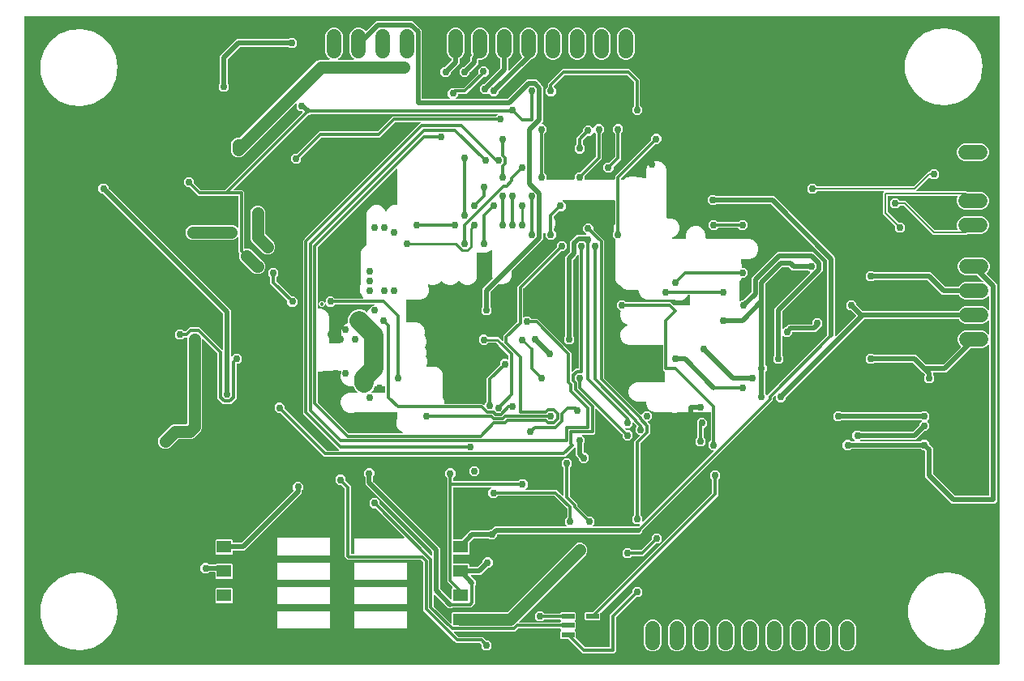
<source format=gbr>
G04 EAGLE Gerber RS-274X export*
G75*
%MOMM*%
%FSLAX34Y34*%
%LPD*%
%INBottom Copper*%
%IPPOS*%
%AMOC8*
5,1,8,0,0,1.08239X$1,22.5*%
G01*
%ADD10R,1.500000X1.300000*%
%ADD11C,1.524000*%
%ADD12R,1.320800X0.558800*%
%ADD13C,0.756400*%
%ADD14C,1.270000*%
%ADD15C,0.304800*%
%ADD16C,0.508000*%
%ADD17C,0.203200*%
%ADD18C,0.254000*%
%ADD19C,2.032000*%

G36*
X1027805Y10477D02*
X1027805Y10477D01*
X1027870Y10489D01*
X1027936Y10491D01*
X1027979Y10509D01*
X1028026Y10517D01*
X1028083Y10551D01*
X1028143Y10575D01*
X1028178Y10607D01*
X1028219Y10631D01*
X1028261Y10682D01*
X1028309Y10727D01*
X1028331Y10769D01*
X1028361Y10806D01*
X1028382Y10868D01*
X1028412Y10926D01*
X1028420Y10981D01*
X1028432Y11018D01*
X1028431Y11057D01*
X1028439Y11112D01*
X1028439Y687705D01*
X1028428Y687770D01*
X1028426Y687836D01*
X1028408Y687879D01*
X1028400Y687926D01*
X1028366Y687983D01*
X1028341Y688043D01*
X1028310Y688078D01*
X1028285Y688119D01*
X1028234Y688161D01*
X1028190Y688209D01*
X1028148Y688231D01*
X1028111Y688260D01*
X1028049Y688281D01*
X1027990Y688312D01*
X1027936Y688320D01*
X1027899Y688332D01*
X1027859Y688331D01*
X1027805Y688339D01*
X10795Y688339D01*
X10730Y688328D01*
X10664Y688326D01*
X10621Y688308D01*
X10574Y688300D01*
X10517Y688266D01*
X10457Y688241D01*
X10422Y688210D01*
X10381Y688185D01*
X10339Y688134D01*
X10291Y688090D01*
X10269Y688048D01*
X10240Y688011D01*
X10219Y687949D01*
X10188Y687890D01*
X10180Y687836D01*
X10168Y687799D01*
X10169Y687759D01*
X10161Y687705D01*
X10161Y10798D01*
X10172Y10733D01*
X10174Y10668D01*
X10192Y10624D01*
X10200Y10577D01*
X10234Y10521D01*
X10259Y10460D01*
X10291Y10425D01*
X10315Y10384D01*
X10366Y10343D01*
X10410Y10294D01*
X10452Y10273D01*
X10489Y10243D01*
X10551Y10222D01*
X10610Y10192D01*
X10664Y10184D01*
X10701Y10171D01*
X10741Y10172D01*
X10795Y10164D01*
X1027805Y10477D01*
G37*
%LPC*%
G36*
X593279Y22351D02*
X593279Y22351D01*
X578293Y37337D01*
X578258Y37362D01*
X578229Y37393D01*
X578167Y37425D01*
X578109Y37466D01*
X578068Y37476D01*
X578030Y37496D01*
X577940Y37509D01*
X577891Y37522D01*
X577871Y37519D01*
X577844Y37523D01*
X570864Y37523D01*
X569971Y38416D01*
X569971Y45268D01*
X570796Y46092D01*
X570834Y46147D01*
X570879Y46194D01*
X570897Y46238D01*
X570924Y46277D01*
X570941Y46340D01*
X570966Y46401D01*
X570968Y46448D01*
X570980Y46494D01*
X570973Y46559D01*
X570976Y46625D01*
X570962Y46670D01*
X570957Y46717D01*
X570928Y46776D01*
X570908Y46839D01*
X570875Y46883D01*
X570858Y46918D01*
X570829Y46945D01*
X570796Y46989D01*
X569822Y47964D01*
X569817Y47971D01*
X569802Y47983D01*
X569785Y48000D01*
X569764Y48015D01*
X569722Y48061D01*
X569680Y48083D01*
X569643Y48112D01*
X569606Y48125D01*
X569601Y48128D01*
X569581Y48134D01*
X569522Y48164D01*
X569468Y48172D01*
X569431Y48184D01*
X569391Y48183D01*
X569337Y48191D01*
X526056Y48191D01*
X526015Y48184D01*
X525972Y48186D01*
X525905Y48164D01*
X525836Y48152D01*
X525799Y48130D01*
X525759Y48117D01*
X525686Y48063D01*
X525642Y48037D01*
X525629Y48021D01*
X525608Y48005D01*
X522406Y44803D01*
X459263Y44803D01*
X459175Y44787D01*
X459087Y44778D01*
X459066Y44768D01*
X459042Y44764D01*
X458966Y44718D01*
X458886Y44679D01*
X458870Y44662D01*
X458849Y44649D01*
X458793Y44580D01*
X458732Y44516D01*
X458723Y44494D01*
X458708Y44475D01*
X458679Y44391D01*
X458645Y44309D01*
X458643Y44285D01*
X458636Y44263D01*
X458639Y44174D01*
X458635Y44085D01*
X458642Y44062D01*
X458643Y44038D01*
X458676Y43956D01*
X458703Y43871D01*
X458719Y43850D01*
X458727Y43831D01*
X458761Y43793D01*
X458815Y43721D01*
X463301Y39235D01*
X463336Y39210D01*
X463364Y39179D01*
X463427Y39147D01*
X463485Y39106D01*
X463526Y39096D01*
X463564Y39076D01*
X463653Y39063D01*
X463702Y39050D01*
X463723Y39053D01*
X463749Y39049D01*
X488503Y39049D01*
X491579Y35973D01*
X491614Y35948D01*
X491643Y35917D01*
X491705Y35885D01*
X491763Y35844D01*
X491804Y35834D01*
X491842Y35814D01*
X491932Y35801D01*
X491981Y35788D01*
X492001Y35791D01*
X492028Y35787D01*
X494958Y35787D01*
X498067Y32678D01*
X498067Y28282D01*
X494958Y25173D01*
X490562Y25173D01*
X487453Y28282D01*
X487453Y31212D01*
X487446Y31254D01*
X487448Y31297D01*
X487426Y31364D01*
X487414Y31433D01*
X487392Y31470D01*
X487379Y31510D01*
X487325Y31583D01*
X487299Y31626D01*
X487283Y31640D01*
X487267Y31661D01*
X486163Y32765D01*
X486128Y32790D01*
X486099Y32821D01*
X486037Y32853D01*
X485979Y32894D01*
X485938Y32904D01*
X485900Y32924D01*
X485810Y32937D01*
X485761Y32950D01*
X485741Y32947D01*
X485714Y32951D01*
X460961Y32951D01*
X458989Y34923D01*
X426973Y66939D01*
X426973Y116977D01*
X426966Y117018D01*
X426968Y117061D01*
X426946Y117128D01*
X426934Y117197D01*
X426912Y117234D01*
X426899Y117274D01*
X426845Y117347D01*
X426819Y117391D01*
X426803Y117404D01*
X426787Y117425D01*
X424371Y119841D01*
X424336Y119866D01*
X424308Y119897D01*
X424245Y119929D01*
X424187Y119970D01*
X424146Y119980D01*
X424108Y120000D01*
X424018Y120013D01*
X423970Y120026D01*
X423949Y120023D01*
X423923Y120027D01*
X347630Y120027D01*
X344951Y122706D01*
X344951Y194288D01*
X344944Y194330D01*
X344946Y194373D01*
X344924Y194440D01*
X344912Y194509D01*
X344890Y194546D01*
X344877Y194586D01*
X344823Y194659D01*
X344797Y194702D01*
X344781Y194716D01*
X344765Y194737D01*
X341541Y197961D01*
X341506Y197986D01*
X341477Y198017D01*
X341415Y198049D01*
X341357Y198090D01*
X341316Y198100D01*
X341278Y198120D01*
X341188Y198133D01*
X341139Y198146D01*
X341119Y198143D01*
X341092Y198147D01*
X338162Y198147D01*
X335053Y201256D01*
X335053Y205652D01*
X338162Y208761D01*
X342558Y208761D01*
X345667Y205652D01*
X345667Y202722D01*
X345674Y202680D01*
X345672Y202637D01*
X345694Y202570D01*
X345706Y202501D01*
X345728Y202464D01*
X345741Y202424D01*
X345795Y202351D01*
X345821Y202308D01*
X345837Y202294D01*
X345853Y202273D01*
X351049Y197077D01*
X351049Y126759D01*
X351060Y126694D01*
X351062Y126628D01*
X351080Y126585D01*
X351088Y126538D01*
X351122Y126481D01*
X351147Y126421D01*
X351178Y126386D01*
X351203Y126345D01*
X351254Y126303D01*
X351298Y126255D01*
X351340Y126233D01*
X351377Y126204D01*
X351439Y126183D01*
X351498Y126152D01*
X351552Y126144D01*
X351589Y126132D01*
X351629Y126133D01*
X351683Y126125D01*
X353969Y126125D01*
X354034Y126136D01*
X354100Y126138D01*
X354143Y126156D01*
X354190Y126164D01*
X354247Y126198D01*
X354307Y126223D01*
X354342Y126254D01*
X354383Y126279D01*
X354425Y126330D01*
X354473Y126374D01*
X354495Y126416D01*
X354524Y126453D01*
X354545Y126515D01*
X354576Y126574D01*
X354584Y126628D01*
X354596Y126665D01*
X354595Y126705D01*
X354603Y126759D01*
X354603Y142616D01*
X354604Y142616D01*
X406531Y142616D01*
X406619Y142632D01*
X406707Y142641D01*
X406729Y142651D01*
X406752Y142656D01*
X406829Y142701D01*
X406909Y142740D01*
X406925Y142758D01*
X406945Y142770D01*
X407001Y142839D01*
X407063Y142904D01*
X407072Y142925D01*
X407087Y142944D01*
X407115Y143028D01*
X407150Y143110D01*
X407151Y143134D01*
X407159Y143156D01*
X407156Y143245D01*
X407160Y143334D01*
X407153Y143357D01*
X407152Y143381D01*
X407119Y143463D01*
X407091Y143548D01*
X407076Y143569D01*
X407068Y143589D01*
X407034Y143626D01*
X406980Y143699D01*
X377101Y173577D01*
X377066Y173602D01*
X377037Y173633D01*
X376975Y173665D01*
X376917Y173706D01*
X376876Y173716D01*
X376838Y173736D01*
X376748Y173749D01*
X376699Y173762D01*
X376679Y173759D01*
X376652Y173763D01*
X373722Y173763D01*
X370613Y176872D01*
X370613Y181268D01*
X373722Y184377D01*
X378118Y184377D01*
X381227Y181268D01*
X381227Y178338D01*
X381234Y178296D01*
X381232Y178253D01*
X381254Y178186D01*
X381266Y178117D01*
X381288Y178080D01*
X381301Y178040D01*
X381355Y177967D01*
X381381Y177924D01*
X381397Y177910D01*
X381413Y177889D01*
X435035Y124267D01*
X435108Y124216D01*
X435177Y124160D01*
X435199Y124152D01*
X435219Y124139D01*
X435305Y124117D01*
X435389Y124088D01*
X435413Y124089D01*
X435436Y124083D01*
X435525Y124092D01*
X435614Y124095D01*
X435636Y124104D01*
X435659Y124106D01*
X435739Y124146D01*
X435821Y124179D01*
X435839Y124195D01*
X435860Y124206D01*
X435921Y124270D01*
X435987Y124331D01*
X435998Y124352D01*
X436014Y124369D01*
X436049Y124451D01*
X436090Y124530D01*
X436093Y124556D01*
X436102Y124576D01*
X436104Y124626D01*
X436117Y124715D01*
X436117Y128610D01*
X436110Y128651D01*
X436112Y128694D01*
X436090Y128761D01*
X436078Y128830D01*
X436056Y128867D01*
X436043Y128907D01*
X435989Y128980D01*
X435963Y129024D01*
X435947Y129037D01*
X435931Y129058D01*
X366267Y198722D01*
X366267Y206609D01*
X366260Y206651D01*
X366262Y206693D01*
X366240Y206760D01*
X366228Y206830D01*
X366206Y206867D01*
X366193Y206907D01*
X366139Y206980D01*
X366113Y207023D01*
X366097Y207036D01*
X366081Y207058D01*
X365025Y208114D01*
X365025Y212510D01*
X368134Y215619D01*
X372530Y215619D01*
X375639Y212510D01*
X375639Y208114D01*
X374583Y207058D01*
X374558Y207023D01*
X374527Y206994D01*
X374495Y206931D01*
X374454Y206873D01*
X374444Y206832D01*
X374424Y206795D01*
X374411Y206705D01*
X374398Y206656D01*
X374401Y206635D01*
X374397Y206609D01*
X374397Y202352D01*
X374404Y202311D01*
X374402Y202268D01*
X374424Y202201D01*
X374436Y202132D01*
X374458Y202095D01*
X374471Y202055D01*
X374501Y202014D01*
X374505Y202003D01*
X374525Y201982D01*
X374551Y201938D01*
X374567Y201925D01*
X374583Y201904D01*
X444247Y132240D01*
X444247Y89830D01*
X444254Y89789D01*
X444252Y89746D01*
X444274Y89679D01*
X444286Y89610D01*
X444308Y89573D01*
X444321Y89533D01*
X444375Y89460D01*
X444401Y89416D01*
X444417Y89403D01*
X444433Y89382D01*
X455493Y78322D01*
X455566Y78271D01*
X455635Y78215D01*
X455657Y78207D01*
X455677Y78194D01*
X455763Y78172D01*
X455847Y78143D01*
X455871Y78144D01*
X455894Y78138D01*
X455983Y78147D01*
X456072Y78150D01*
X456094Y78159D01*
X456117Y78161D01*
X456197Y78201D01*
X456279Y78234D01*
X456297Y78250D01*
X456318Y78260D01*
X456379Y78325D01*
X456445Y78385D01*
X456456Y78407D01*
X456472Y78424D01*
X456507Y78506D01*
X456548Y78585D01*
X456551Y78611D01*
X456560Y78630D01*
X456562Y78681D01*
X456575Y78770D01*
X456575Y89932D01*
X457324Y90680D01*
X457361Y90734D01*
X457406Y90782D01*
X457425Y90825D01*
X457452Y90864D01*
X457468Y90928D01*
X457494Y90988D01*
X457496Y91036D01*
X457508Y91081D01*
X457501Y91147D01*
X457504Y91213D01*
X457489Y91258D01*
X457484Y91305D01*
X457455Y91363D01*
X457435Y91426D01*
X457402Y91470D01*
X457385Y91506D01*
X457356Y91533D01*
X457324Y91577D01*
X451865Y97035D01*
X451865Y205593D01*
X451858Y205635D01*
X451860Y205677D01*
X451838Y205744D01*
X451826Y205814D01*
X451804Y205851D01*
X451791Y205891D01*
X451737Y205964D01*
X451711Y206007D01*
X451695Y206020D01*
X451679Y206042D01*
X449607Y208114D01*
X449607Y212510D01*
X452716Y215619D01*
X457112Y215619D01*
X460221Y212510D01*
X460221Y208114D01*
X458149Y206042D01*
X458124Y206007D01*
X458093Y205978D01*
X458061Y205915D01*
X458020Y205857D01*
X458010Y205816D01*
X457990Y205779D01*
X457977Y205689D01*
X457964Y205640D01*
X457967Y205619D01*
X457963Y205593D01*
X457963Y202565D01*
X457974Y202500D01*
X457976Y202434D01*
X457994Y202391D01*
X458002Y202344D01*
X458036Y202287D01*
X458061Y202227D01*
X458092Y202192D01*
X458117Y202151D01*
X458168Y202109D01*
X458212Y202061D01*
X458254Y202039D01*
X458291Y202010D01*
X458353Y201989D01*
X458412Y201958D01*
X458466Y201950D01*
X458503Y201938D01*
X458543Y201939D01*
X458597Y201931D01*
X525633Y201931D01*
X525675Y201938D01*
X525717Y201936D01*
X525784Y201958D01*
X525854Y201970D01*
X525891Y201992D01*
X525931Y202005D01*
X526004Y202059D01*
X526047Y202085D01*
X526060Y202101D01*
X526082Y202117D01*
X528154Y204189D01*
X532550Y204189D01*
X535659Y201080D01*
X535659Y196684D01*
X533106Y194131D01*
X533055Y194058D01*
X532999Y193989D01*
X532992Y193967D01*
X532978Y193947D01*
X532956Y193861D01*
X532928Y193777D01*
X532928Y193753D01*
X532922Y193730D01*
X532932Y193641D01*
X532934Y193552D01*
X532943Y193530D01*
X532946Y193507D01*
X532985Y193427D01*
X533018Y193345D01*
X533034Y193327D01*
X533045Y193306D01*
X533110Y193245D01*
X533170Y193179D01*
X533191Y193168D01*
X533208Y193152D01*
X533290Y193117D01*
X533369Y193076D01*
X533396Y193073D01*
X533415Y193064D01*
X533465Y193062D01*
X533555Y193049D01*
X566343Y193049D01*
X568314Y191077D01*
X568315Y191077D01*
X572434Y186957D01*
X572507Y186907D01*
X572576Y186850D01*
X572599Y186843D01*
X572618Y186829D01*
X572705Y186807D01*
X572789Y186779D01*
X572813Y186779D01*
X572836Y186773D01*
X572924Y186783D01*
X573013Y186785D01*
X573035Y186794D01*
X573059Y186797D01*
X573139Y186836D01*
X573221Y186869D01*
X573239Y186885D01*
X573260Y186896D01*
X573321Y186961D01*
X573387Y187021D01*
X573398Y187042D01*
X573414Y187059D01*
X573449Y187141D01*
X573489Y187220D01*
X573493Y187247D01*
X573501Y187266D01*
X573504Y187316D01*
X573517Y187406D01*
X573517Y216275D01*
X573509Y216317D01*
X573511Y216360D01*
X573490Y216427D01*
X573477Y216496D01*
X573456Y216533D01*
X573443Y216573D01*
X573401Y216630D01*
X573399Y216634D01*
X573392Y216641D01*
X573389Y216646D01*
X573363Y216690D01*
X573347Y216703D01*
X573331Y216724D01*
X571259Y218796D01*
X571259Y223193D01*
X574367Y226301D01*
X578764Y226301D01*
X581872Y223193D01*
X581872Y218796D01*
X579800Y216724D01*
X579776Y216689D01*
X579745Y216660D01*
X579717Y216606D01*
X579713Y216602D01*
X579711Y216596D01*
X579672Y216540D01*
X579662Y216499D01*
X579642Y216461D01*
X579629Y216371D01*
X579616Y216322D01*
X579618Y216302D01*
X579614Y216275D01*
X579614Y186506D01*
X579622Y186464D01*
X579620Y186422D01*
X579642Y186354D01*
X579654Y186285D01*
X579676Y186248D01*
X579689Y186208D01*
X579731Y186151D01*
X579732Y186147D01*
X579739Y186140D01*
X579743Y186135D01*
X579768Y186092D01*
X579784Y186078D01*
X579800Y186057D01*
X587621Y178237D01*
X587621Y176794D01*
X587628Y176752D01*
X587626Y176709D01*
X587648Y176642D01*
X587660Y176573D01*
X587682Y176536D01*
X587695Y176496D01*
X587749Y176423D01*
X587775Y176380D01*
X587791Y176366D01*
X587807Y176345D01*
X598659Y165493D01*
X598694Y165468D01*
X598723Y165437D01*
X598785Y165405D01*
X598843Y165364D01*
X598884Y165354D01*
X598922Y165334D01*
X599012Y165321D01*
X599061Y165308D01*
X599081Y165311D01*
X599108Y165307D01*
X602038Y165307D01*
X605147Y162198D01*
X605147Y157802D01*
X603368Y156023D01*
X603317Y155950D01*
X603261Y155881D01*
X603254Y155859D01*
X603240Y155839D01*
X603218Y155753D01*
X603190Y155669D01*
X603190Y155645D01*
X603184Y155622D01*
X603194Y155533D01*
X603196Y155444D01*
X603205Y155422D01*
X603208Y155399D01*
X603247Y155319D01*
X603280Y155237D01*
X603296Y155219D01*
X603307Y155198D01*
X603372Y155137D01*
X603432Y155071D01*
X603453Y155060D01*
X603470Y155044D01*
X603552Y155009D01*
X603631Y154968D01*
X603658Y154965D01*
X603677Y154956D01*
X603727Y154954D01*
X603817Y154941D01*
X651000Y154941D01*
X651042Y154948D01*
X651085Y154946D01*
X651152Y154968D01*
X651221Y154980D01*
X651258Y155002D01*
X651298Y155015D01*
X651371Y155069D01*
X651414Y155095D01*
X651428Y155111D01*
X651449Y155126D01*
X652493Y156171D01*
X652544Y156244D01*
X652600Y156313D01*
X652608Y156335D01*
X652621Y156355D01*
X652643Y156441D01*
X652672Y156525D01*
X652671Y156549D01*
X652677Y156572D01*
X652668Y156661D01*
X652665Y156750D01*
X652656Y156772D01*
X652654Y156795D01*
X652614Y156875D01*
X652581Y156957D01*
X652565Y156975D01*
X652554Y156996D01*
X652489Y157057D01*
X652429Y157123D01*
X652408Y157134D01*
X652391Y157150D01*
X652309Y157185D01*
X652230Y157226D01*
X652204Y157229D01*
X652184Y157238D01*
X652134Y157240D01*
X652045Y157253D01*
X648042Y157253D01*
X644933Y160362D01*
X644933Y164758D01*
X647005Y166830D01*
X647030Y166865D01*
X647061Y166894D01*
X647093Y166957D01*
X647134Y167015D01*
X647144Y167056D01*
X647164Y167093D01*
X647177Y167183D01*
X647190Y167232D01*
X647187Y167253D01*
X647191Y167279D01*
X647191Y244080D01*
X652754Y249643D01*
X652805Y249716D01*
X652861Y249785D01*
X652869Y249807D01*
X652882Y249827D01*
X652904Y249913D01*
X652933Y249997D01*
X652932Y250021D01*
X652938Y250044D01*
X652929Y250133D01*
X652926Y250222D01*
X652917Y250244D01*
X652915Y250267D01*
X652875Y250347D01*
X652842Y250429D01*
X652826Y250447D01*
X652815Y250468D01*
X652751Y250529D01*
X652691Y250595D01*
X652669Y250606D01*
X652652Y250622D01*
X652570Y250657D01*
X652491Y250698D01*
X652465Y250701D01*
X652446Y250710D01*
X652395Y250712D01*
X652306Y250725D01*
X651598Y250725D01*
X648489Y253834D01*
X648489Y258230D01*
X649463Y259204D01*
X649500Y259258D01*
X649546Y259306D01*
X649564Y259349D01*
X649591Y259388D01*
X649607Y259452D01*
X649633Y259512D01*
X649635Y259559D01*
X649647Y259605D01*
X649640Y259671D01*
X649643Y259736D01*
X649629Y259781D01*
X649624Y259828D01*
X649595Y259887D01*
X649574Y259950D01*
X649542Y259994D01*
X649524Y260029D01*
X649495Y260057D01*
X649463Y260101D01*
X647521Y262042D01*
X647521Y262043D01*
X646469Y263094D01*
X646396Y263145D01*
X646327Y263201D01*
X646305Y263209D01*
X646285Y263222D01*
X646199Y263244D01*
X646115Y263273D01*
X646091Y263272D01*
X646068Y263278D01*
X645979Y263269D01*
X645890Y263266D01*
X645868Y263257D01*
X645845Y263255D01*
X645765Y263215D01*
X645683Y263182D01*
X645665Y263166D01*
X645644Y263155D01*
X645583Y263091D01*
X645517Y263031D01*
X645506Y263009D01*
X645490Y262992D01*
X645455Y262910D01*
X645414Y262831D01*
X645411Y262805D01*
X645402Y262786D01*
X645400Y262735D01*
X645387Y262646D01*
X645387Y260692D01*
X642278Y257583D01*
X638259Y257583D01*
X638172Y257568D01*
X638083Y257558D01*
X638062Y257548D01*
X638039Y257544D01*
X637962Y257498D01*
X637882Y257459D01*
X637866Y257442D01*
X637845Y257429D01*
X637789Y257360D01*
X637728Y257296D01*
X637719Y257274D01*
X637704Y257255D01*
X637676Y257171D01*
X637641Y257089D01*
X637640Y257065D01*
X637632Y257043D01*
X637635Y256954D01*
X637631Y256865D01*
X637638Y256842D01*
X637639Y256818D01*
X637672Y256736D01*
X637700Y256651D01*
X637715Y256630D01*
X637723Y256611D01*
X637757Y256573D01*
X637811Y256501D01*
X638819Y255492D01*
X638854Y255468D01*
X638883Y255437D01*
X638945Y255405D01*
X639003Y255364D01*
X639044Y255354D01*
X639082Y255334D01*
X639172Y255321D01*
X639221Y255308D01*
X639241Y255311D01*
X639268Y255307D01*
X642198Y255307D01*
X645307Y252198D01*
X645307Y247802D01*
X642198Y244693D01*
X637802Y244693D01*
X634693Y247802D01*
X634693Y250732D01*
X634686Y250774D01*
X634688Y250817D01*
X634666Y250884D01*
X634654Y250953D01*
X634632Y250990D01*
X634619Y251030D01*
X634565Y251103D01*
X634539Y251146D01*
X634523Y251160D01*
X634507Y251181D01*
X607635Y278053D01*
X607562Y278104D01*
X607493Y278160D01*
X607471Y278168D01*
X607451Y278181D01*
X607365Y278203D01*
X607281Y278232D01*
X607257Y278231D01*
X607234Y278237D01*
X607145Y278228D01*
X607056Y278225D01*
X607034Y278216D01*
X607011Y278214D01*
X606931Y278174D01*
X606849Y278141D01*
X606831Y278125D01*
X606810Y278114D01*
X606749Y278050D01*
X606683Y277989D01*
X606672Y277968D01*
X606656Y277951D01*
X606621Y277869D01*
X606580Y277790D01*
X606577Y277764D01*
X606568Y277744D01*
X606566Y277694D01*
X606553Y277605D01*
X606553Y252641D01*
X604767Y250855D01*
X592941Y250855D01*
X592853Y250839D01*
X592765Y250830D01*
X592743Y250820D01*
X592720Y250816D01*
X592643Y250770D01*
X592564Y250731D01*
X592547Y250714D01*
X592527Y250701D01*
X592471Y250632D01*
X592410Y250568D01*
X592400Y250546D01*
X592385Y250527D01*
X592357Y250443D01*
X592322Y250361D01*
X592321Y250337D01*
X592314Y250315D01*
X592316Y250226D01*
X592312Y250137D01*
X592319Y250114D01*
X592320Y250090D01*
X592353Y250008D01*
X592381Y249923D01*
X592397Y249902D01*
X592404Y249883D01*
X592438Y249845D01*
X592492Y249773D01*
X595307Y246958D01*
X595307Y242562D01*
X594351Y241606D01*
X594326Y241571D01*
X594295Y241542D01*
X594263Y241479D01*
X594222Y241421D01*
X594212Y241380D01*
X594192Y241343D01*
X594179Y241253D01*
X594166Y241204D01*
X594169Y241183D01*
X594165Y241157D01*
X594165Y232548D01*
X594172Y232507D01*
X594170Y232464D01*
X594192Y232397D01*
X594204Y232328D01*
X594226Y232291D01*
X594239Y232251D01*
X594293Y232178D01*
X594319Y232134D01*
X594335Y232121D01*
X594351Y232100D01*
X594616Y231835D01*
X594651Y231810D01*
X594679Y231779D01*
X594742Y231747D01*
X594800Y231706D01*
X594841Y231696D01*
X594879Y231676D01*
X594969Y231663D01*
X595017Y231650D01*
X595038Y231653D01*
X595064Y231649D01*
X596558Y231649D01*
X599667Y228540D01*
X599667Y224144D01*
X596558Y221035D01*
X592162Y221035D01*
X589053Y224144D01*
X589053Y225638D01*
X589046Y225679D01*
X589048Y225722D01*
X589026Y225789D01*
X589014Y225858D01*
X588992Y225895D01*
X588979Y225935D01*
X588925Y226008D01*
X588899Y226052D01*
X588883Y226065D01*
X588867Y226086D01*
X586035Y228918D01*
X586035Y237801D01*
X586019Y237888D01*
X586010Y237977D01*
X586000Y237998D01*
X585996Y238021D01*
X585950Y238098D01*
X585911Y238178D01*
X585894Y238194D01*
X585881Y238215D01*
X585812Y238271D01*
X585748Y238332D01*
X585726Y238341D01*
X585707Y238356D01*
X585623Y238384D01*
X585541Y238419D01*
X585517Y238420D01*
X585495Y238428D01*
X585406Y238425D01*
X585317Y238429D01*
X585294Y238422D01*
X585270Y238421D01*
X585188Y238388D01*
X585103Y238360D01*
X585082Y238345D01*
X585063Y238337D01*
X585025Y238303D01*
X584953Y238249D01*
X583187Y236484D01*
X576513Y229809D01*
X576512Y229809D01*
X574541Y227837D01*
X323349Y227837D01*
X277787Y273399D01*
X277752Y273424D01*
X277723Y273455D01*
X277661Y273487D01*
X277603Y273528D01*
X277562Y273538D01*
X277524Y273558D01*
X277434Y273571D01*
X277385Y273584D01*
X277365Y273581D01*
X277338Y273585D01*
X274408Y273585D01*
X271299Y276694D01*
X271299Y281090D01*
X274408Y284199D01*
X278804Y284199D01*
X281913Y281090D01*
X281913Y278160D01*
X281920Y278118D01*
X281918Y278075D01*
X281940Y278008D01*
X281952Y277939D01*
X281974Y277902D01*
X281987Y277862D01*
X282041Y277789D01*
X282067Y277746D01*
X282083Y277732D01*
X282099Y277711D01*
X325689Y234121D01*
X325724Y234096D01*
X325753Y234065D01*
X325815Y234033D01*
X325873Y233992D01*
X325914Y233982D01*
X325952Y233962D01*
X326042Y233949D01*
X326091Y233936D01*
X326111Y233939D01*
X326138Y233935D01*
X338327Y233935D01*
X338414Y233951D01*
X338503Y233960D01*
X338524Y233970D01*
X338547Y233974D01*
X338624Y234020D01*
X338704Y234059D01*
X338720Y234076D01*
X338741Y234089D01*
X338797Y234158D01*
X338858Y234222D01*
X338867Y234244D01*
X338882Y234263D01*
X338910Y234347D01*
X338945Y234429D01*
X338946Y234453D01*
X338954Y234475D01*
X338951Y234564D01*
X338955Y234653D01*
X338948Y234676D01*
X338947Y234700D01*
X338914Y234782D01*
X338886Y234867D01*
X338871Y234888D01*
X338863Y234907D01*
X338829Y234945D01*
X338775Y235017D01*
X337125Y236667D01*
X300989Y272803D01*
X300989Y453891D01*
X302961Y455863D01*
X423611Y576513D01*
X423662Y576586D01*
X423718Y576655D01*
X423726Y576677D01*
X423739Y576697D01*
X423761Y576783D01*
X423790Y576867D01*
X423789Y576891D01*
X423795Y576914D01*
X423786Y577003D01*
X423783Y577092D01*
X423774Y577114D01*
X423772Y577137D01*
X423732Y577217D01*
X423699Y577299D01*
X423683Y577317D01*
X423672Y577338D01*
X423608Y577399D01*
X423547Y577465D01*
X423526Y577476D01*
X423509Y577492D01*
X423427Y577527D01*
X423348Y577568D01*
X423322Y577571D01*
X423302Y577580D01*
X423252Y577582D01*
X423163Y577595D01*
X397766Y577595D01*
X397724Y577588D01*
X397681Y577590D01*
X397614Y577568D01*
X397545Y577556D01*
X397508Y577534D01*
X397468Y577521D01*
X397395Y577467D01*
X397352Y577441D01*
X397338Y577425D01*
X397317Y577409D01*
X381501Y561593D01*
X320804Y561593D01*
X320762Y561586D01*
X320719Y561588D01*
X320652Y561566D01*
X320583Y561554D01*
X320546Y561532D01*
X320506Y561519D01*
X320433Y561465D01*
X320390Y561439D01*
X320376Y561423D01*
X320355Y561407D01*
X299371Y540423D01*
X299346Y540388D01*
X299315Y540359D01*
X299283Y540297D01*
X299242Y540239D01*
X299232Y540198D01*
X299212Y540160D01*
X299199Y540070D01*
X299186Y540021D01*
X299189Y540001D01*
X299185Y539974D01*
X299185Y537044D01*
X296076Y533935D01*
X291680Y533935D01*
X288571Y537044D01*
X288571Y541440D01*
X291680Y544549D01*
X294610Y544549D01*
X294652Y544556D01*
X294695Y544554D01*
X294762Y544576D01*
X294831Y544588D01*
X294868Y544610D01*
X294908Y544623D01*
X294981Y544677D01*
X295025Y544703D01*
X295038Y544719D01*
X295059Y544735D01*
X318015Y567691D01*
X378712Y567691D01*
X378754Y567698D01*
X378797Y567696D01*
X378864Y567718D01*
X378933Y567730D01*
X378970Y567752D01*
X379010Y567765D01*
X379083Y567819D01*
X379126Y567845D01*
X379140Y567861D01*
X379161Y567877D01*
X394977Y583693D01*
X502773Y583693D01*
X502815Y583700D01*
X502857Y583698D01*
X502924Y583720D01*
X502994Y583732D01*
X503031Y583754D01*
X503071Y583767D01*
X503144Y583821D01*
X503187Y583847D01*
X503200Y583863D01*
X503222Y583878D01*
X504174Y584831D01*
X504225Y584904D01*
X504281Y584973D01*
X504289Y584996D01*
X504302Y585015D01*
X504324Y585101D01*
X504353Y585186D01*
X504352Y585210D01*
X504358Y585233D01*
X504349Y585321D01*
X504346Y585410D01*
X504337Y585432D01*
X504335Y585456D01*
X504295Y585536D01*
X504262Y585618D01*
X504246Y585635D01*
X504236Y585657D01*
X504171Y585718D01*
X504111Y585784D01*
X504090Y585794D01*
X504072Y585811D01*
X503990Y585845D01*
X503911Y585886D01*
X503885Y585890D01*
X503866Y585898D01*
X503815Y585900D01*
X503726Y585914D01*
X309032Y585914D01*
X308991Y585906D01*
X308948Y585908D01*
X308881Y585887D01*
X308812Y585874D01*
X308775Y585853D01*
X308735Y585840D01*
X308662Y585786D01*
X308618Y585760D01*
X308605Y585744D01*
X308584Y585728D01*
X307754Y584898D01*
X306580Y584898D01*
X306538Y584890D01*
X306495Y584892D01*
X306428Y584871D01*
X306359Y584858D01*
X306322Y584837D01*
X306282Y584824D01*
X306209Y584770D01*
X306165Y584744D01*
X306152Y584728D01*
X306131Y584712D01*
X228979Y507559D01*
X228928Y507486D01*
X228872Y507417D01*
X228864Y507395D01*
X228850Y507375D01*
X228828Y507289D01*
X228800Y507205D01*
X228800Y507181D01*
X228794Y507158D01*
X228804Y507069D01*
X228806Y506980D01*
X228815Y506958D01*
X228818Y506935D01*
X228857Y506855D01*
X228891Y506773D01*
X228907Y506755D01*
X228917Y506734D01*
X228982Y506673D01*
X229042Y506607D01*
X229063Y506596D01*
X229080Y506580D01*
X229162Y506545D01*
X229242Y506504D01*
X229268Y506501D01*
X229287Y506492D01*
X229337Y506490D01*
X229427Y506477D01*
X238118Y506477D01*
X239904Y504691D01*
X239904Y445862D01*
X239917Y445790D01*
X239917Y445763D01*
X239919Y445759D01*
X239923Y445708D01*
X239937Y445676D01*
X239943Y445641D01*
X239983Y445574D01*
X240015Y445503D01*
X240039Y445478D01*
X240058Y445448D01*
X240118Y445399D01*
X240172Y445344D01*
X240204Y445329D01*
X240232Y445306D01*
X240305Y445281D01*
X240375Y445249D01*
X240411Y445246D01*
X240444Y445234D01*
X240522Y445237D01*
X240599Y445230D01*
X240638Y445240D01*
X240669Y445241D01*
X240712Y445258D01*
X240729Y445263D01*
X243882Y445263D01*
X246777Y444064D01*
X256637Y434204D01*
X256662Y434186D01*
X256682Y434163D01*
X256784Y434102D01*
X256821Y434075D01*
X256832Y434073D01*
X256843Y434066D01*
X258461Y433396D01*
X260676Y431181D01*
X261875Y428286D01*
X261875Y425154D01*
X260676Y422259D01*
X258461Y420044D01*
X255566Y418845D01*
X251418Y418845D01*
X248523Y420044D01*
X235640Y432927D01*
X234441Y435822D01*
X234441Y438954D01*
X234864Y439975D01*
X234875Y440028D01*
X234897Y440078D01*
X234899Y440136D01*
X234912Y440194D01*
X234904Y440248D01*
X234907Y440302D01*
X234889Y440358D01*
X234880Y440416D01*
X234855Y440464D01*
X234838Y440515D01*
X234796Y440573D01*
X234773Y440613D01*
X234750Y440634D01*
X234726Y440666D01*
X233806Y441586D01*
X233806Y457183D01*
X233790Y457270D01*
X233781Y457359D01*
X233771Y457380D01*
X233767Y457403D01*
X233721Y457480D01*
X233682Y457560D01*
X233665Y457576D01*
X233652Y457597D01*
X233583Y457653D01*
X233519Y457714D01*
X233497Y457723D01*
X233478Y457738D01*
X233394Y457766D01*
X233312Y457801D01*
X233288Y457802D01*
X233266Y457810D01*
X233177Y457807D01*
X233088Y457811D01*
X233065Y457804D01*
X233041Y457803D01*
X232959Y457770D01*
X232874Y457742D01*
X232853Y457727D01*
X232834Y457719D01*
X232796Y457685D01*
X232724Y457631D01*
X230697Y455604D01*
X227802Y454405D01*
X184870Y454405D01*
X181975Y455604D01*
X179760Y457819D01*
X178561Y460714D01*
X178561Y463846D01*
X179760Y466741D01*
X181975Y468956D01*
X184870Y470155D01*
X227802Y470155D01*
X230697Y468956D01*
X232724Y466929D01*
X232797Y466878D01*
X232866Y466822D01*
X232888Y466814D01*
X232908Y466801D01*
X232994Y466779D01*
X233078Y466750D01*
X233102Y466751D01*
X233125Y466745D01*
X233214Y466754D01*
X233303Y466757D01*
X233325Y466766D01*
X233348Y466768D01*
X233428Y466808D01*
X233510Y466841D01*
X233528Y466857D01*
X233549Y466868D01*
X233610Y466932D01*
X233676Y466993D01*
X233687Y467014D01*
X233703Y467031D01*
X233738Y467113D01*
X233779Y467192D01*
X233782Y467218D01*
X233791Y467238D01*
X233793Y467288D01*
X233806Y467377D01*
X233806Y499745D01*
X233795Y499810D01*
X233793Y499876D01*
X233775Y499919D01*
X233767Y499966D01*
X233733Y500023D01*
X233708Y500083D01*
X233677Y500118D01*
X233652Y500159D01*
X233601Y500201D01*
X233557Y500249D01*
X233515Y500271D01*
X233478Y500300D01*
X233416Y500321D01*
X233357Y500352D01*
X233303Y500360D01*
X233266Y500372D01*
X233226Y500371D01*
X233172Y500379D01*
X192031Y500379D01*
X183045Y509365D01*
X183010Y509390D01*
X182981Y509421D01*
X182919Y509453D01*
X182861Y509494D01*
X182820Y509504D01*
X182782Y509524D01*
X182692Y509537D01*
X182643Y509550D01*
X182623Y509547D01*
X182596Y509551D01*
X179666Y509551D01*
X176557Y512660D01*
X176557Y517056D01*
X179666Y520165D01*
X184062Y520165D01*
X187171Y517056D01*
X187171Y514126D01*
X187178Y514084D01*
X187176Y514041D01*
X187198Y513974D01*
X187210Y513905D01*
X187232Y513868D01*
X187245Y513828D01*
X187299Y513755D01*
X187325Y513712D01*
X187341Y513698D01*
X187357Y513677D01*
X194371Y506663D01*
X194406Y506638D01*
X194435Y506607D01*
X194497Y506575D01*
X194555Y506534D01*
X194596Y506524D01*
X194634Y506504D01*
X194724Y506491D01*
X194773Y506478D01*
X194793Y506481D01*
X194820Y506477D01*
X219010Y506477D01*
X219052Y506484D01*
X219094Y506482D01*
X219161Y506504D01*
X219231Y506516D01*
X219267Y506538D01*
X219308Y506551D01*
X219381Y506605D01*
X219424Y506631D01*
X219437Y506647D01*
X219458Y506663D01*
X220538Y507742D01*
X300592Y587796D01*
X300629Y587850D01*
X300674Y587898D01*
X300693Y587941D01*
X300720Y587980D01*
X300736Y588044D01*
X300762Y588104D01*
X300764Y588151D01*
X300776Y588197D01*
X300769Y588263D01*
X300772Y588328D01*
X300757Y588373D01*
X300752Y588420D01*
X300723Y588479D01*
X300703Y588542D01*
X300670Y588586D01*
X300653Y588621D01*
X300624Y588648D01*
X300592Y588693D01*
X300417Y588868D01*
X300382Y588892D01*
X300353Y588923D01*
X300290Y588955D01*
X300232Y588996D01*
X300191Y589006D01*
X300153Y589026D01*
X300064Y589039D01*
X300015Y589052D01*
X299994Y589049D01*
X299968Y589053D01*
X297522Y589053D01*
X294413Y592162D01*
X294413Y596706D01*
X294397Y596793D01*
X294388Y596882D01*
X294378Y596903D01*
X294374Y596926D01*
X294328Y597003D01*
X294289Y597083D01*
X294272Y597099D01*
X294259Y597120D01*
X294190Y597176D01*
X294126Y597237D01*
X294104Y597246D01*
X294085Y597261D01*
X294001Y597289D01*
X293919Y597324D01*
X293895Y597325D01*
X293873Y597333D01*
X293784Y597330D01*
X293695Y597334D01*
X293672Y597327D01*
X293648Y597326D01*
X293566Y597293D01*
X293481Y597266D01*
X293460Y597250D01*
X293441Y597242D01*
X293403Y597208D01*
X293331Y597154D01*
X240445Y544269D01*
X238141Y541964D01*
X235246Y540765D01*
X232114Y540765D01*
X229219Y541964D01*
X227004Y544179D01*
X225805Y547074D01*
X225805Y555286D01*
X227004Y558181D01*
X229219Y560396D01*
X232114Y561595D01*
X235235Y561595D01*
X235277Y561602D01*
X235320Y561600D01*
X235387Y561622D01*
X235456Y561634D01*
X235493Y561656D01*
X235533Y561669D01*
X235606Y561723D01*
X235649Y561749D01*
X235663Y561765D01*
X235684Y561781D01*
X315579Y641676D01*
X318474Y642875D01*
X328439Y642875D01*
X328538Y642893D01*
X328637Y642907D01*
X328648Y642912D01*
X328659Y642914D01*
X328746Y642965D01*
X328834Y643013D01*
X328842Y643022D01*
X328853Y643029D01*
X328916Y643106D01*
X328982Y643182D01*
X328986Y643194D01*
X328994Y643203D01*
X329026Y643298D01*
X329062Y643392D01*
X329062Y643404D01*
X329066Y643415D01*
X329063Y643515D01*
X329064Y643616D01*
X329060Y643628D01*
X329059Y643640D01*
X329022Y643732D01*
X328987Y643827D01*
X328979Y643836D01*
X328975Y643847D01*
X328907Y643922D01*
X328842Y643998D01*
X328831Y644005D01*
X328824Y644013D01*
X328783Y644034D01*
X328681Y644095D01*
X328120Y644327D01*
X325547Y646900D01*
X324155Y650261D01*
X324155Y669139D01*
X325547Y672500D01*
X328120Y675073D01*
X331481Y676465D01*
X335119Y676465D01*
X338480Y675073D01*
X341053Y672500D01*
X342445Y669139D01*
X342445Y650261D01*
X341053Y646900D01*
X338480Y644327D01*
X337919Y644095D01*
X337834Y644041D01*
X337747Y643989D01*
X337740Y643980D01*
X337730Y643974D01*
X337669Y643893D01*
X337606Y643815D01*
X337602Y643804D01*
X337595Y643794D01*
X337566Y643698D01*
X337534Y643603D01*
X337535Y643591D01*
X337531Y643579D01*
X337538Y643479D01*
X337541Y643378D01*
X337545Y643367D01*
X337546Y643356D01*
X337587Y643264D01*
X337625Y643171D01*
X337633Y643162D01*
X337638Y643151D01*
X337709Y643079D01*
X337776Y643005D01*
X337787Y642999D01*
X337795Y642991D01*
X337886Y642949D01*
X337976Y642902D01*
X337989Y642900D01*
X337999Y642896D01*
X338044Y642892D01*
X338161Y642875D01*
X353839Y642875D01*
X353938Y642893D01*
X354037Y642907D01*
X354048Y642912D01*
X354059Y642914D01*
X354146Y642965D01*
X354234Y643013D01*
X354242Y643022D01*
X354253Y643029D01*
X354316Y643106D01*
X354382Y643182D01*
X354386Y643194D01*
X354394Y643203D01*
X354426Y643298D01*
X354462Y643392D01*
X354462Y643404D01*
X354466Y643415D01*
X354463Y643515D01*
X354464Y643616D01*
X354460Y643628D01*
X354459Y643640D01*
X354422Y643732D01*
X354387Y643827D01*
X354379Y643836D01*
X354375Y643847D01*
X354307Y643922D01*
X354242Y643998D01*
X354231Y644005D01*
X354224Y644013D01*
X354183Y644034D01*
X354081Y644095D01*
X353520Y644327D01*
X350947Y646900D01*
X349555Y650261D01*
X349555Y669139D01*
X350947Y672500D01*
X353520Y675073D01*
X356881Y676465D01*
X360519Y676465D01*
X363880Y675073D01*
X366282Y672671D01*
X366336Y672633D01*
X366384Y672588D01*
X366427Y672570D01*
X366466Y672543D01*
X366530Y672526D01*
X366590Y672501D01*
X366638Y672499D01*
X366683Y672487D01*
X366749Y672494D01*
X366814Y672491D01*
X366859Y672505D01*
X366906Y672510D01*
X366965Y672539D01*
X367028Y672559D01*
X367072Y672592D01*
X367108Y672609D01*
X367135Y672638D01*
X367179Y672671D01*
X377577Y683069D01*
X416023Y683069D01*
X418590Y680502D01*
X422682Y676410D01*
X425249Y673843D01*
X425249Y602545D01*
X425260Y602480D01*
X425262Y602414D01*
X425280Y602371D01*
X425288Y602324D01*
X425322Y602267D01*
X425347Y602207D01*
X425378Y602172D01*
X425403Y602131D01*
X425454Y602089D01*
X425498Y602041D01*
X425540Y602019D01*
X425577Y601990D01*
X425639Y601969D01*
X425698Y601938D01*
X425752Y601930D01*
X425789Y601918D01*
X425829Y601919D01*
X425883Y601911D01*
X454294Y601911D01*
X454382Y601927D01*
X454470Y601936D01*
X454492Y601946D01*
X454515Y601950D01*
X454592Y601996D01*
X454671Y602035D01*
X454688Y602052D01*
X454708Y602065D01*
X454764Y602134D01*
X454825Y602198D01*
X454835Y602220D01*
X454849Y602239D01*
X454878Y602323D01*
X454913Y602405D01*
X454914Y602429D01*
X454921Y602451D01*
X454919Y602540D01*
X454923Y602629D01*
X454915Y602652D01*
X454915Y602676D01*
X454881Y602758D01*
X454854Y602843D01*
X454838Y602864D01*
X454830Y602883D01*
X454796Y602921D01*
X454743Y602993D01*
X452314Y605422D01*
X452314Y609819D01*
X455422Y612927D01*
X458353Y612927D01*
X458395Y612935D01*
X458437Y612933D01*
X458504Y612954D01*
X458574Y612967D01*
X458610Y612988D01*
X458651Y613001D01*
X458715Y613049D01*
X468474Y613049D01*
X468516Y613056D01*
X468559Y613054D01*
X468626Y613076D01*
X468695Y613088D01*
X468732Y613110D01*
X468772Y613123D01*
X468845Y613177D01*
X468888Y613203D01*
X468902Y613219D01*
X468923Y613235D01*
X484165Y628477D01*
X484189Y628511D01*
X484221Y628540D01*
X484253Y628603D01*
X484293Y628661D01*
X484304Y628702D01*
X484323Y628740D01*
X484336Y628829D01*
X484349Y628878D01*
X484347Y628899D01*
X484351Y628925D01*
X484351Y632541D01*
X487459Y635649D01*
X491856Y635649D01*
X494964Y632541D01*
X494964Y628144D01*
X491856Y625036D01*
X489610Y625036D01*
X489568Y625028D01*
X489526Y625030D01*
X489459Y625009D01*
X489389Y624996D01*
X489353Y624975D01*
X489312Y624962D01*
X489240Y624908D01*
X489196Y624882D01*
X489183Y624866D01*
X489162Y624850D01*
X471263Y606951D01*
X463561Y606951D01*
X463497Y606940D01*
X463431Y606938D01*
X463387Y606920D01*
X463341Y606912D01*
X463284Y606878D01*
X463223Y606853D01*
X463188Y606822D01*
X463147Y606797D01*
X463106Y606746D01*
X463057Y606702D01*
X463036Y606660D01*
X463006Y606623D01*
X462985Y606561D01*
X462955Y606502D01*
X462947Y606448D01*
X462934Y606411D01*
X462935Y606371D01*
X462927Y606317D01*
X462927Y605422D01*
X460498Y602993D01*
X460447Y602920D01*
X460391Y602851D01*
X460384Y602829D01*
X460370Y602809D01*
X460348Y602723D01*
X460320Y602639D01*
X460320Y602615D01*
X460314Y602592D01*
X460324Y602503D01*
X460326Y602414D01*
X460335Y602392D01*
X460338Y602369D01*
X460377Y602289D01*
X460410Y602207D01*
X460426Y602189D01*
X460437Y602168D01*
X460502Y602107D01*
X460562Y602041D01*
X460583Y602030D01*
X460600Y602014D01*
X460682Y601979D01*
X460761Y601938D01*
X460788Y601935D01*
X460807Y601926D01*
X460857Y601924D01*
X460947Y601911D01*
X514804Y601911D01*
X514845Y601918D01*
X514888Y601916D01*
X514955Y601938D01*
X515025Y601950D01*
X515061Y601972D01*
X515101Y601985D01*
X515174Y602039D01*
X515218Y602065D01*
X515223Y602071D01*
X515226Y602073D01*
X515235Y602084D01*
X515252Y602097D01*
X535066Y621911D01*
X544934Y621911D01*
X547500Y619344D01*
X549344Y617500D01*
X551911Y614934D01*
X551911Y578260D01*
X550041Y576389D01*
X549990Y576316D01*
X549934Y576247D01*
X549926Y576225D01*
X549912Y576205D01*
X549890Y576119D01*
X549862Y576035D01*
X549862Y576011D01*
X549857Y575988D01*
X549866Y575899D01*
X549868Y575810D01*
X549877Y575788D01*
X549880Y575765D01*
X549919Y575685D01*
X549953Y575603D01*
X549969Y575585D01*
X549979Y575564D01*
X550044Y575503D01*
X550104Y575437D01*
X550125Y575426D01*
X550142Y575410D01*
X550224Y575375D01*
X550304Y575334D01*
X550330Y575331D01*
X550349Y575322D01*
X550399Y575320D01*
X550489Y575307D01*
X552198Y575307D01*
X555307Y572198D01*
X555307Y567802D01*
X553235Y565730D01*
X553210Y565695D01*
X553179Y565666D01*
X553147Y565603D01*
X553106Y565545D01*
X553096Y565504D01*
X553076Y565467D01*
X553063Y565377D01*
X553050Y565328D01*
X553053Y565307D01*
X553049Y565281D01*
X553049Y524719D01*
X553056Y524677D01*
X553054Y524635D01*
X553076Y524568D01*
X553088Y524498D01*
X553110Y524461D01*
X553123Y524421D01*
X553177Y524348D01*
X553203Y524305D01*
X553219Y524292D01*
X553235Y524270D01*
X555307Y522198D01*
X555307Y518238D01*
X555318Y518173D01*
X555320Y518107D01*
X555338Y518064D01*
X555346Y518017D01*
X555380Y517960D01*
X555405Y517899D01*
X555436Y517864D01*
X555461Y517824D01*
X555512Y517782D01*
X555556Y517734D01*
X555598Y517712D01*
X555635Y517682D01*
X555697Y517661D01*
X555756Y517631D01*
X555810Y517623D01*
X555847Y517611D01*
X555887Y517612D01*
X555941Y517604D01*
X584059Y517604D01*
X584124Y517615D01*
X584190Y517617D01*
X584233Y517635D01*
X584280Y517643D01*
X584337Y517677D01*
X584397Y517701D01*
X584432Y517733D01*
X584473Y517757D01*
X584515Y517808D01*
X584563Y517853D01*
X584585Y517895D01*
X584614Y517932D01*
X584635Y517994D01*
X584666Y518052D01*
X584674Y518107D01*
X584686Y518144D01*
X584685Y518183D01*
X584693Y518238D01*
X584693Y522198D01*
X587802Y525307D01*
X590732Y525307D01*
X590774Y525314D01*
X590817Y525312D01*
X590884Y525334D01*
X590953Y525346D01*
X590990Y525368D01*
X591030Y525381D01*
X591103Y525435D01*
X591146Y525461D01*
X591160Y525477D01*
X591181Y525493D01*
X606765Y541077D01*
X606790Y541112D01*
X606821Y541141D01*
X606853Y541203D01*
X606894Y541261D01*
X606904Y541302D01*
X606924Y541340D01*
X606937Y541430D01*
X606950Y541479D01*
X606947Y541499D01*
X606951Y541526D01*
X606951Y565281D01*
X606944Y565323D01*
X606946Y565365D01*
X606924Y565432D01*
X606912Y565502D01*
X606890Y565539D01*
X606877Y565579D01*
X606823Y565652D01*
X606797Y565695D01*
X606781Y565708D01*
X606766Y565730D01*
X605119Y567376D01*
X605046Y567427D01*
X604977Y567483D01*
X604955Y567490D01*
X604935Y567504D01*
X604849Y567526D01*
X604765Y567554D01*
X604741Y567554D01*
X604718Y567560D01*
X604629Y567550D01*
X604540Y567548D01*
X604518Y567539D01*
X604495Y567536D01*
X604415Y567497D01*
X604333Y567464D01*
X604315Y567448D01*
X604294Y567437D01*
X604233Y567372D01*
X604167Y567312D01*
X604156Y567291D01*
X604140Y567274D01*
X604105Y567192D01*
X604064Y567113D01*
X604061Y567086D01*
X604052Y567067D01*
X604050Y567017D01*
X604037Y566927D01*
X604037Y566532D01*
X600928Y563423D01*
X597998Y563423D01*
X597956Y563416D01*
X597913Y563418D01*
X597846Y563396D01*
X597777Y563384D01*
X597740Y563362D01*
X597700Y563349D01*
X597627Y563295D01*
X597584Y563269D01*
X597570Y563253D01*
X597549Y563237D01*
X593235Y558923D01*
X593210Y558888D01*
X593179Y558859D01*
X593147Y558797D01*
X593106Y558739D01*
X593096Y558698D01*
X593076Y558660D01*
X593063Y558570D01*
X593050Y558521D01*
X593053Y558501D01*
X593049Y558474D01*
X593049Y554719D01*
X593056Y554677D01*
X593054Y554635D01*
X593076Y554568D01*
X593088Y554498D01*
X593110Y554461D01*
X593123Y554421D01*
X593177Y554348D01*
X593203Y554305D01*
X593219Y554292D01*
X593235Y554270D01*
X595307Y552198D01*
X595307Y547802D01*
X592198Y544693D01*
X587802Y544693D01*
X584693Y547802D01*
X584693Y552198D01*
X586765Y554270D01*
X586790Y554305D01*
X586821Y554334D01*
X586853Y554397D01*
X586894Y554455D01*
X586904Y554496D01*
X586924Y554533D01*
X586937Y554623D01*
X586950Y554672D01*
X586947Y554693D01*
X586951Y554719D01*
X586951Y561263D01*
X593237Y567549D01*
X593262Y567584D01*
X593293Y567613D01*
X593325Y567675D01*
X593366Y567733D01*
X593376Y567774D01*
X593396Y567812D01*
X593409Y567902D01*
X593422Y567951D01*
X593419Y567971D01*
X593423Y567998D01*
X593423Y570928D01*
X596532Y574037D01*
X600928Y574037D01*
X603611Y571354D01*
X603684Y571303D01*
X603753Y571247D01*
X603775Y571240D01*
X603795Y571226D01*
X603881Y571204D01*
X603965Y571176D01*
X603989Y571176D01*
X604012Y571170D01*
X604101Y571180D01*
X604190Y571182D01*
X604212Y571191D01*
X604235Y571194D01*
X604315Y571233D01*
X604397Y571266D01*
X604415Y571282D01*
X604436Y571293D01*
X604497Y571358D01*
X604563Y571418D01*
X604574Y571439D01*
X604590Y571456D01*
X604625Y571538D01*
X604666Y571617D01*
X604669Y571644D01*
X604678Y571663D01*
X604680Y571713D01*
X604693Y571803D01*
X604693Y572198D01*
X607802Y575307D01*
X612198Y575307D01*
X615307Y572198D01*
X615307Y567802D01*
X613235Y565730D01*
X613210Y565695D01*
X613179Y565666D01*
X613147Y565603D01*
X613106Y565545D01*
X613096Y565504D01*
X613076Y565467D01*
X613063Y565377D01*
X613050Y565328D01*
X613053Y565307D01*
X613049Y565281D01*
X613049Y538737D01*
X595493Y521181D01*
X595468Y521146D01*
X595437Y521117D01*
X595414Y521074D01*
X595388Y521042D01*
X595382Y521021D01*
X595364Y520997D01*
X595354Y520956D01*
X595334Y520918D01*
X595325Y520853D01*
X595317Y520829D01*
X595317Y520813D01*
X595308Y520779D01*
X595311Y520759D01*
X595307Y520732D01*
X595307Y518238D01*
X595318Y518173D01*
X595320Y518107D01*
X595338Y518064D01*
X595346Y518017D01*
X595380Y517960D01*
X595405Y517899D01*
X595436Y517864D01*
X595461Y517824D01*
X595512Y517782D01*
X595556Y517734D01*
X595598Y517712D01*
X595635Y517682D01*
X595697Y517661D01*
X595756Y517631D01*
X595810Y517623D01*
X595847Y517611D01*
X595887Y517612D01*
X595941Y517604D01*
X626317Y517604D01*
X626382Y517615D01*
X626448Y517617D01*
X626491Y517635D01*
X626538Y517643D01*
X626595Y517677D01*
X626655Y517701D01*
X626690Y517733D01*
X626731Y517757D01*
X626773Y517808D01*
X626821Y517853D01*
X626843Y517895D01*
X626872Y517932D01*
X626893Y517994D01*
X626924Y518052D01*
X626932Y518107D01*
X626944Y518144D01*
X626943Y518183D01*
X626951Y518238D01*
X626951Y521263D01*
X664507Y558819D01*
X664532Y558854D01*
X664563Y558883D01*
X664595Y558945D01*
X664636Y559003D01*
X664646Y559044D01*
X664666Y559082D01*
X664679Y559172D01*
X664692Y559221D01*
X664689Y559241D01*
X664693Y559268D01*
X664693Y562198D01*
X667802Y565307D01*
X672198Y565307D01*
X675307Y562198D01*
X675307Y557802D01*
X672198Y554693D01*
X669268Y554693D01*
X669226Y554686D01*
X669183Y554688D01*
X669116Y554666D01*
X669047Y554654D01*
X669010Y554632D01*
X668970Y554619D01*
X668897Y554565D01*
X668854Y554539D01*
X668840Y554523D01*
X668819Y554507D01*
X633235Y518923D01*
X633210Y518888D01*
X633179Y518859D01*
X633147Y518797D01*
X633106Y518739D01*
X633096Y518698D01*
X633076Y518660D01*
X633063Y518570D01*
X633050Y518521D01*
X633053Y518501D01*
X633049Y518474D01*
X633049Y518238D01*
X633060Y518173D01*
X633062Y518107D01*
X633080Y518064D01*
X633088Y518017D01*
X633122Y517960D01*
X633147Y517899D01*
X633178Y517864D01*
X633203Y517824D01*
X633254Y517782D01*
X633298Y517734D01*
X633340Y517712D01*
X633377Y517682D01*
X633439Y517661D01*
X633498Y517631D01*
X633552Y517623D01*
X633589Y517611D01*
X633629Y517612D01*
X633683Y517604D01*
X635961Y517604D01*
X635964Y517604D01*
X635966Y517604D01*
X636073Y517624D01*
X636182Y517643D01*
X636184Y517645D01*
X636187Y517645D01*
X636350Y517737D01*
X636798Y518085D01*
X636821Y518110D01*
X636858Y518137D01*
X637871Y519150D01*
X638435Y519384D01*
X638470Y519407D01*
X638581Y519469D01*
X639064Y519843D01*
X640445Y520222D01*
X640476Y520237D01*
X640520Y520248D01*
X641844Y520796D01*
X642455Y520796D01*
X642496Y520803D01*
X642623Y520818D01*
X643212Y520980D01*
X644633Y520801D01*
X644667Y520803D01*
X644712Y520796D01*
X646145Y520796D01*
X646709Y520562D01*
X646750Y520553D01*
X646873Y520519D01*
X658470Y519058D01*
X658576Y519064D01*
X658680Y519067D01*
X658687Y519070D01*
X658694Y519070D01*
X658791Y519112D01*
X658888Y519151D01*
X658893Y519156D01*
X658900Y519159D01*
X658976Y519232D01*
X659053Y519303D01*
X659057Y519309D01*
X659062Y519314D01*
X659108Y519408D01*
X659156Y519502D01*
X659157Y519510D01*
X659160Y519516D01*
X659164Y519554D01*
X659184Y519688D01*
X659184Y528443D01*
X660830Y532417D01*
X663871Y535458D01*
X667844Y537104D01*
X672145Y537104D01*
X676118Y535458D01*
X679159Y532417D01*
X680805Y528443D01*
X680805Y477621D01*
X680817Y477556D01*
X680819Y477490D01*
X680836Y477447D01*
X680845Y477400D01*
X680878Y477343D01*
X680903Y477282D01*
X680935Y477248D01*
X680959Y477207D01*
X681010Y477165D01*
X681054Y477117D01*
X681096Y477095D01*
X681133Y477065D01*
X681195Y477044D01*
X681254Y477014D01*
X681308Y477006D01*
X681346Y476994D01*
X681385Y476995D01*
X681439Y476987D01*
X685952Y476987D01*
X689692Y475438D01*
X692553Y472576D01*
X694102Y468837D01*
X694102Y464790D01*
X692553Y461050D01*
X689692Y458189D01*
X686884Y457026D01*
X686799Y456971D01*
X686712Y456920D01*
X686705Y456911D01*
X686695Y456904D01*
X686634Y456824D01*
X686571Y456746D01*
X686567Y456735D01*
X686560Y456725D01*
X686531Y456628D01*
X686499Y456533D01*
X686500Y456521D01*
X686496Y456510D01*
X686503Y456409D01*
X686506Y456309D01*
X686510Y456298D01*
X686511Y456286D01*
X686553Y456194D01*
X686590Y456101D01*
X686598Y456092D01*
X686603Y456081D01*
X686674Y456010D01*
X686742Y455936D01*
X686752Y455930D01*
X686760Y455922D01*
X686851Y455879D01*
X686941Y455833D01*
X686954Y455831D01*
X686964Y455827D01*
X687009Y455823D01*
X687127Y455805D01*
X700512Y455805D01*
X700577Y455817D01*
X700643Y455819D01*
X700687Y455837D01*
X700733Y455845D01*
X700790Y455879D01*
X700851Y455903D01*
X700886Y455935D01*
X700927Y455959D01*
X700968Y456010D01*
X701017Y456055D01*
X701038Y456097D01*
X701068Y456133D01*
X701089Y456196D01*
X701119Y456254D01*
X701127Y456309D01*
X701140Y456346D01*
X701139Y456385D01*
X701147Y456440D01*
X701147Y460826D01*
X702696Y464565D01*
X705557Y467427D01*
X709297Y468975D01*
X713344Y468975D01*
X717083Y467427D01*
X719945Y464565D01*
X721494Y460826D01*
X721494Y456440D01*
X721505Y456375D01*
X721507Y456309D01*
X721525Y456265D01*
X721533Y456219D01*
X721567Y456162D01*
X721592Y456101D01*
X721623Y456066D01*
X721647Y456026D01*
X721699Y455984D01*
X721743Y455936D01*
X721785Y455914D01*
X721822Y455884D01*
X721884Y455863D01*
X721943Y455833D01*
X721997Y455825D01*
X722034Y455812D01*
X722073Y455813D01*
X722128Y455805D01*
X767870Y455805D01*
X771844Y454159D01*
X774885Y451118D01*
X776531Y447145D01*
X776531Y442844D01*
X774885Y438871D01*
X771844Y435830D01*
X767870Y434184D01*
X759115Y434184D01*
X759012Y434165D01*
X758908Y434149D01*
X758901Y434145D01*
X758894Y434144D01*
X758803Y434091D01*
X758712Y434039D01*
X758707Y434034D01*
X758701Y434030D01*
X758634Y433948D01*
X758566Y433869D01*
X758564Y433862D01*
X758559Y433856D01*
X758526Y433756D01*
X758490Y433658D01*
X758489Y433650D01*
X758487Y433643D01*
X758488Y433606D01*
X758485Y433470D01*
X759444Y425862D01*
X759451Y425837D01*
X759452Y425810D01*
X759485Y425730D01*
X759510Y425648D01*
X759527Y425627D01*
X759536Y425603D01*
X759595Y425539D01*
X759648Y425470D01*
X759670Y425456D01*
X759688Y425437D01*
X759765Y425397D01*
X759838Y425352D01*
X759864Y425346D01*
X759887Y425334D01*
X760021Y425314D01*
X760058Y425307D01*
X760065Y425308D01*
X760073Y425307D01*
X762198Y425307D01*
X765307Y422198D01*
X765307Y417802D01*
X762198Y414693D01*
X759927Y414693D01*
X759835Y414677D01*
X759742Y414666D01*
X759725Y414657D01*
X759706Y414654D01*
X759625Y414606D01*
X759542Y414563D01*
X759529Y414549D01*
X759513Y414539D01*
X759454Y414467D01*
X759391Y414398D01*
X759382Y414379D01*
X759371Y414365D01*
X759355Y414318D01*
X759315Y414227D01*
X759270Y414064D01*
X758896Y413581D01*
X758876Y413544D01*
X758811Y413435D01*
X758577Y412871D01*
X757564Y411858D01*
X757545Y411830D01*
X757512Y411798D01*
X757164Y411350D01*
X757163Y411348D01*
X757161Y411346D01*
X757110Y411247D01*
X757060Y411151D01*
X757059Y411149D01*
X757058Y411147D01*
X757031Y410961D01*
X757031Y390909D01*
X757046Y390821D01*
X757056Y390732D01*
X757066Y390711D01*
X757070Y390688D01*
X757116Y390611D01*
X757155Y390531D01*
X757172Y390515D01*
X757184Y390495D01*
X757254Y390438D01*
X757318Y390377D01*
X757340Y390368D01*
X757359Y390353D01*
X757443Y390325D01*
X757525Y390290D01*
X757549Y390289D01*
X757571Y390281D01*
X757660Y390284D01*
X757749Y390280D01*
X757772Y390287D01*
X757795Y390288D01*
X757878Y390321D01*
X757963Y390349D01*
X757984Y390364D01*
X758003Y390372D01*
X758040Y390406D01*
X758113Y390460D01*
X759040Y391387D01*
X760534Y391387D01*
X760575Y391394D01*
X760618Y391392D01*
X760685Y391414D01*
X760754Y391426D01*
X760791Y391448D01*
X760831Y391461D01*
X760904Y391515D01*
X760948Y391541D01*
X760961Y391557D01*
X760982Y391573D01*
X769145Y399736D01*
X769170Y399771D01*
X769201Y399799D01*
X769233Y399862D01*
X769274Y399920D01*
X769284Y399961D01*
X769304Y399999D01*
X769317Y400089D01*
X769330Y400137D01*
X769327Y400158D01*
X769331Y400184D01*
X769331Y414419D01*
X796823Y441911D01*
X833504Y441911D01*
X843761Y431654D01*
X843761Y421786D01*
X801811Y379836D01*
X801786Y379801D01*
X801755Y379773D01*
X801723Y379710D01*
X801682Y379652D01*
X801672Y379611D01*
X801652Y379573D01*
X801639Y379483D01*
X801626Y379435D01*
X801629Y379414D01*
X801625Y379388D01*
X801625Y362351D01*
X801641Y362263D01*
X801650Y362175D01*
X801660Y362153D01*
X801664Y362130D01*
X801710Y362053D01*
X801749Y361974D01*
X801766Y361957D01*
X801779Y361937D01*
X801848Y361881D01*
X801912Y361820D01*
X801934Y361810D01*
X801953Y361795D01*
X802037Y361767D01*
X802119Y361732D01*
X802143Y361731D01*
X802165Y361724D01*
X802254Y361726D01*
X802343Y361722D01*
X802366Y361729D01*
X802390Y361730D01*
X802472Y361764D01*
X802557Y361791D01*
X802578Y361807D01*
X802597Y361814D01*
X802635Y361848D01*
X802707Y361902D01*
X804252Y363447D01*
X805746Y363447D01*
X805787Y363454D01*
X805830Y363452D01*
X805897Y363474D01*
X805966Y363486D01*
X806003Y363508D01*
X806043Y363521D01*
X806116Y363575D01*
X806160Y363601D01*
X806173Y363617D01*
X806194Y363633D01*
X808576Y366015D01*
X832259Y366015D01*
X832324Y366026D01*
X832390Y366028D01*
X832433Y366046D01*
X832480Y366054D01*
X832537Y366088D01*
X832597Y366113D01*
X832632Y366144D01*
X832673Y366169D01*
X832715Y366220D01*
X832763Y366264D01*
X832785Y366306D01*
X832814Y366343D01*
X832835Y366405D01*
X832866Y366464D01*
X832874Y366518D01*
X832886Y366555D01*
X832885Y366595D01*
X832893Y366649D01*
X832893Y369228D01*
X836002Y372337D01*
X840398Y372337D01*
X843507Y369228D01*
X843507Y364832D01*
X840398Y361723D01*
X840174Y361723D01*
X840133Y361716D01*
X840090Y361718D01*
X840023Y361696D01*
X839954Y361684D01*
X839917Y361662D01*
X839877Y361649D01*
X839804Y361595D01*
X839760Y361569D01*
X839747Y361553D01*
X839726Y361537D01*
X836074Y357885D01*
X812391Y357885D01*
X812326Y357874D01*
X812260Y357872D01*
X812217Y357854D01*
X812170Y357846D01*
X812113Y357812D01*
X812053Y357787D01*
X812018Y357756D01*
X811977Y357731D01*
X811935Y357680D01*
X811887Y357636D01*
X811865Y357594D01*
X811836Y357557D01*
X811815Y357495D01*
X811784Y357436D01*
X811776Y357382D01*
X811764Y357345D01*
X811765Y357305D01*
X811757Y357251D01*
X811757Y355942D01*
X808648Y352833D01*
X804252Y352833D01*
X802707Y354378D01*
X802673Y354402D01*
X802646Y354432D01*
X802605Y354453D01*
X802565Y354485D01*
X802543Y354492D01*
X802523Y354506D01*
X802479Y354517D01*
X802446Y354534D01*
X802397Y354541D01*
X802353Y354556D01*
X802329Y354556D01*
X802306Y354562D01*
X802280Y354559D01*
X802261Y354562D01*
X802259Y354562D01*
X802205Y354552D01*
X802128Y354550D01*
X802106Y354541D01*
X802083Y354538D01*
X802056Y354525D01*
X802038Y354522D01*
X801990Y354494D01*
X801921Y354466D01*
X801903Y354450D01*
X801882Y354439D01*
X801862Y354418D01*
X801845Y354408D01*
X801809Y354363D01*
X801755Y354314D01*
X801744Y354293D01*
X801728Y354276D01*
X801717Y354250D01*
X801704Y354234D01*
X801684Y354176D01*
X801652Y354115D01*
X801649Y354088D01*
X801640Y354069D01*
X801639Y354043D01*
X801632Y354021D01*
X801633Y353983D01*
X801625Y353929D01*
X801625Y333903D01*
X801632Y333861D01*
X801630Y333819D01*
X801652Y333752D01*
X801664Y333682D01*
X801686Y333645D01*
X801699Y333605D01*
X801753Y333532D01*
X801779Y333489D01*
X801795Y333476D01*
X801811Y333454D01*
X802867Y332398D01*
X802867Y328002D01*
X799758Y324893D01*
X795362Y324893D01*
X792253Y328002D01*
X792253Y332398D01*
X793309Y333454D01*
X793334Y333489D01*
X793365Y333518D01*
X793397Y333581D01*
X793438Y333639D01*
X793448Y333680D01*
X793468Y333717D01*
X793481Y333807D01*
X793494Y333856D01*
X793491Y333877D01*
X793495Y333903D01*
X793495Y383018D01*
X796062Y385585D01*
X830808Y420331D01*
X830859Y420404D01*
X830915Y420473D01*
X830923Y420495D01*
X830936Y420515D01*
X830958Y420601D01*
X830987Y420685D01*
X830986Y420709D01*
X830992Y420732D01*
X830983Y420821D01*
X830980Y420910D01*
X830971Y420932D01*
X830969Y420955D01*
X830929Y421035D01*
X830896Y421117D01*
X830880Y421135D01*
X830869Y421156D01*
X830805Y421217D01*
X830745Y421283D01*
X830723Y421294D01*
X830706Y421310D01*
X830624Y421345D01*
X830545Y421386D01*
X830519Y421389D01*
X830500Y421398D01*
X830449Y421400D01*
X830360Y421413D01*
X829652Y421413D01*
X828596Y422469D01*
X828561Y422494D01*
X828532Y422525D01*
X828469Y422557D01*
X828411Y422598D01*
X828370Y422608D01*
X828333Y422628D01*
X828243Y422641D01*
X828194Y422654D01*
X828173Y422651D01*
X828147Y422655D01*
X811596Y422655D01*
X809030Y425222D01*
X808502Y425749D01*
X808467Y425774D01*
X808439Y425805D01*
X808376Y425837D01*
X808318Y425878D01*
X808277Y425888D01*
X808239Y425908D01*
X808149Y425921D01*
X808101Y425934D01*
X808080Y425931D01*
X808054Y425935D01*
X801946Y425935D01*
X801905Y425928D01*
X801862Y425930D01*
X801795Y425908D01*
X801726Y425896D01*
X801689Y425874D01*
X801649Y425861D01*
X801576Y425807D01*
X801532Y425781D01*
X801519Y425765D01*
X801498Y425749D01*
X784251Y408502D01*
X784226Y408467D01*
X784195Y408439D01*
X784163Y408376D01*
X784122Y408318D01*
X784112Y408277D01*
X784092Y408239D01*
X784079Y408149D01*
X784066Y408101D01*
X784069Y408080D01*
X784065Y408054D01*
X784065Y323743D01*
X784072Y323701D01*
X784070Y323659D01*
X784092Y323592D01*
X784104Y323522D01*
X784126Y323485D01*
X784139Y323445D01*
X784193Y323372D01*
X784219Y323329D01*
X784235Y323316D01*
X784251Y323294D01*
X785307Y322238D01*
X785307Y317842D01*
X784251Y316786D01*
X784226Y316751D01*
X784195Y316722D01*
X784163Y316659D01*
X784122Y316601D01*
X784112Y316560D01*
X784092Y316523D01*
X784079Y316433D01*
X784066Y316384D01*
X784069Y316363D01*
X784065Y316337D01*
X784065Y293703D01*
X784072Y293661D01*
X784070Y293619D01*
X784092Y293552D01*
X784104Y293482D01*
X784126Y293445D01*
X784139Y293405D01*
X784193Y293332D01*
X784219Y293289D01*
X784235Y293276D01*
X784251Y293254D01*
X785322Y292183D01*
X785376Y292145D01*
X785424Y292100D01*
X785468Y292082D01*
X785506Y292055D01*
X785570Y292038D01*
X785631Y292013D01*
X785678Y292010D01*
X785724Y291999D01*
X785789Y292005D01*
X785855Y292003D01*
X785900Y292017D01*
X785947Y292022D01*
X786006Y292051D01*
X786068Y292071D01*
X786113Y292104D01*
X786148Y292121D01*
X786175Y292150D01*
X786219Y292183D01*
X787593Y293557D01*
X848427Y354391D01*
X848452Y354426D01*
X848483Y354455D01*
X848515Y354517D01*
X848556Y354575D01*
X848566Y354616D01*
X848586Y354654D01*
X848599Y354744D01*
X848612Y354793D01*
X848609Y354813D01*
X848613Y354840D01*
X848613Y432648D01*
X848606Y432689D01*
X848608Y432732D01*
X848586Y432799D01*
X848574Y432868D01*
X848552Y432905D01*
X848539Y432945D01*
X848485Y433018D01*
X848459Y433062D01*
X848443Y433075D01*
X848427Y433096D01*
X789712Y491811D01*
X789677Y491836D01*
X789649Y491867D01*
X789586Y491899D01*
X789528Y491940D01*
X789487Y491950D01*
X789449Y491970D01*
X789359Y491983D01*
X789311Y491996D01*
X789290Y491993D01*
X789264Y491997D01*
X732937Y491997D01*
X732895Y491990D01*
X732853Y491992D01*
X732786Y491970D01*
X732716Y491958D01*
X732679Y491936D01*
X732639Y491923D01*
X732566Y491869D01*
X732523Y491843D01*
X732510Y491827D01*
X732488Y491811D01*
X731432Y490755D01*
X727036Y490755D01*
X723927Y493864D01*
X723927Y498260D01*
X727036Y501369D01*
X731432Y501369D01*
X732488Y500313D01*
X732523Y500288D01*
X732552Y500257D01*
X732615Y500225D01*
X732673Y500184D01*
X732714Y500174D01*
X732751Y500154D01*
X732841Y500141D01*
X732890Y500128D01*
X732911Y500131D01*
X732937Y500127D01*
X792894Y500127D01*
X856743Y436278D01*
X856743Y354022D01*
X856759Y353935D01*
X856768Y353846D01*
X856778Y353825D01*
X856782Y353801D01*
X856828Y353725D01*
X856867Y353645D01*
X856884Y353629D01*
X856897Y353608D01*
X856966Y353552D01*
X857030Y353491D01*
X857052Y353482D01*
X857071Y353467D01*
X857155Y353438D01*
X857237Y353404D01*
X857261Y353403D01*
X857283Y353395D01*
X857372Y353398D01*
X857461Y353394D01*
X857484Y353401D01*
X857508Y353402D01*
X857590Y353435D01*
X857675Y353462D01*
X857696Y353478D01*
X857715Y353486D01*
X857753Y353520D01*
X857825Y353574D01*
X878723Y374472D01*
X878761Y374525D01*
X878806Y374573D01*
X878824Y374617D01*
X878851Y374656D01*
X878868Y374719D01*
X878893Y374780D01*
X878895Y374827D01*
X878907Y374873D01*
X878900Y374938D01*
X878903Y375004D01*
X878889Y375049D01*
X878884Y375096D01*
X878855Y375155D01*
X878835Y375218D01*
X878802Y375262D01*
X878784Y375297D01*
X878756Y375324D01*
X878723Y375368D01*
X873504Y380587D01*
X873469Y380612D01*
X873441Y380643D01*
X873378Y380675D01*
X873320Y380716D01*
X873279Y380726D01*
X873241Y380746D01*
X873151Y380759D01*
X873103Y380772D01*
X873082Y380769D01*
X873056Y380773D01*
X871562Y380773D01*
X868453Y383882D01*
X868453Y388278D01*
X871562Y391387D01*
X875958Y391387D01*
X879067Y388278D01*
X879067Y386784D01*
X879074Y386743D01*
X879072Y386700D01*
X879094Y386633D01*
X879106Y386564D01*
X879128Y386527D01*
X879141Y386487D01*
X879195Y386414D01*
X879221Y386370D01*
X879237Y386357D01*
X879253Y386336D01*
X885658Y379931D01*
X885693Y379906D01*
X885721Y379875D01*
X885784Y379843D01*
X885842Y379802D01*
X885883Y379792D01*
X885921Y379772D01*
X886011Y379759D01*
X886059Y379746D01*
X886080Y379749D01*
X886106Y379745D01*
X985462Y379745D01*
X985515Y379754D01*
X985569Y379754D01*
X985625Y379774D01*
X985683Y379784D01*
X985729Y379812D01*
X985780Y379830D01*
X985825Y379869D01*
X985876Y379899D01*
X985910Y379941D01*
X985951Y379976D01*
X985988Y380037D01*
X986017Y380073D01*
X986027Y380102D01*
X986048Y380136D01*
X986347Y380860D01*
X988920Y383433D01*
X992281Y384825D01*
X1011159Y384825D01*
X1014520Y383433D01*
X1016689Y381264D01*
X1016762Y381213D01*
X1016831Y381157D01*
X1016853Y381150D01*
X1016873Y381136D01*
X1016959Y381114D01*
X1017043Y381085D01*
X1017067Y381086D01*
X1017090Y381080D01*
X1017179Y381089D01*
X1017268Y381092D01*
X1017290Y381101D01*
X1017313Y381103D01*
X1017393Y381143D01*
X1017475Y381176D01*
X1017493Y381192D01*
X1017514Y381203D01*
X1017575Y381268D01*
X1017641Y381328D01*
X1017652Y381349D01*
X1017668Y381366D01*
X1017703Y381448D01*
X1017744Y381527D01*
X1017747Y381553D01*
X1017756Y381573D01*
X1017758Y381623D01*
X1017771Y381713D01*
X1017771Y395047D01*
X1017755Y395135D01*
X1017746Y395224D01*
X1017736Y395245D01*
X1017732Y395268D01*
X1017686Y395345D01*
X1017647Y395425D01*
X1017630Y395441D01*
X1017617Y395461D01*
X1017548Y395518D01*
X1017484Y395579D01*
X1017462Y395588D01*
X1017443Y395603D01*
X1017359Y395631D01*
X1017277Y395666D01*
X1017253Y395667D01*
X1017231Y395675D01*
X1017142Y395672D01*
X1017053Y395676D01*
X1017030Y395669D01*
X1017006Y395668D01*
X1016924Y395635D01*
X1016839Y395607D01*
X1016818Y395592D01*
X1016799Y395584D01*
X1016761Y395550D01*
X1016689Y395496D01*
X1014520Y393327D01*
X1011159Y391935D01*
X992281Y391935D01*
X988920Y393327D01*
X986347Y395900D01*
X986048Y396624D01*
X986018Y396669D01*
X985998Y396719D01*
X985958Y396763D01*
X985926Y396813D01*
X985883Y396845D01*
X985847Y396885D01*
X985794Y396912D01*
X985747Y396947D01*
X985695Y396963D01*
X985647Y396988D01*
X985577Y396998D01*
X985532Y397011D01*
X985501Y397009D01*
X985462Y397015D01*
X968836Y397015D01*
X953542Y412309D01*
X953507Y412334D01*
X953479Y412365D01*
X953416Y412397D01*
X953358Y412438D01*
X953317Y412448D01*
X953279Y412468D01*
X953189Y412481D01*
X953141Y412494D01*
X953120Y412491D01*
X953094Y412495D01*
X897783Y412495D01*
X897741Y412488D01*
X897699Y412490D01*
X897632Y412468D01*
X897562Y412456D01*
X897525Y412434D01*
X897485Y412421D01*
X897412Y412367D01*
X897369Y412341D01*
X897356Y412325D01*
X897334Y412309D01*
X896278Y411253D01*
X891882Y411253D01*
X888773Y414362D01*
X888773Y418758D01*
X891882Y421867D01*
X896278Y421867D01*
X897334Y420811D01*
X897369Y420786D01*
X897398Y420755D01*
X897461Y420723D01*
X897519Y420682D01*
X897560Y420672D01*
X897597Y420652D01*
X897687Y420639D01*
X897736Y420626D01*
X897757Y420629D01*
X897783Y420625D01*
X956724Y420625D01*
X972018Y405331D01*
X972053Y405306D01*
X972081Y405275D01*
X972144Y405243D01*
X972202Y405202D01*
X972243Y405192D01*
X972281Y405172D01*
X972371Y405159D01*
X972419Y405146D01*
X972440Y405149D01*
X972466Y405145D01*
X985462Y405145D01*
X985515Y405154D01*
X985569Y405154D01*
X985625Y405174D01*
X985683Y405184D01*
X985729Y405212D01*
X985780Y405230D01*
X985825Y405269D01*
X985876Y405299D01*
X985910Y405341D01*
X985951Y405376D01*
X985988Y405437D01*
X986017Y405473D01*
X986027Y405502D01*
X986048Y405536D01*
X986347Y406260D01*
X988920Y408833D01*
X992281Y410225D01*
X1010696Y410225D01*
X1010783Y410241D01*
X1010872Y410250D01*
X1010893Y410260D01*
X1010917Y410264D01*
X1010993Y410310D01*
X1011073Y410349D01*
X1011089Y410366D01*
X1011110Y410379D01*
X1011166Y410448D01*
X1011227Y410512D01*
X1011236Y410534D01*
X1011251Y410553D01*
X1011280Y410637D01*
X1011314Y410719D01*
X1011315Y410743D01*
X1011323Y410765D01*
X1011320Y410854D01*
X1011324Y410943D01*
X1011317Y410966D01*
X1011316Y410990D01*
X1011283Y411072D01*
X1011256Y411157D01*
X1011240Y411178D01*
X1011232Y411197D01*
X1011198Y411235D01*
X1011144Y411307D01*
X1005302Y417149D01*
X1005267Y417174D01*
X1005239Y417205D01*
X1005176Y417237D01*
X1005118Y417278D01*
X1005077Y417288D01*
X1005039Y417308D01*
X1004949Y417321D01*
X1004901Y417334D01*
X1004880Y417331D01*
X1004854Y417335D01*
X992281Y417335D01*
X988920Y418727D01*
X986347Y421300D01*
X984955Y424661D01*
X984955Y428299D01*
X986347Y431660D01*
X988920Y434233D01*
X992281Y435625D01*
X1011159Y435625D01*
X1014520Y434233D01*
X1017093Y431660D01*
X1018485Y428299D01*
X1018485Y424661D01*
X1017093Y421300D01*
X1015319Y419526D01*
X1015281Y419472D01*
X1015236Y419424D01*
X1015218Y419381D01*
X1015191Y419342D01*
X1015174Y419278D01*
X1015149Y419218D01*
X1015147Y419171D01*
X1015135Y419125D01*
X1015142Y419059D01*
X1015139Y418994D01*
X1015153Y418949D01*
X1015158Y418902D01*
X1015187Y418843D01*
X1015207Y418780D01*
X1015240Y418736D01*
X1015258Y418701D01*
X1015286Y418674D01*
X1015319Y418629D01*
X1023334Y410615D01*
X1025901Y408048D01*
X1025901Y181196D01*
X1023520Y178815D01*
X978756Y178815D01*
X950975Y206596D01*
X950975Y233014D01*
X950968Y233055D01*
X950970Y233098D01*
X950948Y233165D01*
X950936Y233234D01*
X950914Y233271D01*
X950901Y233311D01*
X950847Y233384D01*
X950821Y233428D01*
X950805Y233441D01*
X950789Y233462D01*
X949744Y234507D01*
X949710Y234531D01*
X949685Y234558D01*
X949685Y234559D01*
X949681Y234563D01*
X949618Y234595D01*
X949560Y234636D01*
X949519Y234646D01*
X949481Y234666D01*
X949391Y234679D01*
X949343Y234692D01*
X949322Y234689D01*
X949296Y234693D01*
X947802Y234693D01*
X946746Y235749D01*
X946711Y235774D01*
X946682Y235805D01*
X946619Y235837D01*
X946561Y235878D01*
X946520Y235888D01*
X946483Y235908D01*
X946393Y235921D01*
X946344Y235934D01*
X946323Y235931D01*
X946297Y235935D01*
X873703Y235935D01*
X873661Y235928D01*
X873619Y235930D01*
X873552Y235908D01*
X873482Y235896D01*
X873445Y235874D01*
X873405Y235861D01*
X873332Y235807D01*
X873289Y235781D01*
X873276Y235765D01*
X873254Y235749D01*
X872198Y234693D01*
X867802Y234693D01*
X864693Y237802D01*
X864693Y242198D01*
X867802Y245307D01*
X872198Y245307D01*
X873254Y244251D01*
X873289Y244226D01*
X873318Y244195D01*
X873381Y244163D01*
X873439Y244122D01*
X873480Y244112D01*
X873517Y244092D01*
X873607Y244079D01*
X873656Y244066D01*
X873677Y244069D01*
X873703Y244065D01*
X876899Y244065D01*
X876987Y244081D01*
X877075Y244090D01*
X877097Y244100D01*
X877120Y244104D01*
X877197Y244150D01*
X877276Y244189D01*
X877293Y244206D01*
X877313Y244219D01*
X877369Y244288D01*
X877430Y244352D01*
X877440Y244374D01*
X877455Y244393D01*
X877483Y244477D01*
X877518Y244559D01*
X877519Y244583D01*
X877526Y244605D01*
X877524Y244694D01*
X877528Y244783D01*
X877521Y244806D01*
X877520Y244830D01*
X877486Y244912D01*
X877459Y244997D01*
X877443Y245018D01*
X877436Y245037D01*
X877402Y245075D01*
X877348Y245147D01*
X874882Y247613D01*
X874882Y252009D01*
X877991Y255118D01*
X882387Y255118D01*
X883443Y254062D01*
X883478Y254038D01*
X883507Y254006D01*
X883569Y253974D01*
X883627Y253934D01*
X883668Y253923D01*
X883706Y253904D01*
X883796Y253890D01*
X883845Y253878D01*
X883865Y253880D01*
X883892Y253876D01*
X937865Y253876D01*
X937907Y253883D01*
X937949Y253882D01*
X938016Y253903D01*
X938086Y253916D01*
X938122Y253937D01*
X938163Y253950D01*
X938235Y254004D01*
X938279Y254030D01*
X938292Y254046D01*
X938313Y254062D01*
X944507Y260256D01*
X944532Y260291D01*
X944563Y260319D01*
X944588Y260369D01*
X944603Y260387D01*
X944607Y260399D01*
X944636Y260440D01*
X944646Y260481D01*
X944666Y260519D01*
X944679Y260609D01*
X944692Y260657D01*
X944689Y260678D01*
X944693Y260704D01*
X944693Y262198D01*
X947047Y264552D01*
X947084Y264606D01*
X947129Y264653D01*
X947148Y264697D01*
X947175Y264736D01*
X947191Y264799D01*
X947217Y264860D01*
X947219Y264907D01*
X947231Y264953D01*
X947224Y265018D01*
X947227Y265084D01*
X947212Y265129D01*
X947207Y265176D01*
X947178Y265235D01*
X947158Y265298D01*
X947125Y265342D01*
X947108Y265377D01*
X947079Y265404D01*
X947047Y265449D01*
X946746Y265750D01*
X946711Y265774D01*
X946682Y265805D01*
X946619Y265837D01*
X946561Y265878D01*
X946520Y265888D01*
X946483Y265908D01*
X946393Y265921D01*
X946344Y265934D01*
X946323Y265931D01*
X946297Y265935D01*
X863703Y265935D01*
X863661Y265928D01*
X863619Y265930D01*
X863552Y265908D01*
X863482Y265896D01*
X863445Y265874D01*
X863405Y265861D01*
X863332Y265807D01*
X863289Y265781D01*
X863276Y265765D01*
X863254Y265749D01*
X862198Y264693D01*
X857802Y264693D01*
X854693Y267802D01*
X854693Y272198D01*
X857802Y275307D01*
X862198Y275307D01*
X863254Y274251D01*
X863289Y274226D01*
X863318Y274195D01*
X863381Y274163D01*
X863439Y274122D01*
X863480Y274112D01*
X863517Y274092D01*
X863607Y274079D01*
X863656Y274066D01*
X863677Y274069D01*
X863703Y274065D01*
X946297Y274065D01*
X946339Y274072D01*
X946381Y274070D01*
X946448Y274092D01*
X946518Y274104D01*
X946555Y274126D01*
X946595Y274139D01*
X946668Y274193D01*
X946711Y274219D01*
X946724Y274235D01*
X946746Y274251D01*
X947802Y275307D01*
X952198Y275307D01*
X955307Y272198D01*
X955307Y267802D01*
X952953Y265449D01*
X952916Y265394D01*
X952871Y265347D01*
X952852Y265303D01*
X952825Y265264D01*
X952809Y265201D01*
X952783Y265140D01*
X952781Y265093D01*
X952769Y265047D01*
X952776Y264982D01*
X952773Y264916D01*
X952788Y264871D01*
X952793Y264824D01*
X952822Y264765D01*
X952842Y264702D01*
X952875Y264658D01*
X952892Y264623D01*
X952921Y264596D01*
X952953Y264552D01*
X955307Y262198D01*
X955307Y257802D01*
X952198Y254693D01*
X950704Y254693D01*
X950663Y254686D01*
X950620Y254688D01*
X950553Y254666D01*
X950484Y254654D01*
X950447Y254632D01*
X950407Y254619D01*
X950334Y254565D01*
X950290Y254539D01*
X950277Y254523D01*
X950256Y254507D01*
X941495Y245747D01*
X883892Y245747D01*
X883850Y245739D01*
X883807Y245741D01*
X883740Y245719D01*
X883671Y245707D01*
X883634Y245685D01*
X883594Y245672D01*
X883521Y245618D01*
X883478Y245593D01*
X883464Y245576D01*
X883443Y245561D01*
X883030Y245147D01*
X882979Y245074D01*
X882923Y245005D01*
X882915Y244983D01*
X882902Y244963D01*
X882880Y244877D01*
X882851Y244793D01*
X882852Y244769D01*
X882846Y244746D01*
X882855Y244657D01*
X882858Y244568D01*
X882867Y244547D01*
X882869Y244523D01*
X882909Y244443D01*
X882942Y244361D01*
X882958Y244343D01*
X882968Y244322D01*
X883033Y244261D01*
X883093Y244195D01*
X883114Y244184D01*
X883132Y244168D01*
X883214Y244133D01*
X883293Y244092D01*
X883319Y244089D01*
X883338Y244080D01*
X883389Y244078D01*
X883478Y244065D01*
X946297Y244065D01*
X946339Y244072D01*
X946381Y244070D01*
X946448Y244092D01*
X946518Y244104D01*
X946555Y244126D01*
X946595Y244139D01*
X946668Y244193D01*
X946711Y244219D01*
X946724Y244235D01*
X946746Y244251D01*
X947802Y245307D01*
X952198Y245307D01*
X955307Y242198D01*
X955307Y240704D01*
X955314Y240663D01*
X955312Y240620D01*
X955334Y240553D01*
X955346Y240484D01*
X955368Y240447D01*
X955381Y240407D01*
X955435Y240334D01*
X955461Y240290D01*
X955477Y240277D01*
X955493Y240256D01*
X959105Y236644D01*
X959105Y210226D01*
X959112Y210185D01*
X959110Y210142D01*
X959132Y210075D01*
X959144Y210006D01*
X959166Y209969D01*
X959179Y209929D01*
X959233Y209856D01*
X959259Y209812D01*
X959275Y209799D01*
X959291Y209778D01*
X981938Y187131D01*
X981973Y187106D01*
X982001Y187075D01*
X982064Y187043D01*
X982122Y187002D01*
X982163Y186992D01*
X982201Y186972D01*
X982291Y186959D01*
X982339Y186946D01*
X982360Y186949D01*
X982386Y186945D01*
X1017137Y186945D01*
X1017202Y186956D01*
X1017268Y186958D01*
X1017311Y186976D01*
X1017358Y186984D01*
X1017415Y187018D01*
X1017475Y187043D01*
X1017510Y187074D01*
X1017551Y187099D01*
X1017593Y187150D01*
X1017641Y187194D01*
X1017663Y187236D01*
X1017692Y187273D01*
X1017713Y187335D01*
X1017744Y187394D01*
X1017752Y187448D01*
X1017764Y187485D01*
X1017763Y187525D01*
X1017771Y187579D01*
X1017771Y344247D01*
X1017755Y344335D01*
X1017746Y344424D01*
X1017736Y344445D01*
X1017732Y344468D01*
X1017686Y344545D01*
X1017647Y344625D01*
X1017630Y344641D01*
X1017617Y344661D01*
X1017548Y344718D01*
X1017484Y344779D01*
X1017462Y344788D01*
X1017443Y344803D01*
X1017359Y344831D01*
X1017277Y344866D01*
X1017253Y344867D01*
X1017231Y344875D01*
X1017142Y344872D01*
X1017053Y344876D01*
X1017030Y344869D01*
X1017006Y344868D01*
X1016924Y344835D01*
X1016839Y344807D01*
X1016818Y344792D01*
X1016799Y344784D01*
X1016761Y344750D01*
X1016689Y344696D01*
X1014520Y342527D01*
X1011159Y341135D01*
X998586Y341135D01*
X998545Y341128D01*
X998502Y341130D01*
X998435Y341108D01*
X998366Y341096D01*
X998329Y341074D01*
X998289Y341061D01*
X998216Y341007D01*
X998172Y340981D01*
X998159Y340965D01*
X998138Y340949D01*
X973164Y315975D01*
X959739Y315975D01*
X959674Y315964D01*
X959608Y315962D01*
X959565Y315944D01*
X959518Y315936D01*
X959461Y315902D01*
X959401Y315877D01*
X959366Y315846D01*
X959325Y315821D01*
X959283Y315770D01*
X959235Y315726D01*
X959213Y315684D01*
X959184Y315647D01*
X959163Y315585D01*
X959132Y315526D01*
X959124Y315472D01*
X959112Y315435D01*
X959113Y315395D01*
X959105Y315341D01*
X959105Y313583D01*
X959112Y313541D01*
X959110Y313499D01*
X959132Y313432D01*
X959144Y313362D01*
X959166Y313325D01*
X959179Y313285D01*
X959233Y313212D01*
X959259Y313169D01*
X959275Y313156D01*
X959291Y313134D01*
X960347Y312078D01*
X960347Y307682D01*
X957238Y304573D01*
X952842Y304573D01*
X949733Y307682D01*
X949733Y312078D01*
X950505Y312850D01*
X950542Y312904D01*
X950588Y312952D01*
X950606Y312995D01*
X950633Y313034D01*
X950649Y313098D01*
X950675Y313158D01*
X950677Y313206D01*
X950689Y313251D01*
X950682Y313317D01*
X950685Y313382D01*
X950671Y313427D01*
X950666Y313474D01*
X950637Y313533D01*
X950616Y313596D01*
X950584Y313640D01*
X950566Y313676D01*
X950538Y313703D01*
X950505Y313747D01*
X948462Y315790D01*
X938302Y325949D01*
X938267Y325974D01*
X938239Y326005D01*
X938176Y326037D01*
X938118Y326078D01*
X938077Y326088D01*
X938039Y326108D01*
X937949Y326121D01*
X937901Y326134D01*
X937880Y326131D01*
X937854Y326135D01*
X897783Y326135D01*
X897741Y326128D01*
X897699Y326130D01*
X897632Y326108D01*
X897562Y326096D01*
X897525Y326074D01*
X897485Y326061D01*
X897412Y326007D01*
X897369Y325981D01*
X897356Y325965D01*
X897334Y325949D01*
X896278Y324893D01*
X891882Y324893D01*
X888773Y328002D01*
X888773Y332398D01*
X891882Y335507D01*
X896278Y335507D01*
X897334Y334451D01*
X897369Y334426D01*
X897397Y334396D01*
X897398Y334395D01*
X897461Y334363D01*
X897519Y334322D01*
X897560Y334312D01*
X897597Y334292D01*
X897687Y334279D01*
X897736Y334266D01*
X897757Y334269D01*
X897783Y334265D01*
X941484Y334265D01*
X951458Y324291D01*
X951490Y324268D01*
X951508Y324248D01*
X951510Y324247D01*
X951521Y324235D01*
X951584Y324203D01*
X951642Y324162D01*
X951683Y324152D01*
X951721Y324132D01*
X951811Y324119D01*
X951859Y324106D01*
X951880Y324109D01*
X951906Y324105D01*
X969534Y324105D01*
X969575Y324112D01*
X969618Y324110D01*
X969685Y324132D01*
X969754Y324144D01*
X969791Y324166D01*
X969831Y324179D01*
X969904Y324233D01*
X969948Y324259D01*
X969956Y324269D01*
X969961Y324272D01*
X969967Y324279D01*
X969982Y324291D01*
X988121Y342429D01*
X988159Y342483D01*
X988204Y342531D01*
X988222Y342575D01*
X988249Y342614D01*
X988266Y342677D01*
X988291Y342738D01*
X988293Y342785D01*
X988305Y342831D01*
X988298Y342896D01*
X988301Y342962D01*
X988287Y343007D01*
X988282Y343054D01*
X988253Y343113D01*
X988233Y343176D01*
X988200Y343220D01*
X988182Y343255D01*
X988154Y343282D01*
X988121Y343326D01*
X986347Y345100D01*
X984955Y348461D01*
X984955Y352099D01*
X986347Y355460D01*
X988920Y358033D01*
X992281Y359425D01*
X1011159Y359425D01*
X1014520Y358033D01*
X1016689Y355864D01*
X1016762Y355813D01*
X1016831Y355757D01*
X1016853Y355750D01*
X1016873Y355736D01*
X1016959Y355714D01*
X1017043Y355685D01*
X1017067Y355686D01*
X1017090Y355680D01*
X1017179Y355689D01*
X1017268Y355692D01*
X1017290Y355701D01*
X1017313Y355703D01*
X1017393Y355743D01*
X1017475Y355776D01*
X1017493Y355792D01*
X1017514Y355803D01*
X1017575Y355868D01*
X1017641Y355928D01*
X1017652Y355949D01*
X1017668Y355966D01*
X1017703Y356048D01*
X1017744Y356127D01*
X1017747Y356153D01*
X1017756Y356173D01*
X1017758Y356223D01*
X1017771Y356313D01*
X1017771Y369647D01*
X1017755Y369735D01*
X1017746Y369824D01*
X1017736Y369845D01*
X1017732Y369868D01*
X1017686Y369945D01*
X1017647Y370025D01*
X1017630Y370041D01*
X1017617Y370061D01*
X1017548Y370118D01*
X1017484Y370179D01*
X1017462Y370188D01*
X1017443Y370203D01*
X1017359Y370231D01*
X1017277Y370266D01*
X1017253Y370267D01*
X1017231Y370275D01*
X1017142Y370272D01*
X1017053Y370276D01*
X1017030Y370269D01*
X1017006Y370268D01*
X1016924Y370235D01*
X1016839Y370207D01*
X1016818Y370192D01*
X1016799Y370184D01*
X1016761Y370150D01*
X1016689Y370096D01*
X1014520Y367927D01*
X1011159Y366535D01*
X992281Y366535D01*
X988920Y367927D01*
X986347Y370500D01*
X986048Y371224D01*
X986018Y371269D01*
X985998Y371319D01*
X985958Y371363D01*
X985926Y371413D01*
X985883Y371445D01*
X985847Y371485D01*
X985794Y371512D01*
X985747Y371547D01*
X985695Y371563D01*
X985647Y371588D01*
X985577Y371598D01*
X985532Y371611D01*
X985501Y371609D01*
X985462Y371615D01*
X887626Y371615D01*
X887585Y371608D01*
X887542Y371610D01*
X887475Y371588D01*
X887406Y371576D01*
X887369Y371554D01*
X887329Y371541D01*
X887256Y371487D01*
X887212Y371461D01*
X887199Y371445D01*
X887178Y371429D01*
X805493Y289744D01*
X805468Y289709D01*
X805437Y289681D01*
X805405Y289618D01*
X805364Y289560D01*
X805354Y289519D01*
X805334Y289481D01*
X805321Y289391D01*
X805308Y289343D01*
X805311Y289322D01*
X805307Y289296D01*
X805307Y287802D01*
X802198Y284693D01*
X797802Y284693D01*
X794693Y287802D01*
X794693Y290503D01*
X794677Y290590D01*
X794668Y290679D01*
X794658Y290700D01*
X794654Y290723D01*
X794608Y290800D01*
X794569Y290880D01*
X794552Y290896D01*
X794539Y290917D01*
X794470Y290973D01*
X794406Y291034D01*
X794384Y291043D01*
X794365Y291058D01*
X794281Y291086D01*
X794199Y291121D01*
X794175Y291122D01*
X794153Y291130D01*
X794064Y291127D01*
X793975Y291131D01*
X793952Y291124D01*
X793928Y291123D01*
X793846Y291090D01*
X793761Y291062D01*
X793740Y291047D01*
X793721Y291039D01*
X793683Y291005D01*
X793611Y290951D01*
X791904Y289245D01*
X791880Y289210D01*
X791849Y289181D01*
X791817Y289119D01*
X791776Y289061D01*
X791766Y289020D01*
X791746Y288982D01*
X791733Y288892D01*
X791720Y288843D01*
X791723Y288823D01*
X791719Y288796D01*
X791719Y286773D01*
X655761Y150815D01*
X655736Y150780D01*
X655705Y150751D01*
X655673Y150689D01*
X655632Y150631D01*
X655622Y150590D01*
X655602Y150552D01*
X655589Y150462D01*
X655576Y150413D01*
X655579Y150393D01*
X655575Y150366D01*
X655575Y149192D01*
X653194Y146811D01*
X504866Y146811D01*
X504825Y146804D01*
X504782Y146806D01*
X504715Y146784D01*
X504646Y146772D01*
X504609Y146750D01*
X504569Y146737D01*
X504496Y146683D01*
X504452Y146657D01*
X504439Y146641D01*
X504418Y146625D01*
X503841Y146048D01*
X503816Y146013D01*
X503785Y145985D01*
X503753Y145922D01*
X503712Y145864D01*
X503702Y145823D01*
X503682Y145785D01*
X503669Y145695D01*
X503656Y145647D01*
X503659Y145626D01*
X503655Y145600D01*
X503655Y144106D01*
X500546Y140997D01*
X496150Y140997D01*
X495094Y142053D01*
X495059Y142078D01*
X495030Y142109D01*
X494967Y142141D01*
X494909Y142182D01*
X494868Y142192D01*
X494831Y142212D01*
X494741Y142225D01*
X494692Y142238D01*
X494671Y142235D01*
X494645Y142239D01*
X479720Y142239D01*
X479679Y142232D01*
X479636Y142234D01*
X479569Y142212D01*
X479500Y142200D01*
X479463Y142178D01*
X479423Y142165D01*
X479350Y142111D01*
X479306Y142085D01*
X479293Y142069D01*
X479272Y142053D01*
X474811Y137592D01*
X474786Y137557D01*
X474755Y137529D01*
X474723Y137466D01*
X474682Y137408D01*
X474672Y137367D01*
X474652Y137329D01*
X474639Y137239D01*
X474626Y137191D01*
X474629Y137170D01*
X474625Y137144D01*
X474625Y126468D01*
X473732Y125575D01*
X458597Y125575D01*
X458532Y125564D01*
X458466Y125562D01*
X458423Y125544D01*
X458376Y125536D01*
X458319Y125502D01*
X458259Y125477D01*
X458224Y125446D01*
X458183Y125421D01*
X458141Y125370D01*
X458093Y125326D01*
X458071Y125284D01*
X458042Y125247D01*
X458021Y125185D01*
X457990Y125126D01*
X457982Y125072D01*
X457970Y125035D01*
X457971Y124995D01*
X457963Y124941D01*
X457963Y116859D01*
X457974Y116794D01*
X457976Y116728D01*
X457994Y116685D01*
X458002Y116638D01*
X458036Y116581D01*
X458061Y116521D01*
X458092Y116486D01*
X458117Y116445D01*
X458168Y116403D01*
X458212Y116355D01*
X458254Y116333D01*
X458291Y116304D01*
X458353Y116283D01*
X458412Y116252D01*
X458466Y116244D01*
X458503Y116232D01*
X458543Y116233D01*
X458597Y116225D01*
X473732Y116225D01*
X474625Y115332D01*
X474625Y112899D01*
X474636Y112834D01*
X474638Y112768D01*
X474656Y112725D01*
X474664Y112678D01*
X474698Y112621D01*
X474723Y112561D01*
X474754Y112526D01*
X474779Y112485D01*
X474830Y112443D01*
X474874Y112395D01*
X474916Y112373D01*
X474953Y112344D01*
X475015Y112323D01*
X475074Y112292D01*
X475128Y112284D01*
X475165Y112272D01*
X475205Y112273D01*
X475259Y112265D01*
X482870Y112265D01*
X482911Y112272D01*
X482954Y112270D01*
X483021Y112292D01*
X483090Y112304D01*
X483127Y112326D01*
X483167Y112339D01*
X483240Y112393D01*
X483284Y112419D01*
X483292Y112429D01*
X483297Y112432D01*
X483303Y112440D01*
X483318Y112451D01*
X488283Y117416D01*
X488308Y117451D01*
X488339Y117479D01*
X488371Y117542D01*
X488412Y117600D01*
X488422Y117641D01*
X488442Y117679D01*
X488455Y117769D01*
X488468Y117817D01*
X488465Y117838D01*
X488469Y117864D01*
X488469Y119358D01*
X491578Y122467D01*
X495974Y122467D01*
X499083Y119358D01*
X499083Y114962D01*
X495974Y111853D01*
X494480Y111853D01*
X494439Y111846D01*
X494396Y111848D01*
X494329Y111826D01*
X494260Y111814D01*
X494223Y111792D01*
X494183Y111779D01*
X494110Y111725D01*
X494066Y111699D01*
X494053Y111683D01*
X494032Y111667D01*
X486500Y104135D01*
X476930Y104135D01*
X476843Y104119D01*
X476754Y104110D01*
X476733Y104100D01*
X476709Y104096D01*
X476633Y104050D01*
X476553Y104011D01*
X476537Y103994D01*
X476516Y103981D01*
X476460Y103912D01*
X476399Y103848D01*
X476390Y103826D01*
X476375Y103807D01*
X476346Y103723D01*
X476312Y103641D01*
X476311Y103617D01*
X476303Y103595D01*
X476306Y103506D01*
X476302Y103417D01*
X476309Y103394D01*
X476310Y103370D01*
X476343Y103288D01*
X476370Y103203D01*
X476386Y103182D01*
X476394Y103163D01*
X476428Y103125D01*
X476482Y103053D01*
X481839Y97696D01*
X481839Y94328D01*
X481009Y93498D01*
X480984Y93463D01*
X480953Y93435D01*
X480921Y93372D01*
X480880Y93314D01*
X480870Y93273D01*
X480850Y93235D01*
X480837Y93145D01*
X480824Y93097D01*
X480827Y93076D01*
X480823Y93050D01*
X480823Y74175D01*
X476751Y70103D01*
X457876Y70103D01*
X457835Y70096D01*
X457792Y70098D01*
X457725Y70076D01*
X457656Y70064D01*
X457619Y70042D01*
X457579Y70029D01*
X457506Y69975D01*
X457462Y69949D01*
X457449Y69933D01*
X457428Y69917D01*
X456598Y69087D01*
X453230Y69087D01*
X438725Y83592D01*
X438652Y83643D01*
X438583Y83699D01*
X438561Y83707D01*
X438541Y83720D01*
X438455Y83742D01*
X438371Y83771D01*
X438347Y83770D01*
X438324Y83776D01*
X438235Y83767D01*
X438146Y83764D01*
X438124Y83755D01*
X438101Y83753D01*
X438021Y83713D01*
X437939Y83680D01*
X437921Y83664D01*
X437900Y83654D01*
X437839Y83589D01*
X437773Y83529D01*
X437762Y83507D01*
X437746Y83490D01*
X437711Y83408D01*
X437670Y83329D01*
X437667Y83303D01*
X437658Y83284D01*
X437656Y83233D01*
X437651Y83201D01*
X437650Y83197D01*
X437650Y83191D01*
X437643Y83144D01*
X437643Y71621D01*
X437650Y71579D01*
X437648Y71537D01*
X437670Y71470D01*
X437682Y71400D01*
X437704Y71364D01*
X437717Y71323D01*
X437771Y71250D01*
X437797Y71207D01*
X437813Y71194D01*
X437829Y71173D01*
X455493Y53509D01*
X455566Y53458D01*
X455635Y53402D01*
X455657Y53394D01*
X455677Y53380D01*
X455763Y53358D01*
X455847Y53330D01*
X455871Y53330D01*
X455894Y53324D01*
X455983Y53334D01*
X456072Y53336D01*
X456094Y53345D01*
X456117Y53348D01*
X456197Y53387D01*
X456279Y53421D01*
X456297Y53437D01*
X456318Y53447D01*
X456379Y53512D01*
X456445Y53572D01*
X456456Y53593D01*
X456472Y53610D01*
X456507Y53692D01*
X456548Y53772D01*
X456551Y53798D01*
X456560Y53817D01*
X456562Y53867D01*
X456575Y53957D01*
X456575Y64532D01*
X457468Y65425D01*
X473741Y65425D01*
X473759Y65405D01*
X473822Y65373D01*
X473880Y65332D01*
X473921Y65322D01*
X473959Y65302D01*
X474049Y65289D01*
X474097Y65276D01*
X474118Y65279D01*
X474144Y65275D01*
X513875Y65275D01*
X513917Y65282D01*
X513960Y65280D01*
X514027Y65302D01*
X514096Y65314D01*
X514133Y65336D01*
X514173Y65349D01*
X514246Y65403D01*
X514289Y65429D01*
X514303Y65445D01*
X514324Y65461D01*
X585539Y136676D01*
X588434Y137875D01*
X591566Y137875D01*
X594461Y136676D01*
X596676Y134461D01*
X597875Y131566D01*
X597875Y128434D01*
X596676Y125539D01*
X526508Y55371D01*
X526457Y55298D01*
X526401Y55229D01*
X526393Y55207D01*
X526380Y55187D01*
X526358Y55101D01*
X526329Y55017D01*
X526330Y54993D01*
X526324Y54970D01*
X526333Y54881D01*
X526336Y54792D01*
X526345Y54770D01*
X526347Y54747D01*
X526387Y54667D01*
X526420Y54585D01*
X526436Y54567D01*
X526447Y54546D01*
X526511Y54485D01*
X526572Y54419D01*
X526593Y54408D01*
X526610Y54392D01*
X526692Y54357D01*
X526771Y54316D01*
X526797Y54313D01*
X526817Y54304D01*
X526867Y54302D01*
X526956Y54289D01*
X569337Y54289D01*
X569402Y54300D01*
X569404Y54300D01*
X569421Y54300D01*
X569426Y54301D01*
X569468Y54302D01*
X569511Y54320D01*
X569558Y54328D01*
X569614Y54362D01*
X569635Y54368D01*
X569640Y54372D01*
X569675Y54387D01*
X569710Y54418D01*
X569751Y54443D01*
X569775Y54472D01*
X569785Y54480D01*
X570796Y55490D01*
X570834Y55545D01*
X570879Y55592D01*
X570897Y55636D01*
X570924Y55675D01*
X570941Y55738D01*
X570966Y55799D01*
X570968Y55846D01*
X570980Y55892D01*
X570973Y55957D01*
X570976Y56023D01*
X570962Y56068D01*
X570957Y56115D01*
X570928Y56174D01*
X570908Y56237D01*
X570875Y56281D01*
X570858Y56316D01*
X570829Y56343D01*
X570796Y56387D01*
X569822Y57362D01*
X569817Y57369D01*
X569802Y57381D01*
X569785Y57398D01*
X569764Y57413D01*
X569722Y57459D01*
X569680Y57481D01*
X569643Y57510D01*
X569606Y57523D01*
X569601Y57526D01*
X569581Y57532D01*
X569522Y57562D01*
X569468Y57570D01*
X569431Y57582D01*
X569391Y57581D01*
X569337Y57589D01*
X553037Y57589D01*
X552995Y57582D01*
X552953Y57584D01*
X552886Y57562D01*
X552816Y57550D01*
X552779Y57528D01*
X552739Y57515D01*
X552666Y57461D01*
X552623Y57435D01*
X552610Y57419D01*
X552588Y57403D01*
X550838Y55653D01*
X546442Y55653D01*
X543333Y58762D01*
X543333Y63158D01*
X546442Y66267D01*
X550838Y66267D01*
X553232Y63873D01*
X553267Y63848D01*
X553296Y63817D01*
X553359Y63785D01*
X553417Y63744D01*
X553458Y63734D01*
X553495Y63714D01*
X553585Y63701D01*
X553634Y63688D01*
X553655Y63691D01*
X553681Y63687D01*
X569337Y63687D01*
X569402Y63698D01*
X569404Y63698D01*
X569421Y63698D01*
X569426Y63699D01*
X569468Y63700D01*
X569511Y63718D01*
X569558Y63726D01*
X569614Y63760D01*
X569635Y63766D01*
X569640Y63770D01*
X569675Y63785D01*
X569710Y63816D01*
X569751Y63841D01*
X569775Y63870D01*
X569785Y63878D01*
X570864Y64957D01*
X585336Y64957D01*
X586229Y64064D01*
X586229Y57212D01*
X585404Y56387D01*
X585366Y56333D01*
X585321Y56286D01*
X585303Y56242D01*
X585276Y56203D01*
X585259Y56140D01*
X585234Y56079D01*
X585232Y56032D01*
X585220Y55986D01*
X585227Y55921D01*
X585224Y55855D01*
X585238Y55810D01*
X585243Y55763D01*
X585272Y55704D01*
X585292Y55641D01*
X585325Y55597D01*
X585342Y55562D01*
X585371Y55535D01*
X585404Y55490D01*
X586229Y54666D01*
X586229Y47814D01*
X585404Y46989D01*
X585366Y46935D01*
X585321Y46888D01*
X585303Y46844D01*
X585276Y46805D01*
X585259Y46742D01*
X585234Y46681D01*
X585232Y46634D01*
X585220Y46588D01*
X585227Y46523D01*
X585224Y46457D01*
X585238Y46412D01*
X585243Y46365D01*
X585272Y46306D01*
X585292Y46243D01*
X585325Y46199D01*
X585342Y46164D01*
X585371Y46137D01*
X585404Y46092D01*
X586229Y45268D01*
X586229Y38288D01*
X586236Y38246D01*
X586234Y38203D01*
X586256Y38136D01*
X586268Y38067D01*
X586290Y38030D01*
X586303Y37990D01*
X586357Y37917D01*
X586383Y37874D01*
X586399Y37860D01*
X586415Y37839D01*
X595619Y28635D01*
X595654Y28610D01*
X595683Y28579D01*
X595745Y28547D01*
X595803Y28506D01*
X595844Y28496D01*
X595882Y28476D01*
X595972Y28463D01*
X596021Y28450D01*
X596041Y28453D01*
X596068Y28449D01*
X621157Y28449D01*
X621222Y28460D01*
X621288Y28462D01*
X621331Y28480D01*
X621378Y28488D01*
X621435Y28522D01*
X621495Y28547D01*
X621530Y28578D01*
X621571Y28603D01*
X621613Y28654D01*
X621661Y28698D01*
X621683Y28740D01*
X621712Y28777D01*
X621733Y28839D01*
X621764Y28898D01*
X621772Y28952D01*
X621784Y28989D01*
X621783Y29029D01*
X621791Y29083D01*
X621791Y62223D01*
X644747Y85179D01*
X644772Y85214D01*
X644803Y85243D01*
X644835Y85305D01*
X644876Y85363D01*
X644886Y85404D01*
X644906Y85442D01*
X644917Y85519D01*
X644926Y85546D01*
X644926Y85559D01*
X644932Y85581D01*
X644929Y85601D01*
X644933Y85628D01*
X644933Y88558D01*
X648042Y91667D01*
X652438Y91667D01*
X655547Y88558D01*
X655547Y84162D01*
X652438Y81053D01*
X649508Y81053D01*
X649466Y81046D01*
X649423Y81048D01*
X649356Y81026D01*
X649287Y81014D01*
X649250Y80992D01*
X649210Y80979D01*
X649137Y80925D01*
X649094Y80899D01*
X649080Y80883D01*
X649059Y80867D01*
X628075Y59883D01*
X628050Y59848D01*
X628019Y59819D01*
X627987Y59757D01*
X627946Y59699D01*
X627936Y59658D01*
X627916Y59620D01*
X627903Y59530D01*
X627890Y59481D01*
X627893Y59461D01*
X627889Y59434D01*
X627889Y24137D01*
X626103Y22351D01*
X593279Y22351D01*
G37*
%LPD*%
G36*
X656288Y160134D02*
X656288Y160134D01*
X656312Y160135D01*
X656394Y160168D01*
X656479Y160195D01*
X656500Y160211D01*
X656519Y160219D01*
X656557Y160253D01*
X656629Y160307D01*
X729933Y233611D01*
X729984Y233684D01*
X730040Y233753D01*
X730048Y233775D01*
X730061Y233795D01*
X730083Y233881D01*
X730112Y233965D01*
X730111Y233989D01*
X730117Y234012D01*
X730108Y234101D01*
X730105Y234190D01*
X730096Y234212D01*
X730094Y234235D01*
X730054Y234315D01*
X730021Y234397D01*
X730005Y234415D01*
X729994Y234436D01*
X729930Y234497D01*
X729869Y234563D01*
X729848Y234574D01*
X729831Y234590D01*
X729749Y234625D01*
X729670Y234666D01*
X729644Y234669D01*
X729624Y234678D01*
X729574Y234680D01*
X729485Y234693D01*
X727802Y234693D01*
X724693Y237802D01*
X724693Y242198D01*
X726765Y244270D01*
X726790Y244305D01*
X726821Y244334D01*
X726853Y244397D01*
X726894Y244455D01*
X726904Y244496D01*
X726924Y244533D01*
X726937Y244623D01*
X726950Y244672D01*
X726947Y244693D01*
X726951Y244719D01*
X726951Y273555D01*
X726940Y273620D01*
X726938Y273686D01*
X726920Y273729D01*
X726912Y273776D01*
X726878Y273833D01*
X726853Y273893D01*
X726822Y273928D01*
X726797Y273969D01*
X726746Y274011D01*
X726702Y274059D01*
X726660Y274081D01*
X726623Y274110D01*
X726561Y274131D01*
X726502Y274162D01*
X726448Y274170D01*
X726411Y274182D01*
X726371Y274181D01*
X726317Y274189D01*
X692135Y274189D01*
X692104Y274184D01*
X692074Y274186D01*
X691959Y274158D01*
X691914Y274150D01*
X691904Y274144D01*
X691892Y274141D01*
X691093Y273810D01*
X687046Y273810D01*
X686248Y274141D01*
X686218Y274148D01*
X686190Y274162D01*
X686073Y274179D01*
X686029Y274189D01*
X686018Y274187D01*
X686005Y274189D01*
X667844Y274189D01*
X663871Y275835D01*
X660830Y278876D01*
X659184Y282850D01*
X659184Y284682D01*
X659172Y284747D01*
X659170Y284813D01*
X659152Y284857D01*
X659144Y284903D01*
X659110Y284960D01*
X659086Y285021D01*
X659054Y285056D01*
X659030Y285097D01*
X658979Y285138D01*
X658934Y285187D01*
X658892Y285208D01*
X658856Y285238D01*
X658793Y285259D01*
X658735Y285289D01*
X658680Y285297D01*
X658643Y285310D01*
X658604Y285309D01*
X658549Y285317D01*
X649327Y285317D01*
X645588Y286866D01*
X642726Y289727D01*
X641177Y293467D01*
X641177Y297514D01*
X642726Y301253D01*
X645588Y304115D01*
X649327Y305664D01*
X678262Y305664D01*
X678327Y305675D01*
X678393Y305677D01*
X678436Y305695D01*
X678483Y305703D01*
X678540Y305737D01*
X678601Y305762D01*
X678635Y305793D01*
X678676Y305817D01*
X678718Y305869D01*
X678766Y305913D01*
X678788Y305955D01*
X678818Y305992D01*
X678839Y306054D01*
X678869Y306113D01*
X678877Y306167D01*
X678889Y306204D01*
X678888Y306243D01*
X678896Y306298D01*
X678896Y316529D01*
X678889Y316571D01*
X678891Y316614D01*
X678869Y316681D01*
X678857Y316750D01*
X678835Y316787D01*
X678822Y316827D01*
X678768Y316900D01*
X678743Y316943D01*
X678726Y316957D01*
X678711Y316978D01*
X676951Y318737D01*
X676951Y344017D01*
X676940Y344082D01*
X676938Y344147D01*
X676920Y344191D01*
X676912Y344238D01*
X676878Y344294D01*
X676853Y344355D01*
X676822Y344390D01*
X676797Y344431D01*
X676746Y344472D01*
X676702Y344521D01*
X676660Y344543D01*
X676623Y344572D01*
X676561Y344593D01*
X676502Y344623D01*
X676448Y344632D01*
X676411Y344644D01*
X676371Y344643D01*
X676317Y344651D01*
X640564Y344651D01*
X636825Y346200D01*
X633963Y349062D01*
X632414Y352801D01*
X632414Y356848D01*
X633963Y360587D01*
X636825Y363449D01*
X639805Y364684D01*
X639880Y364732D01*
X639958Y364774D01*
X639974Y364792D01*
X639994Y364805D01*
X640048Y364876D01*
X640106Y364943D01*
X640115Y364965D01*
X640129Y364984D01*
X640154Y365070D01*
X640186Y365153D01*
X640186Y365176D01*
X640193Y365199D01*
X640187Y365288D01*
X640188Y365377D01*
X640180Y365399D01*
X640178Y365423D01*
X640141Y365504D01*
X640111Y365588D01*
X640096Y365606D01*
X640086Y365628D01*
X640024Y365691D01*
X639966Y365759D01*
X639943Y365773D01*
X639929Y365788D01*
X639883Y365809D01*
X639805Y365856D01*
X636546Y367206D01*
X633684Y370068D01*
X632135Y373807D01*
X632135Y377854D01*
X632961Y379847D01*
X632977Y379923D01*
X633002Y379996D01*
X633001Y380032D01*
X633008Y380067D01*
X632998Y380143D01*
X632995Y380221D01*
X632982Y380253D01*
X632977Y380289D01*
X632940Y380357D01*
X632911Y380429D01*
X632887Y380455D01*
X632870Y380486D01*
X632812Y380537D01*
X632760Y380594D01*
X632728Y380610D01*
X632701Y380634D01*
X632629Y380661D01*
X632560Y380697D01*
X632520Y380703D01*
X632492Y380713D01*
X632445Y380714D01*
X632375Y380724D01*
X632277Y380724D01*
X629168Y383833D01*
X629168Y388229D01*
X632277Y391338D01*
X636673Y391338D01*
X638745Y389266D01*
X638780Y389241D01*
X638809Y389210D01*
X638872Y389178D01*
X638930Y389137D01*
X638971Y389127D01*
X639009Y389107D01*
X639098Y389094D01*
X639147Y389082D01*
X639168Y389084D01*
X639194Y389080D01*
X685232Y389080D01*
X688122Y386190D01*
X688157Y386165D01*
X688185Y386134D01*
X688248Y386102D01*
X688306Y386062D01*
X688347Y386051D01*
X688385Y386032D01*
X688475Y386018D01*
X688523Y386006D01*
X688544Y386008D01*
X688570Y386004D01*
X704805Y386004D01*
X704870Y386016D01*
X704936Y386017D01*
X704979Y386035D01*
X705026Y386044D01*
X705083Y386077D01*
X705144Y386102D01*
X705178Y386134D01*
X705219Y386158D01*
X705261Y386209D01*
X705309Y386253D01*
X705331Y386295D01*
X705361Y386332D01*
X705382Y386394D01*
X705412Y386453D01*
X705420Y386507D01*
X705432Y386544D01*
X705431Y386584D01*
X705439Y386638D01*
X705439Y396317D01*
X705428Y396382D01*
X705426Y396448D01*
X705408Y396491D01*
X705400Y396538D01*
X705366Y396595D01*
X705341Y396655D01*
X705310Y396690D01*
X705286Y396731D01*
X705234Y396773D01*
X705190Y396821D01*
X705148Y396843D01*
X705111Y396872D01*
X705049Y396893D01*
X704990Y396924D01*
X704936Y396932D01*
X704899Y396944D01*
X704860Y396943D01*
X704805Y396951D01*
X702938Y396951D01*
X702885Y396942D01*
X702831Y396942D01*
X702775Y396922D01*
X702717Y396912D01*
X702671Y396884D01*
X702620Y396866D01*
X702575Y396827D01*
X702524Y396797D01*
X702490Y396755D01*
X702449Y396720D01*
X702412Y396659D01*
X702383Y396623D01*
X702373Y396594D01*
X702352Y396560D01*
X701784Y395188D01*
X698922Y392326D01*
X695183Y390777D01*
X691136Y390777D01*
X688799Y391745D01*
X688769Y391752D01*
X688741Y391766D01*
X688624Y391783D01*
X688579Y391793D01*
X688569Y391792D01*
X688556Y391794D01*
X659767Y391794D01*
X656027Y393342D01*
X653166Y396204D01*
X651617Y399943D01*
X651617Y401141D01*
X651605Y401206D01*
X651603Y401272D01*
X651585Y401316D01*
X651577Y401362D01*
X651544Y401419D01*
X651519Y401480D01*
X651487Y401515D01*
X651463Y401556D01*
X651412Y401597D01*
X651367Y401646D01*
X651325Y401667D01*
X651289Y401697D01*
X651226Y401718D01*
X651168Y401748D01*
X651113Y401756D01*
X651076Y401769D01*
X651037Y401768D01*
X650982Y401776D01*
X640386Y401776D01*
X636647Y403325D01*
X634438Y405534D01*
X634413Y405552D01*
X634393Y405575D01*
X634291Y405636D01*
X634253Y405662D01*
X634243Y405665D01*
X634232Y405672D01*
X631313Y406881D01*
X628451Y409742D01*
X626903Y413482D01*
X626903Y455330D01*
X626895Y455372D01*
X626897Y455414D01*
X626875Y455481D01*
X626863Y455551D01*
X626841Y455587D01*
X626828Y455628D01*
X626774Y455700D01*
X626749Y455744D01*
X626733Y455757D01*
X626717Y455778D01*
X624693Y457802D01*
X624693Y462198D01*
X625996Y463501D01*
X626027Y463546D01*
X626066Y463584D01*
X626091Y463637D01*
X626124Y463685D01*
X626138Y463738D01*
X626161Y463787D01*
X626166Y463845D01*
X626180Y463903D01*
X626175Y463956D01*
X626179Y464010D01*
X626162Y464079D01*
X626157Y464126D01*
X626143Y464153D01*
X626134Y464192D01*
X625886Y464790D01*
X625886Y468837D01*
X626903Y471291D01*
X626910Y471321D01*
X626924Y471349D01*
X626941Y471466D01*
X626951Y471511D01*
X626949Y471521D01*
X626951Y471534D01*
X626951Y495348D01*
X626940Y495413D01*
X626938Y495478D01*
X626920Y495522D01*
X626912Y495569D01*
X626878Y495625D01*
X626853Y495686D01*
X626822Y495721D01*
X626797Y495762D01*
X626746Y495803D01*
X626702Y495852D01*
X626660Y495873D01*
X626623Y495903D01*
X626561Y495924D01*
X626502Y495954D01*
X626448Y495963D01*
X626411Y495975D01*
X626371Y495974D01*
X626317Y495982D01*
X573054Y495982D01*
X572966Y495966D01*
X572878Y495957D01*
X572857Y495947D01*
X572833Y495942D01*
X572757Y495897D01*
X572677Y495858D01*
X572660Y495840D01*
X572640Y495828D01*
X572584Y495759D01*
X572523Y495694D01*
X572514Y495673D01*
X572499Y495654D01*
X572470Y495570D01*
X572435Y495488D01*
X572434Y495464D01*
X572427Y495442D01*
X572429Y495353D01*
X572425Y495264D01*
X572433Y495241D01*
X572433Y495217D01*
X572467Y495135D01*
X572494Y495050D01*
X572510Y495029D01*
X572518Y495009D01*
X572552Y494972D01*
X572606Y494899D01*
X575307Y492198D01*
X575307Y487802D01*
X572198Y484693D01*
X569268Y484693D01*
X569226Y484686D01*
X569183Y484688D01*
X569116Y484666D01*
X569047Y484654D01*
X569010Y484632D01*
X568970Y484619D01*
X568897Y484565D01*
X568854Y484539D01*
X568840Y484523D01*
X568819Y484507D01*
X563235Y478923D01*
X563210Y478888D01*
X563179Y478859D01*
X563147Y478797D01*
X563106Y478739D01*
X563096Y478698D01*
X563076Y478660D01*
X563063Y478570D01*
X563050Y478521D01*
X563053Y478501D01*
X563049Y478474D01*
X563049Y478013D01*
X563056Y477971D01*
X563054Y477929D01*
X563076Y477861D01*
X563088Y477792D01*
X563110Y477755D01*
X563123Y477715D01*
X563177Y477642D01*
X563203Y477599D01*
X563216Y477588D01*
X564768Y473841D01*
X564768Y469793D01*
X563212Y466037D01*
X563210Y466035D01*
X563179Y466006D01*
X563147Y465943D01*
X563106Y465885D01*
X563096Y465844D01*
X563076Y465807D01*
X563063Y465717D01*
X563050Y465668D01*
X563053Y465647D01*
X563049Y465621D01*
X563049Y464719D01*
X563056Y464677D01*
X563054Y464635D01*
X563076Y464568D01*
X563088Y464498D01*
X563110Y464461D01*
X563123Y464421D01*
X563177Y464348D01*
X563203Y464305D01*
X563219Y464292D01*
X563235Y464270D01*
X565307Y462198D01*
X565307Y457802D01*
X562198Y454693D01*
X557802Y454693D01*
X554693Y457802D01*
X554693Y461009D01*
X554682Y461074D01*
X554680Y461140D01*
X554662Y461184D01*
X554654Y461230D01*
X554620Y461287D01*
X554595Y461348D01*
X554564Y461383D01*
X554539Y461423D01*
X554488Y461465D01*
X554444Y461513D01*
X554402Y461535D01*
X554365Y461565D01*
X554303Y461586D01*
X554244Y461616D01*
X554190Y461624D01*
X554153Y461637D01*
X554113Y461635D01*
X554059Y461644D01*
X552545Y461644D01*
X552480Y461632D01*
X552414Y461630D01*
X552371Y461612D01*
X552324Y461604D01*
X552267Y461570D01*
X552207Y461546D01*
X552172Y461514D01*
X552131Y461490D01*
X552089Y461439D01*
X552041Y461394D01*
X552019Y461352D01*
X551990Y461316D01*
X551969Y461253D01*
X551938Y461195D01*
X551930Y461140D01*
X551918Y461103D01*
X551919Y461064D01*
X551911Y461009D01*
X551911Y455066D01*
X519013Y422168D01*
X518989Y422134D01*
X518957Y422105D01*
X518925Y422042D01*
X518885Y421984D01*
X518874Y421943D01*
X518855Y421905D01*
X518841Y421816D01*
X518829Y421767D01*
X518831Y421746D01*
X518827Y421720D01*
X518827Y415996D01*
X517278Y412257D01*
X514416Y409395D01*
X510677Y407846D01*
X506630Y407846D01*
X505650Y408252D01*
X505597Y408264D01*
X505547Y408285D01*
X505489Y408287D01*
X505431Y408300D01*
X505377Y408292D01*
X505323Y408295D01*
X505267Y408277D01*
X505209Y408269D01*
X505161Y408243D01*
X505110Y408226D01*
X505053Y408184D01*
X505012Y408162D01*
X504991Y408139D01*
X504959Y408115D01*
X497011Y400166D01*
X496986Y400131D01*
X496955Y400103D01*
X496923Y400040D01*
X496882Y399982D01*
X496872Y399941D01*
X496852Y399903D01*
X496839Y399813D01*
X496826Y399765D01*
X496829Y399744D01*
X496825Y399718D01*
X496825Y384703D01*
X496832Y384661D01*
X496830Y384619D01*
X496852Y384552D01*
X496864Y384482D01*
X496886Y384445D01*
X496899Y384405D01*
X496953Y384332D01*
X496979Y384289D01*
X496995Y384276D01*
X497011Y384254D01*
X498067Y383198D01*
X498067Y378802D01*
X494958Y375693D01*
X490562Y375693D01*
X487453Y378802D01*
X487453Y383198D01*
X488509Y384254D01*
X488534Y384289D01*
X488565Y384318D01*
X488597Y384381D01*
X488638Y384439D01*
X488648Y384480D01*
X488668Y384517D01*
X488681Y384607D01*
X488694Y384656D01*
X488691Y384677D01*
X488695Y384703D01*
X488695Y403348D01*
X499019Y413672D01*
X499050Y413716D01*
X499089Y413754D01*
X499114Y413808D01*
X499147Y413856D01*
X499161Y413908D01*
X499184Y413957D01*
X499189Y414016D01*
X499203Y414073D01*
X499198Y414127D01*
X499202Y414181D01*
X499185Y414250D01*
X499180Y414296D01*
X499166Y414324D01*
X499157Y414363D01*
X498480Y415996D01*
X498480Y443449D01*
X498464Y443537D01*
X498455Y443625D01*
X498445Y443647D01*
X498440Y443670D01*
X498395Y443747D01*
X498356Y443826D01*
X498338Y443843D01*
X498326Y443863D01*
X498257Y443919D01*
X498192Y443980D01*
X498171Y443990D01*
X498152Y444005D01*
X498068Y444033D01*
X497986Y444068D01*
X497962Y444069D01*
X497940Y444076D01*
X497851Y444074D01*
X497762Y444078D01*
X497739Y444071D01*
X497715Y444070D01*
X497633Y444036D01*
X497548Y444009D01*
X497527Y443993D01*
X497507Y443986D01*
X497470Y443952D01*
X497397Y443898D01*
X496398Y442898D01*
X492658Y441349D01*
X483470Y441349D01*
X483405Y441337D01*
X483339Y441335D01*
X483295Y441318D01*
X483249Y441309D01*
X483192Y441276D01*
X483131Y441251D01*
X483096Y441219D01*
X483055Y441195D01*
X483014Y441144D01*
X482965Y441100D01*
X482944Y441058D01*
X482914Y441021D01*
X482893Y440959D01*
X482863Y440900D01*
X482855Y440846D01*
X482842Y440808D01*
X482843Y440769D01*
X482835Y440715D01*
X482835Y415234D01*
X481286Y411495D01*
X478425Y408633D01*
X474685Y407084D01*
X470638Y407084D01*
X466899Y408633D01*
X464208Y411325D01*
X464154Y411362D01*
X464106Y411407D01*
X464062Y411426D01*
X464023Y411453D01*
X463960Y411469D01*
X463899Y411495D01*
X463852Y411497D01*
X463806Y411509D01*
X463741Y411502D01*
X463675Y411505D01*
X463630Y411490D01*
X463583Y411485D01*
X463524Y411456D01*
X463461Y411436D01*
X463417Y411403D01*
X463382Y411386D01*
X463355Y411357D01*
X463311Y411325D01*
X460543Y408557D01*
X456804Y407008D01*
X452757Y407008D01*
X449017Y408557D01*
X446110Y411464D01*
X446077Y411488D01*
X446052Y411514D01*
X446032Y411525D01*
X446008Y411547D01*
X445965Y411565D01*
X445926Y411592D01*
X445874Y411606D01*
X445853Y411617D01*
X445839Y411619D01*
X445802Y411634D01*
X445754Y411637D01*
X445709Y411648D01*
X445668Y411644D01*
X445667Y411644D01*
X445656Y411644D01*
X445641Y411642D01*
X445577Y411644D01*
X445532Y411630D01*
X445485Y411625D01*
X445449Y411607D01*
X445435Y411605D01*
X445413Y411592D01*
X445364Y411576D01*
X445320Y411543D01*
X445284Y411526D01*
X445263Y411503D01*
X445242Y411491D01*
X445232Y411478D01*
X445213Y411464D01*
X442534Y408786D01*
X438795Y407237D01*
X434748Y407237D01*
X432316Y408244D01*
X432229Y408263D01*
X432144Y408288D01*
X432120Y408287D01*
X432097Y408292D01*
X432009Y408279D01*
X431920Y408273D01*
X431899Y408264D01*
X431875Y408260D01*
X431797Y408218D01*
X431716Y408181D01*
X431699Y408165D01*
X431678Y408153D01*
X431619Y408086D01*
X431556Y408024D01*
X431546Y408002D01*
X431530Y407985D01*
X431498Y407901D01*
X431461Y407821D01*
X431459Y407797D01*
X431450Y407775D01*
X431450Y407686D01*
X431442Y407597D01*
X431449Y407572D01*
X431449Y407551D01*
X431466Y407503D01*
X431488Y407415D01*
X431654Y407013D01*
X431654Y406534D01*
X431660Y406503D01*
X431657Y406473D01*
X431686Y406358D01*
X431694Y406313D01*
X431699Y406304D01*
X431703Y406291D01*
X432645Y404016D01*
X432645Y399969D01*
X431096Y396230D01*
X428234Y393368D01*
X424495Y391819D01*
X409759Y391819D01*
X409694Y391807D01*
X409628Y391805D01*
X409584Y391788D01*
X409538Y391779D01*
X409481Y391746D01*
X409420Y391721D01*
X409385Y391689D01*
X409345Y391665D01*
X409303Y391614D01*
X409255Y391570D01*
X409233Y391528D01*
X409203Y391491D01*
X409182Y391429D01*
X409152Y391370D01*
X409144Y391316D01*
X409131Y391278D01*
X409133Y391239D01*
X409124Y391185D01*
X409124Y368807D01*
X409136Y368742D01*
X409138Y368677D01*
X409156Y368633D01*
X409164Y368586D01*
X409198Y368530D01*
X409222Y368469D01*
X409254Y368434D01*
X409278Y368393D01*
X409329Y368352D01*
X409374Y368303D01*
X409416Y368282D01*
X409452Y368252D01*
X409515Y368231D01*
X409573Y368201D01*
X409628Y368193D01*
X409665Y368180D01*
X409704Y368181D01*
X409759Y368173D01*
X420050Y368173D01*
X423789Y366624D01*
X426651Y363762D01*
X428200Y360023D01*
X428200Y355976D01*
X427860Y355157D01*
X427849Y355104D01*
X427828Y355054D01*
X427825Y354995D01*
X427813Y354937D01*
X427820Y354884D01*
X427818Y354830D01*
X427836Y354774D01*
X427844Y354715D01*
X427870Y354668D01*
X427886Y354616D01*
X427929Y354559D01*
X427951Y354518D01*
X427974Y354498D01*
X427998Y354465D01*
X428708Y353755D01*
X430257Y350016D01*
X430257Y345968D01*
X428699Y342206D01*
X428690Y342164D01*
X428672Y342126D01*
X428666Y342055D01*
X428651Y341986D01*
X428657Y341944D01*
X428653Y341902D01*
X428675Y341814D01*
X428682Y341764D01*
X428692Y341746D01*
X428699Y341720D01*
X430029Y338509D01*
X430029Y334462D01*
X429435Y333030D01*
X429426Y332988D01*
X429408Y332950D01*
X429403Y332880D01*
X429388Y332811D01*
X429393Y332769D01*
X429390Y332726D01*
X429412Y332639D01*
X429419Y332589D01*
X429429Y332570D01*
X429435Y332544D01*
X430689Y329518D01*
X430689Y325471D01*
X429645Y322949D01*
X429628Y322873D01*
X429603Y322800D01*
X429604Y322765D01*
X429597Y322730D01*
X429608Y322653D01*
X429610Y322576D01*
X429623Y322543D01*
X429628Y322508D01*
X429665Y322439D01*
X429694Y322368D01*
X429718Y322342D01*
X429735Y322310D01*
X429793Y322259D01*
X429846Y322202D01*
X429877Y322186D01*
X429904Y322163D01*
X429976Y322135D01*
X430045Y322100D01*
X430085Y322094D01*
X430114Y322083D01*
X430160Y322083D01*
X430231Y322072D01*
X434916Y322072D01*
X434946Y322077D01*
X434977Y322075D01*
X435067Y322097D01*
X439151Y322097D01*
X442890Y320549D01*
X445752Y317687D01*
X447301Y313948D01*
X447301Y289361D01*
X447306Y289331D01*
X447304Y289300D01*
X447332Y289185D01*
X447340Y289140D01*
X447346Y289131D01*
X447349Y289118D01*
X448469Y286414D01*
X448469Y283683D01*
X448481Y283618D01*
X448483Y283552D01*
X448500Y283509D01*
X448509Y283462D01*
X448542Y283405D01*
X448567Y283345D01*
X448599Y283310D01*
X448623Y283269D01*
X448674Y283227D01*
X448718Y283179D01*
X448760Y283157D01*
X448797Y283128D01*
X448859Y283107D01*
X448918Y283076D01*
X448972Y283068D01*
X449010Y283056D01*
X449049Y283057D01*
X449103Y283049D01*
X488844Y283049D01*
X489673Y282220D01*
X489746Y282169D01*
X489815Y282113D01*
X489837Y282105D01*
X489857Y282092D01*
X489943Y282070D01*
X490027Y282041D01*
X490051Y282042D01*
X490074Y282036D01*
X490163Y282045D01*
X490252Y282048D01*
X490274Y282057D01*
X490297Y282059D01*
X490377Y282099D01*
X490459Y282132D01*
X490477Y282148D01*
X490498Y282159D01*
X490559Y282223D01*
X490625Y282283D01*
X490636Y282304D01*
X490652Y282322D01*
X490687Y282404D01*
X490728Y282483D01*
X490731Y282509D01*
X490740Y282528D01*
X490742Y282579D01*
X490755Y282668D01*
X490755Y283376D01*
X492827Y285448D01*
X492852Y285483D01*
X492883Y285512D01*
X492915Y285575D01*
X492956Y285633D01*
X492966Y285674D01*
X492986Y285711D01*
X492999Y285801D01*
X493012Y285850D01*
X493009Y285871D01*
X493013Y285897D01*
X493013Y309873D01*
X506571Y323431D01*
X506596Y323466D01*
X506627Y323495D01*
X506659Y323557D01*
X506700Y323615D01*
X506710Y323656D01*
X506730Y323694D01*
X506743Y323784D01*
X506756Y323833D01*
X506753Y323853D01*
X506757Y323880D01*
X506757Y326810D01*
X509866Y329919D01*
X514262Y329919D01*
X514791Y329390D01*
X514864Y329339D01*
X514933Y329283D01*
X514955Y329276D01*
X514975Y329262D01*
X515061Y329240D01*
X515145Y329212D01*
X515169Y329212D01*
X515192Y329206D01*
X515281Y329216D01*
X515370Y329218D01*
X515392Y329227D01*
X515415Y329230D01*
X515495Y329269D01*
X515577Y329302D01*
X515595Y329318D01*
X515616Y329329D01*
X515677Y329394D01*
X515743Y329454D01*
X515754Y329475D01*
X515770Y329492D01*
X515805Y329574D01*
X515846Y329653D01*
X515849Y329680D01*
X515858Y329699D01*
X515860Y329749D01*
X515873Y329839D01*
X515873Y333428D01*
X515866Y333469D01*
X515868Y333512D01*
X515846Y333579D01*
X515834Y333648D01*
X515812Y333685D01*
X515799Y333725D01*
X515745Y333798D01*
X515719Y333842D01*
X515703Y333855D01*
X515687Y333876D01*
X505549Y344014D01*
X505549Y344111D01*
X505542Y344153D01*
X505544Y344195D01*
X505522Y344262D01*
X505510Y344332D01*
X505488Y344368D01*
X505475Y344409D01*
X505421Y344481D01*
X505395Y344525D01*
X505379Y344538D01*
X505363Y344559D01*
X502903Y347019D01*
X502868Y347044D01*
X502840Y347075D01*
X502777Y347107D01*
X502719Y347148D01*
X502678Y347158D01*
X502640Y347178D01*
X502551Y347191D01*
X502502Y347204D01*
X502481Y347201D01*
X502455Y347205D01*
X494973Y347205D01*
X494931Y347198D01*
X494889Y347200D01*
X494822Y347178D01*
X494752Y347166D01*
X494715Y347144D01*
X494675Y347131D01*
X494602Y347077D01*
X494559Y347051D01*
X494546Y347035D01*
X494524Y347019D01*
X492198Y344693D01*
X487802Y344693D01*
X484693Y347802D01*
X484693Y352198D01*
X487802Y355307D01*
X492198Y355307D01*
X494524Y352981D01*
X494559Y352956D01*
X494588Y352925D01*
X494651Y352893D01*
X494709Y352852D01*
X494750Y352842D01*
X494787Y352822D01*
X494877Y352809D01*
X494926Y352796D01*
X494947Y352799D01*
X494973Y352795D01*
X505033Y352795D01*
X506855Y350972D01*
X506856Y350972D01*
X509039Y348789D01*
X509112Y348738D01*
X509181Y348682D01*
X509203Y348674D01*
X509223Y348661D01*
X509309Y348639D01*
X509393Y348610D01*
X509417Y348611D01*
X509440Y348605D01*
X509529Y348614D01*
X509618Y348617D01*
X509640Y348626D01*
X509663Y348628D01*
X509743Y348668D01*
X509825Y348701D01*
X509843Y348717D01*
X509864Y348727D01*
X509925Y348792D01*
X509991Y348852D01*
X510002Y348874D01*
X510018Y348891D01*
X510053Y348973D01*
X510094Y349052D01*
X510097Y349078D01*
X510106Y349097D01*
X510108Y349148D01*
X510121Y349237D01*
X510121Y354092D01*
X524831Y368802D01*
X524856Y368837D01*
X524887Y368866D01*
X524919Y368929D01*
X524960Y368986D01*
X524970Y369027D01*
X524990Y369065D01*
X525003Y369155D01*
X525016Y369204D01*
X525013Y369224D01*
X525017Y369251D01*
X525017Y405885D01*
X526989Y407856D01*
X526989Y407857D01*
X566007Y446875D01*
X566032Y446910D01*
X566063Y446939D01*
X566095Y447001D01*
X566136Y447059D01*
X566146Y447100D01*
X566166Y447138D01*
X566179Y447228D01*
X566192Y447277D01*
X566189Y447297D01*
X566193Y447324D01*
X566193Y450254D01*
X569302Y453363D01*
X573698Y453363D01*
X576807Y450254D01*
X576807Y445858D01*
X573698Y442749D01*
X570768Y442749D01*
X570726Y442742D01*
X570683Y442744D01*
X570616Y442722D01*
X570547Y442710D01*
X570510Y442688D01*
X570470Y442675D01*
X570397Y442621D01*
X570354Y442595D01*
X570340Y442579D01*
X570319Y442563D01*
X531301Y403545D01*
X531276Y403510D01*
X531245Y403481D01*
X531213Y403419D01*
X531172Y403361D01*
X531162Y403320D01*
X531142Y403282D01*
X531129Y403192D01*
X531116Y403143D01*
X531119Y403123D01*
X531115Y403096D01*
X531115Y374129D01*
X531130Y374041D01*
X531140Y373953D01*
X531150Y373931D01*
X531154Y373908D01*
X531200Y373831D01*
X531239Y373751D01*
X531256Y373735D01*
X531269Y373715D01*
X531338Y373659D01*
X531402Y373598D01*
X531424Y373588D01*
X531443Y373573D01*
X531527Y373545D01*
X531609Y373510D01*
X531633Y373509D01*
X531655Y373502D01*
X531744Y373504D01*
X531833Y373500D01*
X531856Y373507D01*
X531880Y373508D01*
X531962Y373542D01*
X532047Y373569D01*
X532068Y373585D01*
X532087Y373592D01*
X532125Y373626D01*
X532197Y373680D01*
X532726Y374209D01*
X537122Y374209D01*
X539194Y372137D01*
X539229Y372112D01*
X539258Y372081D01*
X539321Y372049D01*
X539379Y372008D01*
X539420Y371998D01*
X539457Y371978D01*
X539547Y371965D01*
X539596Y371952D01*
X539617Y371955D01*
X539643Y371951D01*
X546187Y371951D01*
X581647Y336491D01*
X581647Y317149D01*
X581662Y317061D01*
X581672Y316972D01*
X581682Y316951D01*
X581686Y316928D01*
X581732Y316851D01*
X581771Y316771D01*
X581788Y316755D01*
X581801Y316735D01*
X581870Y316678D01*
X581934Y316617D01*
X581956Y316608D01*
X581975Y316593D01*
X582059Y316565D01*
X582141Y316530D01*
X582165Y316529D01*
X582187Y316521D01*
X582276Y316524D01*
X582365Y316520D01*
X582388Y316527D01*
X582412Y316528D01*
X582494Y316561D01*
X582579Y316589D01*
X582600Y316604D01*
X582619Y316612D01*
X582657Y316646D01*
X582729Y316700D01*
X583936Y317907D01*
X585908Y319879D01*
X588391Y319879D01*
X588456Y319890D01*
X588522Y319892D01*
X588565Y319910D01*
X588612Y319918D01*
X588669Y319952D01*
X588729Y319977D01*
X588764Y320008D01*
X588805Y320033D01*
X588847Y320084D01*
X588895Y320128D01*
X588917Y320170D01*
X588946Y320207D01*
X588967Y320269D01*
X588998Y320328D01*
X589006Y320382D01*
X589018Y320419D01*
X589017Y320459D01*
X589025Y320513D01*
X589025Y437728D01*
X589009Y437815D01*
X589000Y437904D01*
X588990Y437925D01*
X588986Y437949D01*
X588940Y438025D01*
X588901Y438105D01*
X588884Y438121D01*
X588871Y438142D01*
X588802Y438198D01*
X588738Y438259D01*
X588716Y438268D01*
X588697Y438283D01*
X588613Y438312D01*
X588531Y438346D01*
X588507Y438347D01*
X588485Y438355D01*
X588396Y438352D01*
X588307Y438356D01*
X588284Y438349D01*
X588260Y438348D01*
X588178Y438315D01*
X588093Y438288D01*
X588072Y438272D01*
X588053Y438264D01*
X588015Y438230D01*
X587943Y438176D01*
X585726Y435959D01*
X583371Y433604D01*
X583346Y433569D01*
X583315Y433541D01*
X583283Y433478D01*
X583242Y433420D01*
X583232Y433379D01*
X583212Y433341D01*
X583199Y433251D01*
X583186Y433203D01*
X583189Y433182D01*
X583185Y433156D01*
X583185Y354223D01*
X583192Y354181D01*
X583190Y354139D01*
X583212Y354072D01*
X583224Y354002D01*
X583246Y353965D01*
X583259Y353925D01*
X583313Y353852D01*
X583339Y353809D01*
X583355Y353796D01*
X583371Y353774D01*
X584427Y352718D01*
X584427Y348322D01*
X581318Y345213D01*
X576922Y345213D01*
X573813Y348322D01*
X573813Y352718D01*
X574869Y353774D01*
X574894Y353809D01*
X574925Y353838D01*
X574957Y353901D01*
X574998Y353959D01*
X575008Y354000D01*
X575028Y354037D01*
X575041Y354127D01*
X575054Y354176D01*
X575051Y354197D01*
X575055Y354223D01*
X575055Y436786D01*
X577622Y439352D01*
X577622Y439353D01*
X579977Y441708D01*
X580002Y441743D01*
X580033Y441771D01*
X580065Y441834D01*
X580106Y441892D01*
X580116Y441933D01*
X580136Y441971D01*
X580149Y442061D01*
X580162Y442109D01*
X580159Y442130D01*
X580163Y442156D01*
X580163Y452990D01*
X587140Y459967D01*
X596217Y459967D01*
X596259Y459974D01*
X596301Y459972D01*
X596368Y459994D01*
X596438Y460006D01*
X596475Y460028D01*
X596515Y460041D01*
X596588Y460095D01*
X596631Y460121D01*
X596644Y460137D01*
X596666Y460153D01*
X596694Y460181D01*
X596731Y460235D01*
X596776Y460282D01*
X596795Y460326D01*
X596822Y460365D01*
X596838Y460428D01*
X596864Y460489D01*
X596866Y460536D01*
X596878Y460582D01*
X596871Y460647D01*
X596874Y460713D01*
X596859Y460758D01*
X596854Y460805D01*
X596825Y460864D01*
X596805Y460927D01*
X596772Y460971D01*
X596755Y461006D01*
X596726Y461033D01*
X596694Y461078D01*
X593625Y464146D01*
X593625Y468542D01*
X596734Y471651D01*
X601130Y471651D01*
X604239Y468542D01*
X604239Y465612D01*
X604246Y465570D01*
X604244Y465527D01*
X604266Y465460D01*
X604278Y465391D01*
X604300Y465354D01*
X604313Y465314D01*
X604367Y465241D01*
X604393Y465198D01*
X604409Y465184D01*
X604425Y465163D01*
X615697Y453891D01*
X615697Y310136D01*
X615704Y310094D01*
X615702Y310051D01*
X615724Y309984D01*
X615736Y309915D01*
X615758Y309878D01*
X615771Y309838D01*
X615825Y309765D01*
X615851Y309722D01*
X615867Y309708D01*
X615883Y309687D01*
X653611Y271959D01*
X653684Y271908D01*
X653753Y271852D01*
X653775Y271844D01*
X653795Y271831D01*
X653881Y271809D01*
X653965Y271780D01*
X653989Y271781D01*
X654012Y271775D01*
X654101Y271784D01*
X654190Y271787D01*
X654212Y271796D01*
X654235Y271798D01*
X654315Y271838D01*
X654397Y271871D01*
X654415Y271887D01*
X654436Y271898D01*
X654497Y271962D01*
X654563Y272023D01*
X654574Y272044D01*
X654590Y272061D01*
X654615Y272120D01*
X657802Y275307D01*
X662198Y275307D01*
X665307Y272198D01*
X665307Y267802D01*
X662198Y264693D01*
X661490Y264693D01*
X661403Y264678D01*
X661314Y264668D01*
X661293Y264658D01*
X661270Y264654D01*
X661193Y264608D01*
X661113Y264569D01*
X661097Y264552D01*
X661076Y264539D01*
X661020Y264470D01*
X660959Y264406D01*
X660950Y264384D01*
X660935Y264365D01*
X660906Y264281D01*
X660872Y264199D01*
X660871Y264175D01*
X660863Y264153D01*
X660866Y264064D01*
X660862Y263975D01*
X660869Y263952D01*
X660870Y263928D01*
X660903Y263846D01*
X660930Y263761D01*
X660946Y263740D01*
X660954Y263721D01*
X660988Y263683D01*
X661042Y263611D01*
X661703Y262949D01*
X663675Y260978D01*
X663675Y251940D01*
X653475Y241740D01*
X653450Y241705D01*
X653419Y241676D01*
X653387Y241613D01*
X653346Y241556D01*
X653336Y241515D01*
X653316Y241477D01*
X653303Y241387D01*
X653290Y241338D01*
X653293Y241318D01*
X653289Y241291D01*
X653289Y167279D01*
X653296Y167237D01*
X653294Y167195D01*
X653316Y167128D01*
X653328Y167058D01*
X653350Y167021D01*
X653363Y166981D01*
X653417Y166908D01*
X653443Y166865D01*
X653459Y166852D01*
X653475Y166830D01*
X655547Y164758D01*
X655547Y160755D01*
X655563Y160668D01*
X655572Y160579D01*
X655582Y160558D01*
X655586Y160535D01*
X655632Y160458D01*
X655671Y160378D01*
X655688Y160362D01*
X655701Y160341D01*
X655770Y160285D01*
X655834Y160224D01*
X655856Y160215D01*
X655875Y160200D01*
X655959Y160172D01*
X656041Y160137D01*
X656065Y160136D01*
X656087Y160128D01*
X656176Y160131D01*
X656265Y160127D01*
X656288Y160134D01*
G37*
%LPC*%
G36*
X155914Y235965D02*
X155914Y235965D01*
X153019Y237164D01*
X150804Y239379D01*
X149605Y242274D01*
X149605Y245406D01*
X150804Y248301D01*
X163179Y260676D01*
X166074Y261875D01*
X179355Y261875D01*
X179397Y261882D01*
X179440Y261880D01*
X179507Y261902D01*
X179576Y261914D01*
X179613Y261936D01*
X179653Y261949D01*
X179726Y262003D01*
X179769Y262029D01*
X179783Y262045D01*
X179804Y262061D01*
X179899Y262156D01*
X179924Y262191D01*
X179955Y262220D01*
X179980Y262267D01*
X179997Y262289D01*
X180002Y262304D01*
X180028Y262340D01*
X180038Y262381D01*
X180058Y262419D01*
X180071Y262509D01*
X180084Y262558D01*
X180081Y262578D01*
X180085Y262605D01*
X180085Y351917D01*
X180074Y351982D01*
X180072Y352048D01*
X180054Y352091D01*
X180046Y352138D01*
X180012Y352195D01*
X179987Y352255D01*
X179956Y352290D01*
X179931Y352331D01*
X179880Y352373D01*
X179836Y352421D01*
X179794Y352443D01*
X179757Y352472D01*
X179695Y352493D01*
X179636Y352524D01*
X179582Y352532D01*
X179545Y352544D01*
X179505Y352543D01*
X179451Y352551D01*
X177439Y352551D01*
X177397Y352544D01*
X177355Y352546D01*
X177288Y352524D01*
X177218Y352512D01*
X177181Y352490D01*
X177141Y352477D01*
X177068Y352423D01*
X177025Y352397D01*
X177012Y352381D01*
X176990Y352365D01*
X174918Y350293D01*
X170522Y350293D01*
X167413Y353402D01*
X167413Y357798D01*
X170522Y360907D01*
X174918Y360907D01*
X176990Y358835D01*
X177025Y358810D01*
X177054Y358779D01*
X177117Y358747D01*
X177175Y358706D01*
X177216Y358696D01*
X177253Y358676D01*
X177343Y358663D01*
X177392Y358650D01*
X177413Y358653D01*
X177439Y358649D01*
X178224Y358649D01*
X178265Y358656D01*
X178308Y358654D01*
X178375Y358676D01*
X178444Y358688D01*
X178481Y358710D01*
X178521Y358723D01*
X178594Y358777D01*
X178638Y358803D01*
X178651Y358819D01*
X178672Y358835D01*
X182804Y362967D01*
X193116Y362967D01*
X215989Y340093D01*
X216595Y339488D01*
X216668Y339437D01*
X216737Y339381D01*
X216759Y339373D01*
X216779Y339360D01*
X216865Y339338D01*
X216949Y339309D01*
X216973Y339310D01*
X216996Y339304D01*
X217085Y339313D01*
X217174Y339316D01*
X217196Y339325D01*
X217219Y339327D01*
X217299Y339367D01*
X217381Y339400D01*
X217399Y339416D01*
X217420Y339426D01*
X217481Y339491D01*
X217547Y339551D01*
X217558Y339572D01*
X217574Y339590D01*
X217609Y339672D01*
X217650Y339751D01*
X217653Y339777D01*
X217662Y339796D01*
X217664Y339847D01*
X217668Y339873D01*
X217670Y339880D01*
X217670Y339888D01*
X217677Y339936D01*
X217677Y377022D01*
X217670Y377063D01*
X217672Y377106D01*
X217650Y377173D01*
X217638Y377242D01*
X217616Y377279D01*
X217603Y377319D01*
X217549Y377392D01*
X217523Y377436D01*
X217507Y377449D01*
X217491Y377470D01*
X92454Y502507D01*
X92419Y502532D01*
X92391Y502563D01*
X92328Y502595D01*
X92270Y502636D01*
X92229Y502646D01*
X92191Y502666D01*
X92101Y502679D01*
X92053Y502692D01*
X92032Y502689D01*
X92006Y502693D01*
X90512Y502693D01*
X87403Y505802D01*
X87403Y510198D01*
X90512Y513307D01*
X94908Y513307D01*
X98017Y510198D01*
X98017Y508704D01*
X98024Y508663D01*
X98022Y508620D01*
X98044Y508553D01*
X98056Y508484D01*
X98078Y508447D01*
X98091Y508407D01*
X98133Y508350D01*
X98134Y508346D01*
X98141Y508338D01*
X98145Y508334D01*
X98171Y508290D01*
X98187Y508277D01*
X98203Y508256D01*
X225807Y380652D01*
X225807Y333113D01*
X225823Y333025D01*
X225832Y332937D01*
X225842Y332915D01*
X225846Y332892D01*
X225892Y332815D01*
X225931Y332736D01*
X225948Y332719D01*
X225961Y332699D01*
X226030Y332643D01*
X226094Y332582D01*
X226116Y332572D01*
X226135Y332557D01*
X226219Y332529D01*
X226301Y332494D01*
X226325Y332493D01*
X226347Y332486D01*
X226436Y332488D01*
X226525Y332484D01*
X226548Y332491D01*
X226572Y332492D01*
X226654Y332525D01*
X226739Y332553D01*
X226760Y332569D01*
X226779Y332576D01*
X226817Y332610D01*
X226889Y332664D01*
X229732Y335507D01*
X234128Y335507D01*
X237237Y332398D01*
X237237Y328002D01*
X234128Y324893D01*
X232255Y324893D01*
X232190Y324882D01*
X232124Y324880D01*
X232081Y324862D01*
X232034Y324854D01*
X231977Y324820D01*
X231917Y324795D01*
X231882Y324764D01*
X231841Y324739D01*
X231799Y324688D01*
X231751Y324644D01*
X231729Y324602D01*
X231700Y324565D01*
X231679Y324503D01*
X231648Y324444D01*
X231640Y324390D01*
X231628Y324353D01*
X231629Y324313D01*
X231621Y324259D01*
X231621Y288516D01*
X225834Y282729D01*
X217650Y282729D01*
X211863Y288516D01*
X211863Y335333D01*
X211856Y335375D01*
X211858Y335417D01*
X211836Y335485D01*
X211824Y335554D01*
X211802Y335591D01*
X211789Y335631D01*
X211735Y335704D01*
X211709Y335747D01*
X211693Y335761D01*
X211677Y335782D01*
X196917Y350542D01*
X196844Y350593D01*
X196775Y350649D01*
X196753Y350656D01*
X196733Y350670D01*
X196647Y350692D01*
X196563Y350721D01*
X196539Y350720D01*
X196516Y350726D01*
X196427Y350717D01*
X196338Y350714D01*
X196316Y350705D01*
X196293Y350703D01*
X196213Y350663D01*
X196131Y350630D01*
X196113Y350614D01*
X196092Y350603D01*
X196031Y350538D01*
X195965Y350478D01*
X195954Y350457D01*
X195938Y350440D01*
X195903Y350358D01*
X195862Y350279D01*
X195859Y350253D01*
X195850Y350233D01*
X195848Y350183D01*
X195835Y350093D01*
X195835Y257514D01*
X194636Y254619D01*
X189645Y249629D01*
X189645Y249628D01*
X187341Y247324D01*
X184446Y246125D01*
X171165Y246125D01*
X171123Y246118D01*
X171080Y246120D01*
X171013Y246098D01*
X170944Y246086D01*
X170907Y246064D01*
X170867Y246051D01*
X170794Y245997D01*
X170751Y245971D01*
X170738Y245956D01*
X170730Y245951D01*
X170728Y245948D01*
X170716Y245939D01*
X161941Y237164D01*
X159046Y235965D01*
X155914Y235965D01*
G37*
%LPD*%
G36*
X340456Y346671D02*
X340456Y346671D01*
X340522Y346673D01*
X340566Y346691D01*
X340612Y346699D01*
X340669Y346732D01*
X340730Y346757D01*
X340765Y346789D01*
X340805Y346813D01*
X340847Y346864D01*
X340895Y346909D01*
X340917Y346951D01*
X340947Y346987D01*
X340968Y347050D01*
X340998Y347108D01*
X341006Y347163D01*
X341019Y347200D01*
X341017Y347239D01*
X341026Y347294D01*
X341026Y359863D01*
X342574Y363602D01*
X345436Y366464D01*
X347924Y367494D01*
X347969Y367524D01*
X348019Y367544D01*
X348063Y367584D01*
X348113Y367616D01*
X348145Y367659D01*
X348185Y367695D01*
X348212Y367748D01*
X348247Y367795D01*
X348263Y367847D01*
X348288Y367895D01*
X348298Y367965D01*
X348311Y368010D01*
X348309Y368041D01*
X348315Y368080D01*
X348315Y372324D01*
X350094Y376619D01*
X353381Y379906D01*
X357676Y381685D01*
X362324Y381685D01*
X366619Y379906D01*
X367616Y378909D01*
X367679Y378865D01*
X367738Y378814D01*
X367771Y378801D01*
X367800Y378781D01*
X367875Y378761D01*
X367947Y378734D01*
X367983Y378734D01*
X368017Y378725D01*
X368094Y378733D01*
X368172Y378732D01*
X368205Y378744D01*
X368241Y378748D01*
X368310Y378782D01*
X368383Y378809D01*
X368410Y378832D01*
X368442Y378847D01*
X368495Y378904D01*
X368554Y378954D01*
X368575Y378988D01*
X368596Y379011D01*
X368614Y379054D01*
X368650Y379115D01*
X369651Y381530D01*
X372513Y384392D01*
X375746Y385731D01*
X375831Y385785D01*
X375918Y385837D01*
X375925Y385846D01*
X375935Y385852D01*
X375996Y385933D01*
X376059Y386011D01*
X376063Y386022D01*
X376070Y386032D01*
X376099Y386128D01*
X376131Y386223D01*
X376131Y386235D01*
X376134Y386247D01*
X376127Y386348D01*
X376124Y386448D01*
X376120Y386459D01*
X376119Y386470D01*
X376078Y386563D01*
X376040Y386655D01*
X376032Y386664D01*
X376027Y386675D01*
X375957Y386747D01*
X375889Y386821D01*
X375878Y386827D01*
X375870Y386835D01*
X375779Y386877D01*
X375689Y386924D01*
X375676Y386926D01*
X375666Y386930D01*
X375621Y386934D01*
X375504Y386951D01*
X334719Y386951D01*
X334677Y386944D01*
X334635Y386946D01*
X334568Y386924D01*
X334498Y386912D01*
X334461Y386890D01*
X334421Y386877D01*
X334348Y386823D01*
X334305Y386797D01*
X334292Y386781D01*
X334270Y386765D01*
X332198Y384693D01*
X327802Y384693D01*
X325195Y387300D01*
X325157Y387327D01*
X325125Y387361D01*
X325065Y387390D01*
X325011Y387428D01*
X324966Y387440D01*
X324924Y387460D01*
X324858Y387467D01*
X324794Y387484D01*
X324747Y387479D01*
X324700Y387484D01*
X324636Y387467D01*
X324571Y387461D01*
X324529Y387440D01*
X324483Y387428D01*
X324429Y387390D01*
X324370Y387361D01*
X324337Y387327D01*
X324299Y387300D01*
X324261Y387246D01*
X324216Y387198D01*
X324197Y387155D01*
X324171Y387116D01*
X324148Y387037D01*
X324128Y386991D01*
X324127Y386966D01*
X324118Y386936D01*
X323943Y385636D01*
X321935Y384104D01*
X319017Y384497D01*
X317478Y386514D01*
X317479Y386520D01*
X317494Y386569D01*
X317822Y389008D01*
X319830Y390540D01*
X322749Y390147D01*
X323555Y389090D01*
X323569Y389077D01*
X323579Y389061D01*
X323651Y389002D01*
X323720Y388939D01*
X323738Y388931D01*
X323753Y388919D01*
X323841Y388889D01*
X323928Y388854D01*
X323947Y388854D01*
X323965Y388847D01*
X324059Y388850D01*
X324152Y388847D01*
X324170Y388854D01*
X324190Y388854D01*
X324276Y388889D01*
X324365Y388919D01*
X324380Y388931D01*
X324397Y388938D01*
X324467Y389002D01*
X324539Y389060D01*
X324549Y389077D01*
X324563Y389090D01*
X324606Y389173D01*
X324653Y389253D01*
X324657Y389272D01*
X324666Y389289D01*
X324693Y389472D01*
X324693Y389474D01*
X324693Y389475D01*
X324693Y392198D01*
X327802Y395307D01*
X332198Y395307D01*
X334270Y393235D01*
X334305Y393210D01*
X334334Y393179D01*
X334397Y393147D01*
X334455Y393106D01*
X334496Y393096D01*
X334533Y393076D01*
X334623Y393063D01*
X334672Y393050D01*
X334693Y393053D01*
X334719Y393049D01*
X363477Y393049D01*
X363565Y393064D01*
X363653Y393074D01*
X363674Y393084D01*
X363698Y393088D01*
X363775Y393134D01*
X363854Y393173D01*
X363871Y393190D01*
X363891Y393203D01*
X363947Y393272D01*
X364008Y393336D01*
X364017Y393358D01*
X364032Y393377D01*
X364061Y393461D01*
X364096Y393543D01*
X364097Y393567D01*
X364104Y393589D01*
X364102Y393678D01*
X364106Y393767D01*
X364098Y393790D01*
X364098Y393814D01*
X364064Y393896D01*
X364037Y393981D01*
X364021Y394002D01*
X364013Y394021D01*
X363979Y394059D01*
X363925Y394131D01*
X362844Y395213D01*
X362246Y396657D01*
X362223Y396692D01*
X362203Y396727D01*
X362190Y396761D01*
X362176Y396776D01*
X362161Y396803D01*
X362129Y396844D01*
X362063Y397085D01*
X362048Y397116D01*
X362037Y397161D01*
X361290Y398964D01*
X361292Y398983D01*
X361266Y399087D01*
X361266Y399090D01*
X361264Y399094D01*
X361263Y399098D01*
X361255Y399143D01*
X361250Y399153D01*
X361246Y399165D01*
X360914Y399969D01*
X360914Y407013D01*
X361246Y407817D01*
X361253Y407847D01*
X361267Y407874D01*
X361285Y407991D01*
X361294Y408036D01*
X361293Y408046D01*
X361295Y408059D01*
X361295Y441529D01*
X362844Y445268D01*
X365705Y448130D01*
X367279Y448782D01*
X367324Y448811D01*
X367374Y448831D01*
X367418Y448871D01*
X367467Y448903D01*
X367500Y448946D01*
X367540Y448983D01*
X367567Y449035D01*
X367602Y449082D01*
X367618Y449134D01*
X367642Y449182D01*
X367653Y449252D01*
X367666Y449297D01*
X367664Y449328D01*
X367670Y449368D01*
X367670Y482568D01*
X369219Y486307D01*
X372081Y489169D01*
X375820Y490718D01*
X379867Y490718D01*
X383606Y489169D01*
X386468Y486307D01*
X387113Y484750D01*
X387161Y484675D01*
X387204Y484597D01*
X387222Y484581D01*
X387234Y484561D01*
X387305Y484508D01*
X387373Y484449D01*
X387395Y484441D01*
X387414Y484426D01*
X387499Y484401D01*
X387582Y484369D01*
X387606Y484369D01*
X387629Y484362D01*
X387718Y484368D01*
X387807Y484368D01*
X387829Y484376D01*
X387853Y484377D01*
X387934Y484414D01*
X388018Y484444D01*
X388036Y484460D01*
X388057Y484469D01*
X388121Y484532D01*
X388189Y484589D01*
X388202Y484612D01*
X388217Y484627D01*
X388238Y484672D01*
X388285Y484750D01*
X389056Y486612D01*
X391918Y489474D01*
X395657Y491023D01*
X398555Y491023D01*
X398620Y491034D01*
X398686Y491036D01*
X398729Y491054D01*
X398776Y491062D01*
X398833Y491096D01*
X398893Y491120D01*
X398928Y491152D01*
X398969Y491176D01*
X399011Y491227D01*
X399059Y491272D01*
X399081Y491314D01*
X399110Y491351D01*
X399131Y491413D01*
X399162Y491471D01*
X399170Y491526D01*
X399182Y491563D01*
X399181Y491602D01*
X399189Y491657D01*
X399189Y528221D01*
X399173Y528308D01*
X399164Y528397D01*
X399154Y528418D01*
X399150Y528441D01*
X399104Y528518D01*
X399065Y528598D01*
X399048Y528614D01*
X399035Y528635D01*
X398966Y528691D01*
X398902Y528752D01*
X398880Y528761D01*
X398861Y528776D01*
X398777Y528804D01*
X398695Y528839D01*
X398671Y528840D01*
X398649Y528848D01*
X398560Y528845D01*
X398471Y528849D01*
X398448Y528842D01*
X398424Y528841D01*
X398342Y528808D01*
X398257Y528781D01*
X398236Y528765D01*
X398217Y528757D01*
X398179Y528723D01*
X398107Y528669D01*
X316417Y446979D01*
X316392Y446944D01*
X316361Y446915D01*
X316336Y446867D01*
X316310Y446834D01*
X316304Y446817D01*
X316288Y446795D01*
X316278Y446754D01*
X316258Y446716D01*
X316250Y446657D01*
X316238Y446622D01*
X316238Y446600D01*
X316232Y446577D01*
X316235Y446557D01*
X316231Y446530D01*
X316231Y386654D01*
X316243Y386584D01*
X316246Y386514D01*
X316263Y386475D01*
X316264Y386469D01*
X316258Y386458D01*
X316231Y386275D01*
X316231Y386273D01*
X316231Y383148D01*
X316242Y383083D01*
X316244Y383018D01*
X316262Y382974D01*
X316270Y382927D01*
X316304Y382870D01*
X316329Y382810D01*
X316360Y382775D01*
X316385Y382734D01*
X316436Y382693D01*
X316480Y382644D01*
X316522Y382622D01*
X316559Y382593D01*
X316621Y382572D01*
X316680Y382542D01*
X316734Y382533D01*
X316771Y382521D01*
X316811Y382522D01*
X316865Y382514D01*
X319949Y382514D01*
X323688Y380965D01*
X326550Y378103D01*
X328098Y374364D01*
X328098Y347294D01*
X328110Y347229D01*
X328112Y347163D01*
X328130Y347119D01*
X328138Y347073D01*
X328172Y347016D01*
X328196Y346955D01*
X328228Y346920D01*
X328252Y346879D01*
X328303Y346838D01*
X328348Y346789D01*
X328390Y346768D01*
X328426Y346738D01*
X328489Y346717D01*
X328547Y346687D01*
X328602Y346679D01*
X328639Y346666D01*
X328678Y346667D01*
X328733Y346659D01*
X340391Y346659D01*
X340456Y346671D01*
G37*
%LPC*%
G36*
X960958Y595785D02*
X960958Y595785D01*
X949683Y600210D01*
X940213Y607762D01*
X933390Y617770D01*
X929820Y629344D01*
X929820Y641456D01*
X933390Y653030D01*
X940213Y663038D01*
X949683Y670590D01*
X960958Y675015D01*
X973037Y675920D01*
X984845Y673225D01*
X995335Y667169D01*
X1003573Y658290D01*
X1008828Y647377D01*
X1010634Y635400D01*
X1010572Y634994D01*
X1010477Y634360D01*
X1010381Y633726D01*
X1010381Y633725D01*
X1010286Y633091D01*
X1010190Y632457D01*
X1009808Y629920D01*
X1009712Y629286D01*
X1009616Y628652D01*
X1009616Y628651D01*
X1009521Y628017D01*
X1009425Y627383D01*
X1009043Y624846D01*
X1008947Y624212D01*
X1008852Y623578D01*
X1008852Y623577D01*
X1008828Y623423D01*
X1003573Y612510D01*
X995335Y603631D01*
X984845Y597575D01*
X973037Y594880D01*
X960958Y595785D01*
G37*
%LPD*%
%LPC*%
G36*
X964398Y26365D02*
X964398Y26365D01*
X953123Y30790D01*
X943653Y38342D01*
X936830Y48350D01*
X933260Y59924D01*
X933260Y72036D01*
X936830Y83610D01*
X943653Y93618D01*
X953123Y101170D01*
X964398Y105595D01*
X976477Y106500D01*
X988285Y103805D01*
X998775Y97749D01*
X1007013Y88870D01*
X1012268Y77957D01*
X1014074Y65980D01*
X1013992Y65438D01*
X1013992Y65437D01*
X1013514Y62266D01*
X1013418Y61632D01*
X1013323Y60998D01*
X1013227Y60364D01*
X1013227Y60363D01*
X1013131Y59729D01*
X1012749Y57192D01*
X1012653Y56558D01*
X1012558Y55924D01*
X1012462Y55290D01*
X1012462Y55289D01*
X1012367Y54655D01*
X1012268Y54003D01*
X1007013Y43090D01*
X998775Y34211D01*
X988285Y28155D01*
X976477Y25460D01*
X964398Y26365D01*
G37*
%LPD*%
%LPC*%
G36*
X57978Y26215D02*
X57978Y26215D01*
X46703Y30640D01*
X37233Y38192D01*
X30410Y48200D01*
X26840Y59774D01*
X26840Y71886D01*
X30410Y83460D01*
X37233Y93468D01*
X46703Y101020D01*
X57978Y105445D01*
X70057Y106350D01*
X81865Y103655D01*
X92355Y97599D01*
X100593Y88720D01*
X105848Y77807D01*
X107654Y65830D01*
X107594Y65438D01*
X107594Y65437D01*
X107499Y64803D01*
X107403Y64169D01*
X107308Y63535D01*
X107212Y62901D01*
X107212Y62900D01*
X106830Y60364D01*
X106830Y60363D01*
X106734Y59729D01*
X106638Y59095D01*
X106543Y58461D01*
X106447Y57827D01*
X106447Y57826D01*
X105969Y54655D01*
X105874Y54021D01*
X105848Y53853D01*
X100593Y42940D01*
X92355Y34061D01*
X81865Y28005D01*
X70057Y25310D01*
X57978Y26215D01*
G37*
%LPD*%
%LPC*%
G36*
X57778Y594845D02*
X57778Y594845D01*
X46503Y599270D01*
X37033Y606822D01*
X30210Y616830D01*
X26640Y628404D01*
X26640Y640516D01*
X30210Y652090D01*
X37034Y662098D01*
X46503Y669650D01*
X57778Y674075D01*
X69857Y674980D01*
X81665Y672285D01*
X92155Y666229D01*
X100393Y657350D01*
X105648Y646437D01*
X107454Y634460D01*
X107438Y634360D01*
X106961Y631189D01*
X106960Y631189D01*
X106960Y631188D01*
X106865Y630554D01*
X106769Y629920D01*
X106674Y629286D01*
X106578Y628652D01*
X106578Y628651D01*
X106196Y626115D01*
X106196Y626114D01*
X106100Y625480D01*
X106005Y624846D01*
X106004Y624846D01*
X105909Y624212D01*
X105813Y623578D01*
X105813Y623577D01*
X105718Y622943D01*
X105648Y622483D01*
X100393Y611570D01*
X92155Y602691D01*
X81665Y596635D01*
X69857Y593940D01*
X57778Y594845D01*
G37*
%LPD*%
G36*
X467125Y141632D02*
X467125Y141632D01*
X467168Y141630D01*
X467235Y141652D01*
X467304Y141664D01*
X467341Y141686D01*
X467381Y141699D01*
X467454Y141753D01*
X467498Y141779D01*
X467511Y141795D01*
X467532Y141811D01*
X476090Y150369D01*
X494645Y150369D01*
X494687Y150376D01*
X494729Y150374D01*
X494796Y150396D01*
X494866Y150408D01*
X494903Y150430D01*
X494943Y150443D01*
X495016Y150497D01*
X495059Y150523D01*
X495072Y150539D01*
X495094Y150555D01*
X496150Y151611D01*
X497644Y151611D01*
X497685Y151618D01*
X497728Y151616D01*
X497795Y151638D01*
X497864Y151650D01*
X497901Y151672D01*
X497941Y151685D01*
X498014Y151739D01*
X498058Y151765D01*
X498071Y151781D01*
X498092Y151797D01*
X501236Y154941D01*
X575863Y154941D01*
X575951Y154957D01*
X576039Y154966D01*
X576061Y154976D01*
X576084Y154980D01*
X576161Y155026D01*
X576240Y155065D01*
X576257Y155082D01*
X576277Y155095D01*
X576333Y155164D01*
X576394Y155228D01*
X576404Y155250D01*
X576419Y155269D01*
X576447Y155353D01*
X576482Y155435D01*
X576483Y155459D01*
X576490Y155481D01*
X576488Y155570D01*
X576492Y155659D01*
X576485Y155682D01*
X576484Y155706D01*
X576450Y155788D01*
X576423Y155873D01*
X576407Y155894D01*
X576400Y155913D01*
X576366Y155951D01*
X576312Y156023D01*
X574693Y157642D01*
X574693Y162038D01*
X576765Y164110D01*
X576790Y164145D01*
X576821Y164174D01*
X576853Y164237D01*
X576894Y164295D01*
X576904Y164336D01*
X576924Y164373D01*
X576937Y164463D01*
X576950Y164512D01*
X576947Y164533D01*
X576951Y164559D01*
X576951Y173554D01*
X576944Y173596D01*
X576946Y173639D01*
X576924Y173706D01*
X576912Y173775D01*
X576890Y173812D01*
X576877Y173852D01*
X576823Y173925D01*
X576797Y173968D01*
X576781Y173982D01*
X576765Y174003D01*
X564003Y186765D01*
X563968Y186790D01*
X563939Y186821D01*
X563877Y186853D01*
X563819Y186894D01*
X563778Y186904D01*
X563740Y186924D01*
X563650Y186937D01*
X563601Y186950D01*
X563581Y186947D01*
X563554Y186951D01*
X504719Y186951D01*
X504677Y186944D01*
X504635Y186946D01*
X504568Y186924D01*
X504498Y186912D01*
X504461Y186890D01*
X504421Y186877D01*
X504348Y186823D01*
X504305Y186797D01*
X504292Y186781D01*
X504270Y186765D01*
X502198Y184693D01*
X497802Y184693D01*
X494693Y187802D01*
X494693Y192198D01*
X497246Y194751D01*
X497297Y194824D01*
X497353Y194893D01*
X497360Y194915D01*
X497374Y194935D01*
X497396Y195021D01*
X497424Y195105D01*
X497424Y195129D01*
X497430Y195152D01*
X497420Y195241D01*
X497418Y195330D01*
X497409Y195352D01*
X497406Y195375D01*
X497367Y195455D01*
X497334Y195537D01*
X497318Y195555D01*
X497307Y195576D01*
X497242Y195637D01*
X497182Y195703D01*
X497161Y195714D01*
X497144Y195730D01*
X497062Y195765D01*
X496983Y195806D01*
X496956Y195809D01*
X496937Y195818D01*
X496887Y195820D01*
X496797Y195833D01*
X458597Y195833D01*
X458532Y195822D01*
X458466Y195820D01*
X458423Y195802D01*
X458376Y195794D01*
X458319Y195760D01*
X458259Y195735D01*
X458224Y195704D01*
X458183Y195679D01*
X458141Y195628D01*
X458093Y195584D01*
X458071Y195542D01*
X458042Y195505D01*
X458021Y195443D01*
X457990Y195384D01*
X457982Y195330D01*
X457970Y195293D01*
X457971Y195253D01*
X457963Y195199D01*
X457963Y142259D01*
X457974Y142194D01*
X457976Y142128D01*
X457994Y142085D01*
X458002Y142038D01*
X458036Y141981D01*
X458061Y141921D01*
X458092Y141886D01*
X458117Y141845D01*
X458168Y141803D01*
X458212Y141755D01*
X458254Y141733D01*
X458291Y141704D01*
X458353Y141683D01*
X458412Y141652D01*
X458466Y141644D01*
X458503Y141632D01*
X458543Y141633D01*
X458597Y141625D01*
X467084Y141625D01*
X467125Y141632D01*
G37*
G36*
X405201Y252241D02*
X405201Y252241D01*
X405301Y252255D01*
X405311Y252260D01*
X405323Y252262D01*
X405410Y252313D01*
X405498Y252361D01*
X405506Y252370D01*
X405516Y252377D01*
X405580Y252454D01*
X405646Y252530D01*
X405650Y252542D01*
X405658Y252551D01*
X405690Y252646D01*
X405726Y252740D01*
X405726Y252752D01*
X405730Y252763D01*
X405727Y252863D01*
X405727Y252964D01*
X405723Y252976D01*
X405723Y252988D01*
X405685Y253080D01*
X405651Y253175D01*
X405643Y253184D01*
X405639Y253195D01*
X405571Y253270D01*
X405506Y253346D01*
X405494Y253353D01*
X405487Y253361D01*
X405446Y253382D01*
X405345Y253443D01*
X404787Y253674D01*
X404762Y253679D01*
X404745Y253688D01*
X404734Y253690D01*
X404712Y253700D01*
X404471Y253766D01*
X404430Y253798D01*
X404393Y253817D01*
X404283Y253883D01*
X402840Y254481D01*
X399978Y257342D01*
X398429Y261082D01*
X398429Y265129D01*
X399397Y267466D01*
X399404Y267496D01*
X399418Y267523D01*
X399435Y267640D01*
X399445Y267685D01*
X399444Y267695D01*
X399446Y267708D01*
X399446Y273583D01*
X399434Y273648D01*
X399432Y273713D01*
X399414Y273757D01*
X399406Y273804D01*
X399372Y273860D01*
X399348Y273921D01*
X399316Y273956D01*
X399292Y273997D01*
X399241Y274038D01*
X399196Y274087D01*
X399154Y274108D01*
X399118Y274138D01*
X399055Y274159D01*
X398997Y274189D01*
X398942Y274197D01*
X398905Y274210D01*
X398866Y274209D01*
X398811Y274217D01*
X355802Y274217D01*
X355772Y274212D01*
X355741Y274214D01*
X355626Y274185D01*
X355581Y274177D01*
X355572Y274172D01*
X355559Y274169D01*
X353223Y273201D01*
X349175Y273201D01*
X345436Y274750D01*
X342574Y277611D01*
X341976Y279055D01*
X341954Y279090D01*
X341891Y279201D01*
X341860Y279242D01*
X341794Y279483D01*
X341779Y279514D01*
X341768Y279559D01*
X341021Y281362D01*
X341023Y281381D01*
X340994Y281496D01*
X340986Y281541D01*
X340980Y281551D01*
X340977Y281563D01*
X340644Y282367D01*
X340644Y286414D01*
X342193Y290153D01*
X345055Y293015D01*
X346434Y293586D01*
X346469Y293609D01*
X346543Y293650D01*
X346640Y293677D01*
X346671Y293692D01*
X346715Y293703D01*
X347776Y294142D01*
X347804Y294160D01*
X347847Y294177D01*
X347939Y294229D01*
X348058Y294259D01*
X348794Y294564D01*
X349371Y294564D01*
X349386Y294566D01*
X349400Y294564D01*
X349584Y294600D01*
X349699Y294641D01*
X349985Y294627D01*
X349992Y294628D01*
X349999Y294626D01*
X350186Y294648D01*
X350462Y294724D01*
X351120Y294641D01*
X351168Y294644D01*
X351278Y294641D01*
X351936Y294724D01*
X352212Y294648D01*
X352220Y294648D01*
X352226Y294645D01*
X352413Y294627D01*
X352699Y294641D01*
X352814Y294600D01*
X352828Y294598D01*
X352841Y294592D01*
X353027Y294564D01*
X357380Y294564D01*
X357468Y294580D01*
X357556Y294589D01*
X357578Y294599D01*
X357601Y294604D01*
X357678Y294649D01*
X357758Y294688D01*
X357774Y294706D01*
X357794Y294718D01*
X357850Y294787D01*
X357911Y294852D01*
X357921Y294873D01*
X357936Y294892D01*
X357964Y294976D01*
X357999Y295058D01*
X358000Y295082D01*
X358008Y295104D01*
X358005Y295193D01*
X358009Y295282D01*
X358002Y295305D01*
X358001Y295329D01*
X357967Y295411D01*
X357940Y295496D01*
X357924Y295517D01*
X357917Y295537D01*
X357883Y295574D01*
X357829Y295647D01*
X355174Y298301D01*
X353918Y301334D01*
X353889Y301379D01*
X353868Y301429D01*
X353829Y301473D01*
X353797Y301522D01*
X353754Y301555D01*
X353717Y301595D01*
X353665Y301622D01*
X353618Y301657D01*
X353566Y301673D01*
X353517Y301697D01*
X353447Y301708D01*
X353403Y301721D01*
X353372Y301719D01*
X353332Y301725D01*
X353027Y301725D01*
X353012Y301723D01*
X352998Y301725D01*
X352814Y301689D01*
X352699Y301648D01*
X352413Y301662D01*
X352406Y301661D01*
X352399Y301663D01*
X352212Y301641D01*
X351936Y301565D01*
X351278Y301648D01*
X351230Y301645D01*
X351120Y301648D01*
X350462Y301565D01*
X350186Y301641D01*
X350178Y301641D01*
X350172Y301644D01*
X349985Y301662D01*
X349699Y301648D01*
X349584Y301689D01*
X349570Y301691D01*
X349557Y301697D01*
X349371Y301725D01*
X348794Y301725D01*
X348058Y302030D01*
X348017Y302039D01*
X347935Y302062D01*
X347847Y302112D01*
X347815Y302123D01*
X347776Y302147D01*
X346715Y302586D01*
X346682Y302594D01*
X346640Y302612D01*
X346539Y302640D01*
X346434Y302703D01*
X345055Y303274D01*
X342193Y306136D01*
X340644Y309875D01*
X340644Y313922D01*
X340977Y314726D01*
X340984Y314756D01*
X340998Y314783D01*
X341015Y314900D01*
X341025Y314945D01*
X341024Y314956D01*
X341026Y314968D01*
X341026Y316686D01*
X341014Y316751D01*
X341012Y316817D01*
X340994Y316861D01*
X340986Y316907D01*
X340952Y316964D01*
X340928Y317025D01*
X340896Y317060D01*
X340872Y317101D01*
X340821Y317142D01*
X340776Y317191D01*
X340734Y317212D01*
X340698Y317242D01*
X340635Y317263D01*
X340577Y317293D01*
X340522Y317301D01*
X340485Y317314D01*
X340446Y317313D01*
X340391Y317321D01*
X322528Y317321D01*
X322498Y317315D01*
X322467Y317318D01*
X322353Y317289D01*
X322307Y317281D01*
X322298Y317276D01*
X322286Y317272D01*
X319949Y316304D01*
X316865Y316304D01*
X316800Y316293D01*
X316734Y316291D01*
X316691Y316273D01*
X316644Y316265D01*
X316587Y316231D01*
X316527Y316207D01*
X316492Y316175D01*
X316451Y316151D01*
X316409Y316100D01*
X316361Y316055D01*
X316339Y316013D01*
X316310Y315976D01*
X316289Y315914D01*
X316258Y315856D01*
X316250Y315801D01*
X316238Y315764D01*
X316239Y315725D01*
X316231Y315670D01*
X316231Y285244D01*
X316238Y285202D01*
X316236Y285159D01*
X316258Y285092D01*
X316270Y285023D01*
X316292Y284986D01*
X316305Y284946D01*
X316359Y284873D01*
X316385Y284830D01*
X316401Y284816D01*
X316417Y284795D01*
X348803Y252409D01*
X348838Y252384D01*
X348867Y252353D01*
X348929Y252321D01*
X348987Y252280D01*
X349028Y252270D01*
X349066Y252250D01*
X349156Y252237D01*
X349205Y252224D01*
X349225Y252227D01*
X349252Y252223D01*
X405102Y252223D01*
X405201Y252241D01*
G37*
%LPC*%
G36*
X922362Y462053D02*
X922362Y462053D01*
X919253Y465162D01*
X919253Y468811D01*
X919246Y468853D01*
X919248Y468895D01*
X919226Y468962D01*
X919214Y469032D01*
X919192Y469068D01*
X919179Y469109D01*
X919125Y469181D01*
X919099Y469225D01*
X919083Y469238D01*
X919067Y469259D01*
X906779Y481548D01*
X906779Y503972D01*
X907183Y504377D01*
X907234Y504450D01*
X907290Y504519D01*
X907298Y504541D01*
X907311Y504561D01*
X907334Y504647D01*
X907362Y504731D01*
X907362Y504755D01*
X907367Y504778D01*
X907358Y504867D01*
X907356Y504956D01*
X907347Y504978D01*
X907344Y505001D01*
X907305Y505081D01*
X907271Y505163D01*
X907255Y505181D01*
X907245Y505202D01*
X907180Y505263D01*
X907120Y505329D01*
X907099Y505340D01*
X907082Y505356D01*
X906999Y505391D01*
X906920Y505432D01*
X906894Y505435D01*
X906875Y505444D01*
X906824Y505446D01*
X906735Y505459D01*
X838347Y505459D01*
X838305Y505452D01*
X838263Y505454D01*
X838196Y505432D01*
X838126Y505420D01*
X838089Y505398D01*
X838049Y505385D01*
X837976Y505331D01*
X837933Y505305D01*
X837920Y505289D01*
X837898Y505273D01*
X835318Y502693D01*
X830922Y502693D01*
X827813Y505802D01*
X827813Y510198D01*
X830922Y513307D01*
X835318Y513307D01*
X837898Y510727D01*
X837933Y510702D01*
X837962Y510671D01*
X838025Y510639D01*
X838083Y510598D01*
X838124Y510588D01*
X838161Y510568D01*
X838251Y510555D01*
X838300Y510542D01*
X838321Y510545D01*
X838347Y510541D01*
X938485Y510541D01*
X938527Y510548D01*
X938569Y510546D01*
X938636Y510568D01*
X938706Y510580D01*
X938742Y510602D01*
X938783Y510615D01*
X938855Y510669D01*
X938899Y510695D01*
X938912Y510711D01*
X938933Y510727D01*
X953988Y525781D01*
X954893Y525781D01*
X954935Y525788D01*
X954977Y525786D01*
X955044Y525808D01*
X955114Y525820D01*
X955151Y525842D01*
X955191Y525855D01*
X955264Y525909D01*
X955307Y525935D01*
X955320Y525951D01*
X955342Y525967D01*
X957922Y528547D01*
X962318Y528547D01*
X965427Y525438D01*
X965427Y521042D01*
X962318Y517933D01*
X957922Y517933D01*
X956073Y519783D01*
X956019Y519820D01*
X955971Y519865D01*
X955927Y519884D01*
X955888Y519911D01*
X955825Y519927D01*
X955764Y519953D01*
X955717Y519955D01*
X955671Y519967D01*
X955606Y519960D01*
X955540Y519963D01*
X955495Y519948D01*
X955448Y519943D01*
X955389Y519914D01*
X955326Y519894D01*
X955282Y519861D01*
X955247Y519844D01*
X955220Y519815D01*
X955176Y519783D01*
X941937Y506543D01*
X941886Y506470D01*
X941830Y506401D01*
X941822Y506379D01*
X941809Y506359D01*
X941786Y506273D01*
X941758Y506189D01*
X941758Y506165D01*
X941753Y506142D01*
X941762Y506053D01*
X941764Y505964D01*
X941773Y505942D01*
X941776Y505919D01*
X941815Y505839D01*
X941849Y505757D01*
X941865Y505739D01*
X941875Y505718D01*
X941940Y505657D01*
X942000Y505591D01*
X942021Y505580D01*
X942039Y505564D01*
X942120Y505529D01*
X942200Y505488D01*
X942226Y505485D01*
X942245Y505476D01*
X942296Y505474D01*
X942385Y505461D01*
X994192Y505461D01*
X995023Y504631D01*
X995057Y504606D01*
X995086Y504575D01*
X995149Y504543D01*
X995207Y504502D01*
X995248Y504492D01*
X995286Y504472D01*
X995375Y504459D01*
X995424Y504446D01*
X995445Y504449D01*
X995471Y504445D01*
X1010199Y504445D01*
X1013560Y503053D01*
X1016133Y500480D01*
X1017525Y497119D01*
X1017525Y493481D01*
X1016133Y490120D01*
X1013560Y487547D01*
X1010199Y486155D01*
X991321Y486155D01*
X987960Y487547D01*
X985387Y490120D01*
X983995Y493481D01*
X983995Y497119D01*
X984982Y499502D01*
X984999Y499578D01*
X985024Y499651D01*
X985023Y499687D01*
X985030Y499722D01*
X985019Y499798D01*
X985017Y499876D01*
X985004Y499908D01*
X984999Y499944D01*
X984962Y500012D01*
X984933Y500083D01*
X984909Y500110D01*
X984892Y500141D01*
X984834Y500192D01*
X984781Y500249D01*
X984750Y500265D01*
X984723Y500289D01*
X984651Y500316D01*
X984582Y500352D01*
X984542Y500358D01*
X984513Y500368D01*
X984467Y500369D01*
X984396Y500379D01*
X912495Y500379D01*
X912430Y500368D01*
X912364Y500366D01*
X912321Y500348D01*
X912274Y500340D01*
X912217Y500306D01*
X912157Y500281D01*
X912122Y500250D01*
X912081Y500225D01*
X912039Y500174D01*
X911991Y500130D01*
X911969Y500088D01*
X911940Y500051D01*
X911919Y499989D01*
X911888Y499930D01*
X911880Y499876D01*
X911868Y499839D01*
X911869Y499799D01*
X911861Y499745D01*
X911861Y483915D01*
X911868Y483873D01*
X911866Y483831D01*
X911888Y483764D01*
X911900Y483694D01*
X911922Y483658D01*
X911935Y483617D01*
X911989Y483545D01*
X912015Y483501D01*
X912031Y483488D01*
X912047Y483467D01*
X922661Y472853D01*
X922695Y472828D01*
X922724Y472797D01*
X922787Y472765D01*
X922845Y472724D01*
X922886Y472714D01*
X922924Y472694D01*
X923013Y472681D01*
X923062Y472668D01*
X923083Y472671D01*
X923109Y472667D01*
X926758Y472667D01*
X929867Y469558D01*
X929867Y465162D01*
X926758Y462053D01*
X922362Y462053D01*
G37*
%LPD*%
%LPC*%
G36*
X498020Y604693D02*
X498020Y604693D01*
X495045Y607669D01*
X494990Y607706D01*
X494943Y607751D01*
X494899Y607770D01*
X494860Y607797D01*
X494797Y607813D01*
X494736Y607839D01*
X494689Y607841D01*
X494643Y607853D01*
X494578Y607846D01*
X494512Y607849D01*
X494467Y607834D01*
X494420Y607829D01*
X494361Y607800D01*
X494298Y607780D01*
X494254Y607747D01*
X494219Y607730D01*
X494192Y607701D01*
X494148Y607669D01*
X493328Y606849D01*
X488932Y606849D01*
X485823Y609958D01*
X485823Y614354D01*
X488932Y617463D01*
X490426Y617463D01*
X490467Y617470D01*
X490510Y617468D01*
X490577Y617490D01*
X490646Y617502D01*
X490683Y617524D01*
X490723Y617537D01*
X490796Y617591D01*
X490840Y617617D01*
X490853Y617633D01*
X490874Y617649D01*
X506849Y633624D01*
X506874Y633659D01*
X506905Y633687D01*
X506937Y633750D01*
X506978Y633808D01*
X506988Y633849D01*
X507008Y633887D01*
X507021Y633977D01*
X507034Y634025D01*
X507031Y634046D01*
X507035Y634072D01*
X507035Y643442D01*
X507026Y643495D01*
X507026Y643549D01*
X507006Y643605D01*
X506996Y643663D01*
X506968Y643709D01*
X506950Y643760D01*
X506911Y643805D01*
X506881Y643856D01*
X506839Y643890D01*
X506804Y643931D01*
X506743Y643968D01*
X506707Y643997D01*
X506678Y644007D01*
X506644Y644028D01*
X505920Y644327D01*
X503347Y646900D01*
X501955Y650261D01*
X501955Y669139D01*
X503347Y672500D01*
X505920Y675073D01*
X509281Y676465D01*
X512919Y676465D01*
X516280Y675073D01*
X518853Y672500D01*
X520245Y669139D01*
X520245Y650261D01*
X518853Y646900D01*
X516280Y644327D01*
X515556Y644028D01*
X515511Y643998D01*
X515461Y643978D01*
X515417Y643938D01*
X515367Y643906D01*
X515335Y643863D01*
X515295Y643827D01*
X515268Y643774D01*
X515233Y643727D01*
X515217Y643675D01*
X515192Y643627D01*
X515182Y643557D01*
X515169Y643512D01*
X515171Y643481D01*
X515165Y643442D01*
X515165Y632226D01*
X515181Y632139D01*
X515190Y632050D01*
X515200Y632029D01*
X515204Y632005D01*
X515250Y631929D01*
X515289Y631849D01*
X515306Y631833D01*
X515319Y631812D01*
X515388Y631756D01*
X515452Y631695D01*
X515474Y631686D01*
X515493Y631671D01*
X515577Y631642D01*
X515659Y631608D01*
X515683Y631607D01*
X515705Y631599D01*
X515794Y631602D01*
X515883Y631598D01*
X515906Y631605D01*
X515930Y631606D01*
X516012Y631639D01*
X516097Y631666D01*
X516118Y631682D01*
X516137Y631690D01*
X516175Y631724D01*
X516247Y631778D01*
X529610Y645140D01*
X529648Y645194D01*
X529693Y645242D01*
X529711Y645286D01*
X529738Y645325D01*
X529755Y645388D01*
X529780Y645449D01*
X529782Y645496D01*
X529794Y645542D01*
X529787Y645607D01*
X529790Y645673D01*
X529776Y645718D01*
X529771Y645765D01*
X529742Y645824D01*
X529722Y645887D01*
X529689Y645931D01*
X529671Y645966D01*
X529643Y645993D01*
X529610Y646037D01*
X528747Y646900D01*
X527355Y650261D01*
X527355Y669139D01*
X528747Y672500D01*
X531320Y675073D01*
X534681Y676465D01*
X538319Y676465D01*
X541680Y675073D01*
X544253Y672500D01*
X545645Y669139D01*
X545645Y650261D01*
X544253Y646900D01*
X541680Y644327D01*
X539430Y643396D01*
X539404Y643379D01*
X539375Y643370D01*
X539280Y643299D01*
X539241Y643274D01*
X539235Y643266D01*
X539224Y643258D01*
X537998Y642031D01*
X505711Y609744D01*
X505686Y609709D01*
X505655Y609681D01*
X505623Y609618D01*
X505582Y609560D01*
X505572Y609519D01*
X505552Y609481D01*
X505539Y609391D01*
X505526Y609343D01*
X505529Y609322D01*
X505525Y609296D01*
X505525Y607802D01*
X502416Y604693D01*
X498020Y604693D01*
G37*
%LPD*%
%LPC*%
G36*
X596264Y56319D02*
X596264Y56319D01*
X595371Y57212D01*
X595371Y64064D01*
X596264Y64957D01*
X603244Y64957D01*
X603286Y64964D01*
X603329Y64962D01*
X603396Y64984D01*
X603465Y64996D01*
X603502Y65018D01*
X603542Y65031D01*
X603615Y65085D01*
X603658Y65111D01*
X603672Y65127D01*
X603693Y65143D01*
X728285Y189735D01*
X728310Y189770D01*
X728341Y189799D01*
X728373Y189861D01*
X728414Y189919D01*
X728424Y189960D01*
X728444Y189998D01*
X728457Y190088D01*
X728470Y190137D01*
X728467Y190157D01*
X728471Y190184D01*
X728471Y203561D01*
X728464Y203603D01*
X728466Y203645D01*
X728444Y203712D01*
X728432Y203782D01*
X728410Y203819D01*
X728397Y203859D01*
X728343Y203932D01*
X728317Y203975D01*
X728301Y203988D01*
X728285Y204010D01*
X726213Y206082D01*
X726213Y210478D01*
X729322Y213587D01*
X733718Y213587D01*
X736827Y210478D01*
X736827Y206082D01*
X734755Y204010D01*
X734730Y203975D01*
X734699Y203946D01*
X734667Y203883D01*
X734626Y203825D01*
X734616Y203784D01*
X734596Y203747D01*
X734583Y203657D01*
X734570Y203608D01*
X734573Y203587D01*
X734569Y203561D01*
X734569Y187395D01*
X611815Y64641D01*
X611790Y64606D01*
X611759Y64577D01*
X611727Y64515D01*
X611686Y64457D01*
X611676Y64416D01*
X611656Y64378D01*
X611643Y64288D01*
X611630Y64239D01*
X611633Y64219D01*
X611629Y64192D01*
X611629Y57212D01*
X610736Y56319D01*
X596264Y56319D01*
G37*
%LPD*%
%LPC*%
G36*
X210468Y125575D02*
X210468Y125575D01*
X209575Y126468D01*
X209575Y140732D01*
X210468Y141625D01*
X226732Y141625D01*
X227625Y140732D01*
X227625Y138299D01*
X227636Y138234D01*
X227638Y138168D01*
X227656Y138125D01*
X227664Y138078D01*
X227698Y138021D01*
X227723Y137961D01*
X227754Y137926D01*
X227779Y137885D01*
X227830Y137843D01*
X227874Y137795D01*
X227916Y137773D01*
X227953Y137744D01*
X228015Y137723D01*
X228074Y137692D01*
X228128Y137684D01*
X228165Y137672D01*
X228205Y137673D01*
X228259Y137665D01*
X236556Y137665D01*
X236597Y137672D01*
X236640Y137670D01*
X236707Y137692D01*
X236776Y137704D01*
X236813Y137726D01*
X236853Y137739D01*
X236926Y137793D01*
X236970Y137819D01*
X236983Y137835D01*
X237004Y137851D01*
X291375Y192221D01*
X291412Y192275D01*
X291458Y192323D01*
X291476Y192367D01*
X291503Y192405D01*
X291519Y192469D01*
X291545Y192530D01*
X291547Y192577D01*
X291559Y192623D01*
X291552Y192688D01*
X291555Y192754D01*
X291541Y192799D01*
X291536Y192846D01*
X291507Y192905D01*
X291486Y192968D01*
X291454Y193012D01*
X291436Y193047D01*
X291408Y193074D01*
X291375Y193118D01*
X290603Y193890D01*
X290603Y198286D01*
X293712Y201395D01*
X298108Y201395D01*
X301217Y198286D01*
X301217Y193890D01*
X300161Y192834D01*
X300136Y192799D01*
X300105Y192770D01*
X300073Y192707D01*
X300032Y192649D01*
X300022Y192608D01*
X300002Y192571D01*
X299989Y192481D01*
X299976Y192432D01*
X299979Y192411D01*
X299975Y192385D01*
X299975Y189324D01*
X240186Y129535D01*
X228259Y129535D01*
X228194Y129524D01*
X228128Y129522D01*
X228085Y129504D01*
X228038Y129496D01*
X227981Y129462D01*
X227921Y129437D01*
X227886Y129406D01*
X227845Y129381D01*
X227803Y129330D01*
X227755Y129286D01*
X227733Y129244D01*
X227704Y129207D01*
X227683Y129145D01*
X227652Y129086D01*
X227644Y129032D01*
X227632Y128995D01*
X227633Y128955D01*
X227625Y128901D01*
X227625Y126468D01*
X226732Y125575D01*
X210468Y125575D01*
G37*
%LPD*%
%LPC*%
G36*
X959068Y459739D02*
X959068Y459739D01*
X928773Y490033D01*
X928739Y490058D01*
X928710Y490089D01*
X928647Y490121D01*
X928589Y490162D01*
X928548Y490172D01*
X928510Y490192D01*
X928421Y490205D01*
X928372Y490218D01*
X928351Y490215D01*
X928325Y490219D01*
X924707Y490219D01*
X924665Y490212D01*
X924623Y490214D01*
X924556Y490192D01*
X924486Y490180D01*
X924449Y490158D01*
X924409Y490145D01*
X924336Y490091D01*
X924293Y490065D01*
X924280Y490049D01*
X924258Y490033D01*
X921678Y487453D01*
X917282Y487453D01*
X914173Y490562D01*
X914173Y494958D01*
X917282Y498067D01*
X921678Y498067D01*
X924258Y495487D01*
X924293Y495462D01*
X924322Y495431D01*
X924385Y495399D01*
X924443Y495358D01*
X924484Y495348D01*
X924521Y495328D01*
X924611Y495315D01*
X924660Y495302D01*
X924681Y495305D01*
X924707Y495301D01*
X930692Y495301D01*
X960987Y465007D01*
X961021Y464982D01*
X961050Y464951D01*
X961113Y464919D01*
X961171Y464878D01*
X961212Y464868D01*
X961250Y464848D01*
X961339Y464835D01*
X961388Y464822D01*
X961409Y464825D01*
X961435Y464821D01*
X984396Y464821D01*
X984473Y464834D01*
X984550Y464840D01*
X984582Y464854D01*
X984617Y464860D01*
X984684Y464900D01*
X984755Y464932D01*
X984780Y464956D01*
X984811Y464975D01*
X984859Y465035D01*
X984914Y465089D01*
X984930Y465121D01*
X984952Y465149D01*
X984977Y465222D01*
X985009Y465292D01*
X985012Y465328D01*
X985024Y465361D01*
X985021Y465439D01*
X985028Y465516D01*
X985018Y465555D01*
X985017Y465586D01*
X985000Y465629D01*
X984982Y465698D01*
X983995Y468081D01*
X983995Y471719D01*
X985387Y475080D01*
X987960Y477653D01*
X991321Y479045D01*
X1010199Y479045D01*
X1013560Y477653D01*
X1016133Y475080D01*
X1017525Y471719D01*
X1017525Y468081D01*
X1016133Y464720D01*
X1013560Y462147D01*
X1010199Y460755D01*
X995471Y460755D01*
X995429Y460748D01*
X995387Y460750D01*
X995320Y460728D01*
X995250Y460716D01*
X995214Y460694D01*
X995173Y460681D01*
X995101Y460627D01*
X995057Y460601D01*
X995044Y460585D01*
X995023Y460569D01*
X994192Y459739D01*
X959068Y459739D01*
G37*
%LPD*%
%LPC*%
G36*
X274525Y124599D02*
X274525Y124599D01*
X274525Y124600D01*
X274525Y142652D01*
X274525Y142653D01*
X329600Y142653D01*
X329601Y142652D01*
X329601Y124600D01*
X329600Y124599D01*
X274525Y124599D01*
G37*
%LPD*%
%LPC*%
G36*
X274547Y99199D02*
X274547Y99199D01*
X274546Y99200D01*
X274546Y117217D01*
X274547Y117218D01*
X329600Y117218D01*
X329601Y117217D01*
X329601Y99200D01*
X329600Y99199D01*
X274547Y99199D01*
G37*
%LPD*%
%LPC*%
G36*
X354605Y99199D02*
X354605Y99199D01*
X354605Y99200D01*
X354605Y117210D01*
X409600Y117210D01*
X409601Y117210D01*
X409601Y99200D01*
X409600Y99199D01*
X354605Y99199D01*
G37*
%LPD*%
%LPC*%
G36*
X274585Y73799D02*
X274585Y73799D01*
X274584Y73800D01*
X274584Y91800D01*
X274585Y91800D01*
X329600Y91800D01*
X329601Y91800D01*
X329601Y73800D01*
X329600Y73799D01*
X274585Y73799D01*
G37*
%LPD*%
%LPC*%
G36*
X354607Y73799D02*
X354607Y73799D01*
X354607Y73800D01*
X354607Y91798D01*
X354607Y91799D01*
X409600Y91799D01*
X409601Y91798D01*
X409601Y73800D01*
X409600Y73799D01*
X354607Y73799D01*
G37*
%LPD*%
%LPC*%
G36*
X274537Y48399D02*
X274537Y48399D01*
X274537Y48400D01*
X274537Y66373D01*
X274537Y66374D01*
X329600Y66374D01*
X329601Y66373D01*
X329601Y48400D01*
X329600Y48399D01*
X274537Y48399D01*
G37*
%LPD*%
%LPC*%
G36*
X354622Y48399D02*
X354622Y48399D01*
X354621Y48400D01*
X354621Y66349D01*
X354622Y66350D01*
X409600Y66350D01*
X409601Y66349D01*
X409601Y48400D01*
X409600Y48399D01*
X354622Y48399D01*
G37*
%LPD*%
%LPC*%
G36*
X216242Y609373D02*
X216242Y609373D01*
X213133Y612482D01*
X213133Y616878D01*
X214189Y617934D01*
X214214Y617969D01*
X214245Y617998D01*
X214277Y618061D01*
X214318Y618119D01*
X214328Y618160D01*
X214348Y618197D01*
X214361Y618287D01*
X214374Y618336D01*
X214371Y618357D01*
X214375Y618383D01*
X214375Y646844D01*
X231996Y664465D01*
X285857Y664465D01*
X285899Y664472D01*
X285941Y664470D01*
X286008Y664492D01*
X286078Y664504D01*
X286115Y664526D01*
X286155Y664539D01*
X286228Y664593D01*
X286271Y664619D01*
X286284Y664635D01*
X286306Y664651D01*
X287362Y665707D01*
X291758Y665707D01*
X294867Y662598D01*
X294867Y658202D01*
X291758Y655093D01*
X287362Y655093D01*
X286306Y656149D01*
X286271Y656174D01*
X286242Y656205D01*
X286179Y656237D01*
X286121Y656278D01*
X286080Y656288D01*
X286043Y656308D01*
X285953Y656321D01*
X285904Y656334D01*
X285883Y656331D01*
X285857Y656335D01*
X235626Y656335D01*
X235585Y656328D01*
X235542Y656330D01*
X235475Y656308D01*
X235406Y656296D01*
X235369Y656274D01*
X235329Y656261D01*
X235256Y656207D01*
X235212Y656181D01*
X235199Y656165D01*
X235178Y656149D01*
X222691Y643662D01*
X222666Y643627D01*
X222635Y643599D01*
X222603Y643536D01*
X222562Y643478D01*
X222552Y643437D01*
X222532Y643399D01*
X222519Y643309D01*
X222506Y643261D01*
X222509Y643240D01*
X222505Y643214D01*
X222505Y618383D01*
X222512Y618341D01*
X222510Y618299D01*
X222532Y618232D01*
X222544Y618162D01*
X222566Y618125D01*
X222579Y618085D01*
X222633Y618012D01*
X222659Y617969D01*
X222675Y617956D01*
X222691Y617934D01*
X223747Y616878D01*
X223747Y612482D01*
X220638Y609373D01*
X216242Y609373D01*
G37*
%LPD*%
%LPC*%
G36*
X647802Y584693D02*
X647802Y584693D01*
X644693Y587802D01*
X644693Y592198D01*
X646765Y594270D01*
X646790Y594305D01*
X646821Y594334D01*
X646853Y594397D01*
X646894Y594455D01*
X646904Y594496D01*
X646924Y594533D01*
X646937Y594623D01*
X646950Y594672D01*
X646947Y594693D01*
X646951Y594719D01*
X646951Y618954D01*
X646944Y618996D01*
X646946Y619039D01*
X646924Y619106D01*
X646912Y619175D01*
X646890Y619212D01*
X646877Y619252D01*
X646823Y619325D01*
X646797Y619368D01*
X646781Y619382D01*
X646765Y619403D01*
X639591Y626577D01*
X639556Y626602D01*
X639527Y626633D01*
X639465Y626665D01*
X639407Y626706D01*
X639366Y626716D01*
X639328Y626736D01*
X639238Y626749D01*
X639189Y626762D01*
X639169Y626759D01*
X639142Y626763D01*
X574712Y626763D01*
X574670Y626756D01*
X574628Y626758D01*
X574560Y626736D01*
X574491Y626724D01*
X574454Y626702D01*
X574414Y626689D01*
X574341Y626635D01*
X574298Y626609D01*
X574284Y626593D01*
X574263Y626577D01*
X563235Y615549D01*
X563210Y615514D01*
X563179Y615485D01*
X563147Y615422D01*
X563106Y615365D01*
X563096Y615323D01*
X563076Y615286D01*
X563063Y615196D01*
X563050Y615147D01*
X563053Y615126D01*
X563049Y615100D01*
X563049Y614719D01*
X563056Y614677D01*
X563054Y614635D01*
X563076Y614568D01*
X563088Y614498D01*
X563110Y614461D01*
X563123Y614421D01*
X563177Y614348D01*
X563203Y614305D01*
X563219Y614292D01*
X563235Y614270D01*
X565307Y612198D01*
X565307Y607802D01*
X562198Y604693D01*
X557802Y604693D01*
X554693Y607802D01*
X554693Y612198D01*
X556765Y614270D01*
X556790Y614305D01*
X556821Y614334D01*
X556853Y614397D01*
X556894Y614455D01*
X556904Y614496D01*
X556924Y614533D01*
X556937Y614623D01*
X556950Y614672D01*
X556947Y614693D01*
X556951Y614719D01*
X556951Y617889D01*
X571923Y632861D01*
X641931Y632861D01*
X653049Y621743D01*
X653049Y594719D01*
X653056Y594677D01*
X653054Y594635D01*
X653076Y594568D01*
X653088Y594498D01*
X653110Y594461D01*
X653123Y594421D01*
X653177Y594348D01*
X653203Y594305D01*
X653219Y594292D01*
X653235Y594270D01*
X655307Y592198D01*
X655307Y587802D01*
X652198Y584693D01*
X647802Y584693D01*
G37*
%LPD*%
%LPC*%
G36*
X262594Y439165D02*
X262594Y439165D01*
X259699Y440364D01*
X247324Y452739D01*
X246125Y455634D01*
X246125Y484166D01*
X247324Y487061D01*
X249539Y489276D01*
X252434Y490475D01*
X255566Y490475D01*
X258461Y489276D01*
X260676Y487061D01*
X261875Y484166D01*
X261875Y460725D01*
X261882Y460683D01*
X261880Y460640D01*
X261902Y460573D01*
X261914Y460504D01*
X261936Y460467D01*
X261949Y460427D01*
X262003Y460354D01*
X262029Y460311D01*
X262045Y460297D01*
X262061Y460276D01*
X270836Y451501D01*
X272035Y448606D01*
X272035Y445474D01*
X270836Y442579D01*
X268621Y440364D01*
X265726Y439165D01*
X262594Y439165D01*
G37*
%LPD*%
%LPC*%
G36*
X467802Y624693D02*
X467802Y624693D01*
X464693Y627802D01*
X464693Y632198D01*
X467802Y635307D01*
X469296Y635307D01*
X469337Y635314D01*
X469380Y635312D01*
X469447Y635334D01*
X469516Y635346D01*
X469553Y635368D01*
X469593Y635381D01*
X469666Y635435D01*
X469710Y635461D01*
X469723Y635477D01*
X469744Y635493D01*
X475749Y641498D01*
X475774Y641533D01*
X475805Y641561D01*
X475837Y641624D01*
X475878Y641682D01*
X475888Y641723D01*
X475908Y641761D01*
X475921Y641851D01*
X475934Y641899D01*
X475931Y641920D01*
X475935Y641946D01*
X475935Y645684D01*
X477415Y647163D01*
X477446Y647208D01*
X477484Y647246D01*
X477509Y647299D01*
X477543Y647347D01*
X477556Y647400D01*
X477579Y647449D01*
X477584Y647507D01*
X477599Y647565D01*
X477593Y647618D01*
X477598Y647672D01*
X477580Y647741D01*
X477575Y647788D01*
X477562Y647815D01*
X477552Y647854D01*
X476555Y650261D01*
X476555Y669139D01*
X477947Y672500D01*
X480520Y675073D01*
X483881Y676465D01*
X487519Y676465D01*
X490880Y675073D01*
X493453Y672500D01*
X494845Y669139D01*
X494845Y650261D01*
X493453Y646900D01*
X490880Y644327D01*
X487519Y642935D01*
X484946Y642935D01*
X484905Y642928D01*
X484862Y642930D01*
X484795Y642908D01*
X484726Y642896D01*
X484689Y642874D01*
X484649Y642861D01*
X484576Y642807D01*
X484532Y642781D01*
X484519Y642765D01*
X484498Y642749D01*
X484251Y642502D01*
X484226Y642467D01*
X484195Y642439D01*
X484163Y642376D01*
X484122Y642318D01*
X484112Y642277D01*
X484092Y642239D01*
X484079Y642149D01*
X484066Y642101D01*
X484069Y642080D01*
X484065Y642054D01*
X484065Y638316D01*
X475493Y629744D01*
X475468Y629709D01*
X475437Y629681D01*
X475405Y629618D01*
X475364Y629560D01*
X475354Y629519D01*
X475334Y629481D01*
X475321Y629391D01*
X475308Y629343D01*
X475311Y629322D01*
X475307Y629296D01*
X475307Y627802D01*
X472198Y624693D01*
X467802Y624693D01*
G37*
%LPD*%
%LPC*%
G36*
X447802Y624693D02*
X447802Y624693D01*
X444693Y627802D01*
X444693Y632198D01*
X447802Y635307D01*
X449296Y635307D01*
X449337Y635314D01*
X449380Y635312D01*
X449447Y635334D01*
X449516Y635346D01*
X449553Y635368D01*
X449593Y635381D01*
X449666Y635435D01*
X449710Y635461D01*
X449723Y635477D01*
X449744Y635493D01*
X456049Y641798D01*
X456074Y641833D01*
X456105Y641861D01*
X456137Y641924D01*
X456178Y641982D01*
X456188Y642023D01*
X456208Y642061D01*
X456221Y642151D01*
X456234Y642199D01*
X456231Y642220D01*
X456235Y642246D01*
X456235Y643442D01*
X456226Y643495D01*
X456226Y643549D01*
X456206Y643605D01*
X456196Y643663D01*
X456168Y643709D01*
X456150Y643760D01*
X456111Y643805D01*
X456081Y643856D01*
X456039Y643890D01*
X456004Y643931D01*
X455943Y643968D01*
X455907Y643997D01*
X455878Y644007D01*
X455844Y644028D01*
X455120Y644327D01*
X452547Y646900D01*
X451155Y650261D01*
X451155Y669139D01*
X452547Y672500D01*
X455120Y675073D01*
X458481Y676465D01*
X462119Y676465D01*
X465480Y675073D01*
X468053Y672500D01*
X469445Y669139D01*
X469445Y650261D01*
X468053Y646900D01*
X465480Y644327D01*
X464756Y644028D01*
X464711Y643998D01*
X464661Y643978D01*
X464617Y643938D01*
X464567Y643906D01*
X464535Y643863D01*
X464495Y643827D01*
X464468Y643774D01*
X464433Y643727D01*
X464417Y643675D01*
X464392Y643627D01*
X464382Y643557D01*
X464369Y643512D01*
X464371Y643481D01*
X464365Y643442D01*
X464365Y638616D01*
X455493Y629744D01*
X455468Y629709D01*
X455437Y629681D01*
X455405Y629618D01*
X455364Y629560D01*
X455354Y629519D01*
X455334Y629481D01*
X455321Y629391D01*
X455308Y629343D01*
X455311Y629322D01*
X455307Y629296D01*
X455307Y627802D01*
X452198Y624693D01*
X447802Y624693D01*
G37*
%LPD*%
%LPC*%
G36*
X585481Y642935D02*
X585481Y642935D01*
X582120Y644327D01*
X579547Y646900D01*
X578155Y650261D01*
X578155Y669139D01*
X579547Y672500D01*
X582120Y675073D01*
X585481Y676465D01*
X589119Y676465D01*
X592480Y675073D01*
X595053Y672500D01*
X596445Y669139D01*
X596445Y650261D01*
X595053Y646900D01*
X592480Y644327D01*
X589119Y642935D01*
X585481Y642935D01*
G37*
%LPD*%
%LPC*%
G36*
X991321Y536955D02*
X991321Y536955D01*
X987960Y538347D01*
X985387Y540920D01*
X983995Y544281D01*
X983995Y547919D01*
X985387Y551280D01*
X987960Y553853D01*
X991321Y555245D01*
X1010199Y555245D01*
X1013560Y553853D01*
X1016133Y551280D01*
X1017525Y547919D01*
X1017525Y544281D01*
X1016133Y540920D01*
X1013560Y538347D01*
X1010199Y536955D01*
X991321Y536955D01*
G37*
%LPD*%
%LPC*%
G36*
X560081Y642935D02*
X560081Y642935D01*
X556720Y644327D01*
X554147Y646900D01*
X552755Y650261D01*
X552755Y669139D01*
X554147Y672500D01*
X556720Y675073D01*
X560081Y676465D01*
X563719Y676465D01*
X567080Y675073D01*
X569653Y672500D01*
X571045Y669139D01*
X571045Y650261D01*
X569653Y646900D01*
X567080Y644327D01*
X563719Y642935D01*
X560081Y642935D01*
G37*
%LPD*%
%LPC*%
G36*
X610881Y642935D02*
X610881Y642935D01*
X607520Y644327D01*
X604947Y646900D01*
X603555Y650261D01*
X603555Y669139D01*
X604947Y672500D01*
X607520Y675073D01*
X610881Y676465D01*
X614519Y676465D01*
X617880Y675073D01*
X620453Y672500D01*
X621845Y669139D01*
X621845Y650261D01*
X620453Y646900D01*
X617880Y644327D01*
X614519Y642935D01*
X610881Y642935D01*
G37*
%LPD*%
%LPC*%
G36*
X636281Y642935D02*
X636281Y642935D01*
X632920Y644327D01*
X630347Y646900D01*
X628955Y650261D01*
X628955Y669139D01*
X630347Y672500D01*
X632920Y675073D01*
X636281Y676465D01*
X639919Y676465D01*
X643280Y675073D01*
X645853Y672500D01*
X647245Y669139D01*
X647245Y650261D01*
X645853Y646900D01*
X643280Y644327D01*
X639919Y642935D01*
X636281Y642935D01*
G37*
%LPD*%
%LPC*%
G36*
X867881Y24135D02*
X867881Y24135D01*
X864520Y25527D01*
X861947Y28100D01*
X860555Y31461D01*
X860555Y50339D01*
X861947Y53700D01*
X864520Y56273D01*
X867881Y57665D01*
X871519Y57665D01*
X874880Y56273D01*
X877453Y53700D01*
X878845Y50339D01*
X878845Y31461D01*
X877453Y28100D01*
X874880Y25527D01*
X871519Y24135D01*
X867881Y24135D01*
G37*
%LPD*%
%LPC*%
G36*
X842481Y24135D02*
X842481Y24135D01*
X839120Y25527D01*
X836547Y28100D01*
X835155Y31461D01*
X835155Y50339D01*
X836547Y53700D01*
X839120Y56273D01*
X842481Y57665D01*
X846119Y57665D01*
X849480Y56273D01*
X852053Y53700D01*
X853445Y50339D01*
X853445Y31461D01*
X852053Y28100D01*
X849480Y25527D01*
X846119Y24135D01*
X842481Y24135D01*
G37*
%LPD*%
%LPC*%
G36*
X817081Y24135D02*
X817081Y24135D01*
X813720Y25527D01*
X811147Y28100D01*
X809755Y31461D01*
X809755Y50339D01*
X811147Y53700D01*
X813720Y56273D01*
X817081Y57665D01*
X820719Y57665D01*
X824080Y56273D01*
X826653Y53700D01*
X828045Y50339D01*
X828045Y31461D01*
X826653Y28100D01*
X824080Y25527D01*
X820719Y24135D01*
X817081Y24135D01*
G37*
%LPD*%
%LPC*%
G36*
X791681Y24135D02*
X791681Y24135D01*
X788320Y25527D01*
X785747Y28100D01*
X784355Y31461D01*
X784355Y50339D01*
X785747Y53700D01*
X788320Y56273D01*
X791681Y57665D01*
X795319Y57665D01*
X798680Y56273D01*
X801253Y53700D01*
X802645Y50339D01*
X802645Y31461D01*
X801253Y28100D01*
X798680Y25527D01*
X795319Y24135D01*
X791681Y24135D01*
G37*
%LPD*%
%LPC*%
G36*
X766281Y24135D02*
X766281Y24135D01*
X762920Y25527D01*
X760347Y28100D01*
X758955Y31461D01*
X758955Y50339D01*
X760347Y53700D01*
X762920Y56273D01*
X766281Y57665D01*
X769919Y57665D01*
X773280Y56273D01*
X775853Y53700D01*
X777245Y50339D01*
X777245Y31461D01*
X775853Y28100D01*
X773280Y25527D01*
X769919Y24135D01*
X766281Y24135D01*
G37*
%LPD*%
%LPC*%
G36*
X740881Y24135D02*
X740881Y24135D01*
X737520Y25527D01*
X734947Y28100D01*
X733555Y31461D01*
X733555Y50339D01*
X734947Y53700D01*
X737520Y56273D01*
X740881Y57665D01*
X744519Y57665D01*
X747880Y56273D01*
X750453Y53700D01*
X751845Y50339D01*
X751845Y31461D01*
X750453Y28100D01*
X747880Y25527D01*
X744519Y24135D01*
X740881Y24135D01*
G37*
%LPD*%
%LPC*%
G36*
X715481Y24135D02*
X715481Y24135D01*
X712120Y25527D01*
X709547Y28100D01*
X708155Y31461D01*
X708155Y50339D01*
X709547Y53700D01*
X712120Y56273D01*
X715481Y57665D01*
X719119Y57665D01*
X722480Y56273D01*
X725053Y53700D01*
X726445Y50339D01*
X726445Y31461D01*
X725053Y28100D01*
X722480Y25527D01*
X719119Y24135D01*
X715481Y24135D01*
G37*
%LPD*%
%LPC*%
G36*
X690081Y24135D02*
X690081Y24135D01*
X686720Y25527D01*
X684147Y28100D01*
X682755Y31461D01*
X682755Y50339D01*
X684147Y53700D01*
X686720Y56273D01*
X690081Y57665D01*
X693719Y57665D01*
X697080Y56273D01*
X699653Y53700D01*
X701045Y50339D01*
X701045Y31461D01*
X699653Y28100D01*
X697080Y25527D01*
X693719Y24135D01*
X690081Y24135D01*
G37*
%LPD*%
%LPC*%
G36*
X664681Y24135D02*
X664681Y24135D01*
X661320Y25527D01*
X658747Y28100D01*
X657355Y31461D01*
X657355Y50339D01*
X658747Y53700D01*
X661320Y56273D01*
X664681Y57665D01*
X668319Y57665D01*
X671680Y56273D01*
X674253Y53700D01*
X675645Y50339D01*
X675645Y31461D01*
X674253Y28100D01*
X671680Y25527D01*
X668319Y24135D01*
X664681Y24135D01*
G37*
%LPD*%
%LPC*%
G36*
X210468Y100175D02*
X210468Y100175D01*
X209575Y101068D01*
X209575Y106459D01*
X209564Y106524D01*
X209562Y106590D01*
X209544Y106633D01*
X209536Y106680D01*
X209502Y106737D01*
X209477Y106797D01*
X209446Y106832D01*
X209421Y106873D01*
X209370Y106915D01*
X209326Y106963D01*
X209284Y106985D01*
X209247Y107014D01*
X209185Y107035D01*
X209126Y107066D01*
X209072Y107074D01*
X209035Y107086D01*
X208995Y107085D01*
X208941Y107093D01*
X203159Y107093D01*
X203117Y107086D01*
X203075Y107088D01*
X203008Y107066D01*
X202938Y107054D01*
X202901Y107032D01*
X202861Y107019D01*
X202788Y106965D01*
X202745Y106939D01*
X202732Y106923D01*
X202710Y106907D01*
X201654Y105851D01*
X197258Y105851D01*
X194149Y108960D01*
X194149Y113356D01*
X197258Y116465D01*
X201654Y116465D01*
X202710Y115409D01*
X202745Y115384D01*
X202774Y115353D01*
X202837Y115321D01*
X202895Y115280D01*
X202936Y115270D01*
X202973Y115250D01*
X203063Y115237D01*
X203112Y115224D01*
X203133Y115227D01*
X203159Y115223D01*
X209204Y115223D01*
X209246Y115230D01*
X209288Y115228D01*
X209355Y115250D01*
X209425Y115262D01*
X209461Y115284D01*
X209502Y115297D01*
X209574Y115351D01*
X209618Y115377D01*
X209631Y115393D01*
X209652Y115409D01*
X210468Y116225D01*
X226732Y116225D01*
X227625Y115332D01*
X227625Y101068D01*
X226732Y100175D01*
X210468Y100175D01*
G37*
%LPD*%
%LPC*%
G36*
X617802Y524693D02*
X617802Y524693D01*
X614693Y527802D01*
X614693Y532198D01*
X617802Y535307D01*
X620732Y535307D01*
X620774Y535314D01*
X620817Y535312D01*
X620884Y535334D01*
X620953Y535346D01*
X620990Y535368D01*
X621030Y535381D01*
X621103Y535435D01*
X621146Y535461D01*
X621157Y535473D01*
X621163Y535477D01*
X621167Y535483D01*
X621181Y535493D01*
X626765Y541077D01*
X626790Y541112D01*
X626821Y541141D01*
X626853Y541203D01*
X626894Y541261D01*
X626904Y541302D01*
X626924Y541340D01*
X626937Y541430D01*
X626950Y541479D01*
X626947Y541499D01*
X626951Y541526D01*
X626951Y565281D01*
X626944Y565323D01*
X626946Y565365D01*
X626924Y565432D01*
X626912Y565502D01*
X626890Y565539D01*
X626877Y565579D01*
X626823Y565652D01*
X626797Y565695D01*
X626781Y565708D01*
X626765Y565730D01*
X624693Y567802D01*
X624693Y572198D01*
X627802Y575307D01*
X632198Y575307D01*
X635307Y572198D01*
X635307Y567802D01*
X633235Y565730D01*
X633210Y565695D01*
X633179Y565666D01*
X633147Y565603D01*
X633106Y565545D01*
X633096Y565504D01*
X633076Y565467D01*
X633063Y565377D01*
X633050Y565328D01*
X633053Y565307D01*
X633049Y565281D01*
X633049Y538737D01*
X625493Y531181D01*
X625468Y531146D01*
X625437Y531117D01*
X625405Y531055D01*
X625364Y530997D01*
X625354Y530956D01*
X625334Y530918D01*
X625321Y530828D01*
X625308Y530779D01*
X625311Y530759D01*
X625307Y530732D01*
X625307Y527802D01*
X622198Y524693D01*
X617802Y524693D01*
G37*
%LPD*%
%LPC*%
G36*
X287802Y384693D02*
X287802Y384693D01*
X284693Y387802D01*
X284693Y390732D01*
X284686Y390774D01*
X284688Y390817D01*
X284680Y390841D01*
X284680Y390845D01*
X284675Y390857D01*
X284666Y390884D01*
X284654Y390953D01*
X284632Y390990D01*
X284619Y391030D01*
X284565Y391103D01*
X284539Y391146D01*
X284523Y391160D01*
X284507Y391181D01*
X266951Y408737D01*
X266951Y415281D01*
X266944Y415323D01*
X266946Y415365D01*
X266924Y415432D01*
X266912Y415502D01*
X266890Y415539D01*
X266877Y415579D01*
X266823Y415652D01*
X266797Y415695D01*
X266781Y415708D01*
X266765Y415730D01*
X264693Y417802D01*
X264693Y422198D01*
X267802Y425307D01*
X272198Y425307D01*
X275307Y422198D01*
X275307Y417802D01*
X273235Y415730D01*
X273210Y415695D01*
X273179Y415666D01*
X273147Y415603D01*
X273106Y415545D01*
X273096Y415504D01*
X273076Y415467D01*
X273063Y415377D01*
X273050Y415328D01*
X273053Y415307D01*
X273049Y415281D01*
X273049Y411526D01*
X273056Y411484D01*
X273054Y411441D01*
X273076Y411374D01*
X273088Y411305D01*
X273110Y411268D01*
X273123Y411228D01*
X273177Y411155D01*
X273203Y411112D01*
X273219Y411098D01*
X273235Y411077D01*
X288819Y395493D01*
X288854Y395468D01*
X288883Y395437D01*
X288945Y395405D01*
X289003Y395364D01*
X289044Y395354D01*
X289082Y395334D01*
X289172Y395321D01*
X289221Y395308D01*
X289241Y395311D01*
X289268Y395307D01*
X292198Y395307D01*
X295307Y392198D01*
X295307Y387802D01*
X292198Y384693D01*
X287802Y384693D01*
G37*
%LPD*%
%LPC*%
G36*
X637882Y121693D02*
X637882Y121693D01*
X634773Y124802D01*
X634773Y129198D01*
X637882Y132307D01*
X642278Y132307D01*
X644350Y130235D01*
X644385Y130210D01*
X644414Y130179D01*
X644477Y130147D01*
X644535Y130106D01*
X644576Y130096D01*
X644613Y130076D01*
X644703Y130063D01*
X644752Y130050D01*
X644773Y130053D01*
X644799Y130049D01*
X653794Y130049D01*
X653836Y130056D01*
X653879Y130054D01*
X653946Y130076D01*
X654015Y130088D01*
X654052Y130110D01*
X654092Y130123D01*
X654165Y130177D01*
X654208Y130203D01*
X654222Y130219D01*
X654243Y130235D01*
X665067Y141059D01*
X665092Y141094D01*
X665123Y141123D01*
X665155Y141185D01*
X665196Y141243D01*
X665206Y141284D01*
X665226Y141322D01*
X665239Y141412D01*
X665252Y141461D01*
X665249Y141481D01*
X665253Y141508D01*
X665253Y144438D01*
X668362Y147547D01*
X672758Y147547D01*
X675867Y144438D01*
X675867Y140042D01*
X672758Y136933D01*
X669828Y136933D01*
X669786Y136926D01*
X669743Y136928D01*
X669676Y136906D01*
X669607Y136894D01*
X669570Y136872D01*
X669530Y136859D01*
X669457Y136805D01*
X669414Y136779D01*
X669400Y136763D01*
X669379Y136747D01*
X656583Y123951D01*
X644799Y123951D01*
X644757Y123944D01*
X644715Y123946D01*
X644648Y123924D01*
X644578Y123912D01*
X644541Y123890D01*
X644501Y123877D01*
X644428Y123823D01*
X644385Y123797D01*
X644372Y123781D01*
X644350Y123765D01*
X642278Y121693D01*
X637882Y121693D01*
G37*
%LPD*%
%LPC*%
G36*
X727802Y464693D02*
X727802Y464693D01*
X724693Y467802D01*
X724693Y472198D01*
X727802Y475307D01*
X732198Y475307D01*
X734270Y473235D01*
X734305Y473210D01*
X734334Y473179D01*
X734397Y473147D01*
X734455Y473106D01*
X734496Y473096D01*
X734533Y473076D01*
X734623Y473063D01*
X734672Y473050D01*
X734693Y473053D01*
X734719Y473049D01*
X755281Y473049D01*
X755323Y473056D01*
X755365Y473054D01*
X755432Y473076D01*
X755502Y473088D01*
X755539Y473110D01*
X755579Y473123D01*
X755652Y473177D01*
X755695Y473203D01*
X755708Y473219D01*
X755730Y473235D01*
X757802Y475307D01*
X762198Y475307D01*
X765307Y472198D01*
X765307Y467802D01*
X762198Y464693D01*
X757802Y464693D01*
X755730Y466765D01*
X755695Y466790D01*
X755666Y466821D01*
X755603Y466853D01*
X755545Y466894D01*
X755504Y466904D01*
X755467Y466924D01*
X755377Y466937D01*
X755328Y466950D01*
X755307Y466947D01*
X755281Y466951D01*
X734719Y466951D01*
X734677Y466944D01*
X734635Y466946D01*
X734568Y466924D01*
X734498Y466912D01*
X734461Y466890D01*
X734421Y466877D01*
X734348Y466823D01*
X734305Y466797D01*
X734292Y466781D01*
X734270Y466765D01*
X732198Y464693D01*
X727802Y464693D01*
G37*
%LPD*%
%LPC*%
G36*
X210468Y74775D02*
X210468Y74775D01*
X209575Y75668D01*
X209575Y89932D01*
X210468Y90825D01*
X226732Y90825D01*
X227625Y89932D01*
X227625Y75668D01*
X226732Y74775D01*
X210468Y74775D01*
G37*
%LPD*%
%LPC*%
G36*
X714082Y238533D02*
X714082Y238533D01*
X710973Y241642D01*
X710973Y246038D01*
X713045Y248110D01*
X713070Y248145D01*
X713101Y248174D01*
X713133Y248237D01*
X713174Y248295D01*
X713184Y248336D01*
X713204Y248373D01*
X713217Y248463D01*
X713230Y248512D01*
X713227Y248533D01*
X713231Y248559D01*
X713231Y259695D01*
X713224Y259737D01*
X713226Y259779D01*
X713204Y259846D01*
X713192Y259916D01*
X713170Y259953D01*
X713157Y259993D01*
X713103Y260066D01*
X713077Y260109D01*
X713061Y260122D01*
X713045Y260144D01*
X712497Y260692D01*
X712497Y265088D01*
X715606Y268197D01*
X720002Y268197D01*
X723111Y265088D01*
X723111Y260692D01*
X720002Y257583D01*
X719963Y257583D01*
X719898Y257572D01*
X719832Y257570D01*
X719789Y257552D01*
X719742Y257544D01*
X719685Y257510D01*
X719625Y257485D01*
X719590Y257454D01*
X719549Y257429D01*
X719507Y257378D01*
X719459Y257334D01*
X719437Y257292D01*
X719408Y257255D01*
X719387Y257193D01*
X719356Y257134D01*
X719348Y257080D01*
X719336Y257043D01*
X719337Y257003D01*
X719329Y256949D01*
X719329Y248559D01*
X719336Y248517D01*
X719334Y248475D01*
X719356Y248408D01*
X719368Y248338D01*
X719390Y248301D01*
X719403Y248261D01*
X719457Y248188D01*
X719483Y248145D01*
X719499Y248132D01*
X719515Y248110D01*
X721587Y246038D01*
X721587Y241642D01*
X718478Y238533D01*
X714082Y238533D01*
G37*
%LPD*%
%LPC*%
G36*
X477862Y207291D02*
X477862Y207291D01*
X474753Y210400D01*
X474753Y214796D01*
X477862Y217905D01*
X482258Y217905D01*
X485367Y214796D01*
X485367Y210400D01*
X482258Y207291D01*
X477862Y207291D01*
G37*
%LPD*%
G36*
X386542Y294576D02*
X386542Y294576D01*
X386608Y294577D01*
X386651Y294595D01*
X386698Y294604D01*
X386755Y294637D01*
X386815Y294662D01*
X386850Y294694D01*
X386891Y294718D01*
X386933Y294769D01*
X386981Y294813D01*
X387003Y294855D01*
X387032Y294892D01*
X387053Y294954D01*
X387084Y295013D01*
X387092Y295067D01*
X387104Y295104D01*
X387103Y295144D01*
X387111Y295198D01*
X387111Y301091D01*
X387100Y301156D01*
X387098Y301221D01*
X387080Y301265D01*
X387072Y301312D01*
X387038Y301368D01*
X387013Y301429D01*
X386982Y301464D01*
X386957Y301505D01*
X386906Y301546D01*
X386862Y301595D01*
X386820Y301617D01*
X386783Y301646D01*
X386721Y301667D01*
X386662Y301697D01*
X386608Y301706D01*
X386571Y301718D01*
X386531Y301717D01*
X386477Y301725D01*
X376828Y301725D01*
X376775Y301716D01*
X376720Y301716D01*
X376665Y301696D01*
X376607Y301685D01*
X376560Y301658D01*
X376510Y301639D01*
X376465Y301601D01*
X376414Y301571D01*
X376380Y301529D01*
X376338Y301494D01*
X376302Y301433D01*
X376272Y301397D01*
X376263Y301368D01*
X376242Y301334D01*
X374986Y298301D01*
X372331Y295647D01*
X372280Y295573D01*
X372224Y295504D01*
X372217Y295482D01*
X372203Y295462D01*
X372181Y295376D01*
X372152Y295292D01*
X372153Y295268D01*
X372147Y295245D01*
X372156Y295157D01*
X372159Y295068D01*
X372168Y295046D01*
X372170Y295022D01*
X372210Y294942D01*
X372243Y294860D01*
X372259Y294842D01*
X372270Y294821D01*
X372335Y294760D01*
X372395Y294694D01*
X372416Y294683D01*
X372433Y294667D01*
X372515Y294632D01*
X372594Y294592D01*
X372621Y294588D01*
X372640Y294579D01*
X372690Y294577D01*
X372780Y294564D01*
X386477Y294564D01*
X386542Y294576D01*
G37*
D10*
X465600Y57400D03*
X465600Y82800D03*
X465600Y108200D03*
X218600Y57400D03*
X218600Y82800D03*
X218600Y108200D03*
X465600Y133600D03*
X218600Y133600D03*
D11*
X638100Y652080D02*
X638100Y667320D01*
X612700Y667320D02*
X612700Y652080D01*
X587300Y652080D02*
X587300Y667320D01*
X561900Y667320D02*
X561900Y652080D01*
X536500Y652080D02*
X536500Y667320D01*
X511100Y667320D02*
X511100Y652080D01*
X485700Y652080D02*
X485700Y667320D01*
X460300Y667320D02*
X460300Y652080D01*
X434900Y652080D02*
X434900Y667320D01*
X409500Y667320D02*
X409500Y652080D01*
X384100Y652080D02*
X384100Y667320D01*
X358700Y667320D02*
X358700Y652080D01*
X333300Y652080D02*
X333300Y667320D01*
X869700Y48520D02*
X869700Y33280D01*
X844300Y33280D02*
X844300Y48520D01*
X818900Y48520D02*
X818900Y33280D01*
X793500Y33280D02*
X793500Y48520D01*
X768100Y48520D02*
X768100Y33280D01*
X742700Y33280D02*
X742700Y48520D01*
X717300Y48520D02*
X717300Y33280D01*
X691900Y33280D02*
X691900Y48520D01*
X666500Y48520D02*
X666500Y33280D01*
D12*
X578100Y41842D03*
X578100Y51240D03*
X578100Y60638D03*
X603500Y60638D03*
X603500Y51240D03*
X603500Y41842D03*
D11*
X994100Y426480D02*
X1009340Y426480D01*
X1009340Y401080D02*
X994100Y401080D01*
X994100Y375680D02*
X1009340Y375680D01*
X1009340Y350280D02*
X994100Y350280D01*
X993140Y546100D02*
X1008380Y546100D01*
X1008380Y520700D02*
X993140Y520700D01*
X993140Y495300D02*
X1008380Y495300D01*
X1008380Y469900D02*
X993140Y469900D01*
D13*
X149840Y476520D03*
D14*
X149840Y506520D01*
X129840Y526520D01*
D13*
X129840Y526520D03*
D15*
X203778Y57400D02*
X218600Y57400D01*
D14*
X203778Y57400D02*
X168689Y92489D01*
X128026Y133152D01*
X128026Y193040D02*
X128026Y217170D01*
X128026Y193040D02*
X128026Y133152D01*
D16*
X198882Y243078D02*
X238760Y282956D01*
X198882Y243078D02*
X172974Y217170D01*
D15*
X238760Y282956D02*
X238760Y384810D01*
X152146Y471424D01*
X149840Y476520D01*
D14*
X157734Y217170D02*
X128026Y217170D01*
D16*
X157734Y217170D02*
X172974Y217170D01*
D15*
X421640Y217170D01*
X459486Y217170D01*
D13*
X630000Y600000D03*
D15*
X620000Y610000D01*
X570000Y610000D01*
X570000Y590000D01*
D13*
X570000Y590000D03*
X198882Y243078D03*
X665480Y533400D03*
D16*
X677846Y556750D02*
X677846Y563250D01*
X646750Y582154D02*
X642154Y586750D01*
X642154Y587846D01*
X630000Y600000D01*
X665480Y544384D02*
X665480Y533400D01*
X665480Y544384D02*
X677846Y556750D01*
X678968Y562128D02*
X677846Y563250D01*
X658942Y582154D01*
X646750Y582154D01*
D15*
X593848Y56582D02*
X595634Y54796D01*
X593848Y56582D02*
X593848Y64695D01*
X599398Y133893D02*
X593893Y139398D01*
X599944Y54796D02*
X603500Y51240D01*
X599944Y54796D02*
X595634Y54796D01*
X571802Y139398D02*
X568960Y142240D01*
X571802Y139398D02*
X593893Y139398D01*
X599398Y70245D02*
X593848Y64695D01*
X599398Y70245D02*
X599398Y133893D01*
D13*
X421640Y217170D03*
D15*
X470944Y205712D02*
X487680Y205712D01*
D13*
X487680Y205712D03*
X482600Y177800D03*
D15*
X482600Y167640D01*
X492760Y157480D01*
D13*
X492760Y157480D03*
D15*
X470944Y205712D02*
X459486Y217170D01*
X538480Y142240D02*
X568960Y142240D01*
X538480Y142240D02*
X528320Y132080D01*
X603500Y51240D02*
X603500Y41842D01*
D13*
X528320Y132080D03*
X147320Y193040D03*
D14*
X128026Y193040D01*
D13*
X289560Y447040D03*
X289560Y436880D03*
X330200Y431800D03*
X284480Y355600D03*
X330200Y355600D03*
X340360Y350520D03*
X370840Y421640D03*
X370840Y411480D03*
X370840Y401320D03*
X386080Y401320D03*
X396240Y401320D03*
X375920Y467360D03*
X386080Y467360D03*
X396240Y462280D03*
X294640Y457200D03*
X335280Y314960D03*
X345440Y314960D03*
X284480Y340360D03*
X370840Y289560D03*
X381000Y299720D03*
X375920Y381000D03*
D17*
X333375Y352425D02*
X330200Y355600D01*
X333375Y352425D02*
X339725Y352425D01*
X340360Y350520D01*
D13*
X320040Y289560D03*
X330200Y284480D03*
X284480Y416560D03*
X284480Y375920D03*
X284480Y365760D03*
X284480Y406400D03*
X294640Y467360D03*
X335280Y365760D03*
X345440Y360680D03*
X355600Y350520D03*
X772160Y650240D03*
X782320Y650240D03*
X792480Y650240D03*
X802640Y650240D03*
D17*
X782320Y650240D02*
X772160Y650240D01*
X782320Y650240D02*
X792480Y650240D01*
X802640Y650240D01*
D13*
X716280Y574040D03*
X726440Y574040D03*
X736600Y574040D03*
X746760Y574040D03*
D17*
X726440Y574040D02*
X716280Y574040D01*
X726440Y574040D02*
X736600Y574040D01*
X746760Y574040D01*
D13*
X772160Y635000D03*
X782320Y635000D03*
X792480Y635000D03*
X802640Y635000D03*
D17*
X782320Y635000D02*
X772160Y635000D01*
X782320Y635000D02*
X792480Y635000D01*
X802640Y635000D01*
D13*
X772160Y619760D03*
X782320Y619760D03*
X792480Y619760D03*
X802640Y619760D03*
D17*
X782320Y619760D02*
X772160Y619760D01*
X782320Y619760D02*
X792480Y619760D01*
X802640Y619760D01*
D13*
X772160Y604520D03*
X782320Y604520D03*
X792480Y604520D03*
X802640Y604520D03*
D17*
X782320Y604520D02*
X772160Y604520D01*
X782320Y604520D02*
X792480Y604520D01*
X802640Y604520D01*
D13*
X772160Y589280D03*
X782320Y589280D03*
X792480Y589280D03*
X802640Y589280D03*
D17*
X782320Y589280D02*
X772160Y589280D01*
X782320Y589280D02*
X792480Y589280D01*
X802640Y589280D01*
D13*
X772160Y574040D03*
X782320Y574040D03*
X792480Y574040D03*
X802640Y574040D03*
D17*
X782320Y574040D02*
X772160Y574040D01*
X782320Y574040D02*
X792480Y574040D01*
X802640Y574040D01*
D13*
X772160Y665480D03*
X782320Y665480D03*
X792480Y665480D03*
X802640Y665480D03*
D17*
X782320Y665480D02*
X772160Y665480D01*
X782320Y665480D02*
X792480Y665480D01*
X802640Y665480D01*
D13*
X772160Y680720D03*
X782320Y680720D03*
X792480Y680720D03*
X802640Y680720D03*
D17*
X782320Y680720D02*
X772160Y680720D01*
X782320Y680720D02*
X792480Y680720D01*
X802640Y680720D01*
D13*
X716280Y680720D03*
X726440Y680720D03*
X736600Y680720D03*
X746760Y680720D03*
D17*
X726440Y680720D02*
X716280Y680720D01*
X726440Y680720D02*
X736600Y680720D01*
X746760Y680720D01*
D13*
X716280Y665480D03*
X726440Y665480D03*
X736600Y665480D03*
X746760Y665480D03*
D17*
X726440Y665480D02*
X716280Y665480D01*
X726440Y665480D02*
X736600Y665480D01*
X746760Y665480D01*
D13*
X716280Y650240D03*
X726440Y650240D03*
X736600Y650240D03*
X746760Y650240D03*
D17*
X726440Y650240D02*
X716280Y650240D01*
X726440Y650240D02*
X736600Y650240D01*
X746760Y650240D01*
D13*
X716280Y635000D03*
X726440Y635000D03*
X736600Y635000D03*
X746760Y635000D03*
D17*
X726440Y635000D02*
X716280Y635000D01*
X726440Y635000D02*
X736600Y635000D01*
X741680Y635000D01*
D13*
X716280Y619760D03*
X726440Y619760D03*
X736600Y619760D03*
X746760Y619760D03*
D17*
X726440Y619760D02*
X716280Y619760D01*
X726440Y619760D02*
X736600Y619760D01*
X746760Y619760D01*
D13*
X716280Y604520D03*
X726440Y604520D03*
X736600Y604520D03*
X746760Y604520D03*
D17*
X726440Y604520D02*
X716280Y604520D01*
X726440Y604520D02*
X736600Y604520D01*
X746760Y604520D01*
D13*
X716280Y589280D03*
X726440Y589280D03*
X736600Y589280D03*
X746760Y589280D03*
D17*
X726440Y589280D02*
X716280Y589280D01*
X726440Y589280D02*
X736600Y589280D01*
X746760Y589280D01*
D13*
X822960Y680720D03*
X833120Y680720D03*
X843280Y680720D03*
X853440Y680720D03*
D17*
X833120Y680720D02*
X822960Y680720D01*
X833120Y680720D02*
X843280Y680720D01*
X853440Y680720D01*
D13*
X822960Y665480D03*
X833120Y665480D03*
X843280Y665480D03*
X853440Y665480D03*
D17*
X833120Y665480D02*
X822960Y665480D01*
X833120Y665480D02*
X843280Y665480D01*
X853440Y665480D01*
D13*
X822960Y650240D03*
X833120Y650240D03*
X843280Y650240D03*
X853440Y650240D03*
D17*
X833120Y650240D02*
X822960Y650240D01*
X833120Y650240D02*
X843280Y650240D01*
X853440Y650240D01*
D13*
X822960Y635000D03*
X833120Y635000D03*
X843280Y635000D03*
X853440Y635000D03*
D17*
X833120Y635000D02*
X822960Y635000D01*
X833120Y635000D02*
X843280Y635000D01*
X853440Y635000D01*
D13*
X822960Y619760D03*
X833120Y619760D03*
X843280Y619760D03*
X853440Y619760D03*
D17*
X833120Y619760D02*
X822960Y619760D01*
X833120Y619760D02*
X843280Y619760D01*
X853440Y619760D01*
D13*
X822960Y604520D03*
X833120Y604520D03*
X843280Y604520D03*
X853440Y604520D03*
D17*
X833120Y604520D02*
X822960Y604520D01*
X833120Y604520D02*
X843280Y604520D01*
X853440Y604520D01*
D13*
X822960Y589280D03*
X833120Y589280D03*
X843280Y589280D03*
X853440Y589280D03*
D17*
X833120Y589280D02*
X822960Y589280D01*
X833120Y589280D02*
X843280Y589280D01*
X853440Y589280D01*
D13*
X822960Y574040D03*
X833120Y574040D03*
X843280Y574040D03*
X853440Y574040D03*
D17*
X833120Y574040D02*
X822960Y574040D01*
X833120Y574040D02*
X843280Y574040D01*
X853440Y574040D01*
D13*
X878840Y680720D03*
X889000Y680720D03*
X899160Y680720D03*
X909320Y680720D03*
D17*
X889000Y680720D02*
X878840Y680720D01*
X889000Y680720D02*
X899160Y680720D01*
X909320Y680720D01*
D13*
X878840Y665480D03*
X889000Y665480D03*
X899160Y665480D03*
X909320Y665480D03*
D17*
X889000Y665480D02*
X878840Y665480D01*
X889000Y665480D02*
X899160Y665480D01*
X909320Y665480D01*
D13*
X878840Y650240D03*
X889000Y650240D03*
X899160Y650240D03*
X909320Y650240D03*
D17*
X889000Y650240D02*
X878840Y650240D01*
X889000Y650240D02*
X899160Y650240D01*
X909320Y650240D01*
D13*
X878840Y635000D03*
X889000Y635000D03*
X899160Y635000D03*
X909320Y635000D03*
D17*
X889000Y635000D02*
X878840Y635000D01*
X889000Y635000D02*
X899160Y635000D01*
X909320Y635000D01*
D13*
X878840Y619760D03*
X889000Y619760D03*
X899160Y619760D03*
X909320Y619760D03*
D17*
X889000Y619760D02*
X878840Y619760D01*
X889000Y619760D02*
X899160Y619760D01*
X909320Y619760D01*
D13*
X878840Y604520D03*
X889000Y604520D03*
X899160Y604520D03*
X909320Y604520D03*
D17*
X889000Y604520D02*
X878840Y604520D01*
X889000Y604520D02*
X899160Y604520D01*
X909320Y604520D01*
D13*
X878840Y589280D03*
X889000Y589280D03*
X899160Y589280D03*
X909320Y589280D03*
D17*
X889000Y589280D02*
X878840Y589280D01*
X889000Y589280D02*
X899160Y589280D01*
X909320Y589280D01*
D13*
X878840Y574040D03*
X889000Y574040D03*
X899160Y574040D03*
X909320Y574040D03*
D17*
X889000Y574040D02*
X878840Y574040D01*
X889000Y574040D02*
X899160Y574040D01*
X909320Y574040D01*
D13*
X929640Y584200D03*
X939800Y584200D03*
X949960Y584200D03*
X960120Y584200D03*
D17*
X939800Y584200D02*
X929640Y584200D01*
X939800Y584200D02*
X949960Y584200D01*
X960120Y584200D01*
D13*
X929640Y568960D03*
X939800Y568960D03*
X949960Y568960D03*
X960120Y568960D03*
D17*
X939800Y568960D02*
X929640Y568960D01*
X939800Y568960D02*
X949960Y568960D01*
X960120Y568960D01*
D13*
X929640Y553720D03*
X939800Y553720D03*
X949960Y553720D03*
X960120Y553720D03*
D17*
X939800Y553720D02*
X929640Y553720D01*
X939800Y553720D02*
X949960Y553720D01*
X960120Y553720D01*
X960120Y538480D02*
X929640Y538480D01*
D13*
X965200Y162560D03*
X975360Y162560D03*
X985520Y162560D03*
X995680Y162560D03*
D17*
X975360Y162560D02*
X965200Y162560D01*
X975360Y162560D02*
X985520Y162560D01*
X995680Y162560D01*
D13*
X894080Y106680D03*
X904240Y106680D03*
X914400Y106680D03*
X924560Y106680D03*
D17*
X904240Y106680D02*
X894080Y106680D01*
X904240Y106680D02*
X914400Y106680D01*
X924560Y106680D01*
D13*
X894080Y86360D03*
X904240Y86360D03*
X914400Y86360D03*
X924560Y86360D03*
D17*
X904240Y86360D02*
X894080Y86360D01*
X904240Y86360D02*
X914400Y86360D01*
X924560Y86360D01*
D13*
X894080Y66040D03*
X904240Y66040D03*
X914400Y66040D03*
X924560Y66040D03*
D17*
X904240Y66040D02*
X894080Y66040D01*
X904240Y66040D02*
X914400Y66040D01*
X924560Y66040D01*
D13*
X965200Y147320D03*
X975360Y147320D03*
X985520Y147320D03*
X995680Y147320D03*
D17*
X975360Y147320D02*
X965200Y147320D01*
X975360Y147320D02*
X985520Y147320D01*
X995680Y147320D01*
D13*
X965200Y132080D03*
X975360Y132080D03*
X985520Y132080D03*
X995680Y132080D03*
D17*
X975360Y132080D02*
X965200Y132080D01*
X975360Y132080D02*
X985520Y132080D01*
X995680Y132080D01*
D13*
X411480Y35560D03*
X421640Y35560D03*
X431800Y35560D03*
X441960Y35560D03*
D17*
X421640Y35560D02*
X411480Y35560D01*
X421640Y35560D02*
X431800Y35560D01*
X441960Y35560D01*
D13*
X411480Y20320D03*
X421640Y20320D03*
X431800Y20320D03*
X441960Y20320D03*
D17*
X421640Y20320D02*
X411480Y20320D01*
X421640Y20320D02*
X431800Y20320D01*
X441960Y20320D01*
D13*
X360680Y35560D03*
X370840Y35560D03*
X381000Y35560D03*
X391160Y35560D03*
D17*
X370840Y35560D02*
X360680Y35560D01*
X370840Y35560D02*
X381000Y35560D01*
X391160Y35560D01*
D13*
X360680Y20320D03*
X370840Y20320D03*
X381000Y20320D03*
X391160Y20320D03*
D17*
X370840Y20320D02*
X360680Y20320D01*
X370840Y20320D02*
X381000Y20320D01*
X391160Y20320D01*
D13*
X309880Y35560D03*
X320040Y35560D03*
X330200Y35560D03*
X340360Y35560D03*
D17*
X320040Y35560D02*
X309880Y35560D01*
X320040Y35560D02*
X330200Y35560D01*
X340360Y35560D01*
D13*
X309880Y20320D03*
X320040Y20320D03*
X330200Y20320D03*
X340360Y20320D03*
D17*
X320040Y20320D02*
X309880Y20320D01*
X320040Y20320D02*
X330200Y20320D01*
X340360Y20320D01*
D13*
X259080Y35560D03*
X269240Y35560D03*
X279400Y35560D03*
X289560Y35560D03*
D17*
X269240Y35560D02*
X259080Y35560D01*
X269240Y35560D02*
X279400Y35560D01*
X289560Y35560D01*
D13*
X259080Y20320D03*
X269240Y20320D03*
X279400Y20320D03*
X289560Y20320D03*
D17*
X269240Y20320D02*
X259080Y20320D01*
X269240Y20320D02*
X279400Y20320D01*
X289560Y20320D01*
D13*
X203200Y20320D03*
X213360Y20320D03*
X223520Y20320D03*
X233680Y20320D03*
D17*
X213360Y20320D02*
X203200Y20320D01*
X213360Y20320D02*
X223520Y20320D01*
X233680Y20320D01*
D13*
X203200Y35560D03*
X213360Y35560D03*
X223520Y35560D03*
X233680Y35560D03*
D17*
X213360Y35560D02*
X203200Y35560D01*
X213360Y35560D02*
X223520Y35560D01*
X233680Y35560D01*
D13*
X121920Y60960D03*
X132080Y60960D03*
X142240Y60960D03*
X152400Y60960D03*
D17*
X132080Y60960D02*
X121920Y60960D01*
X132080Y60960D02*
X142240Y60960D01*
X152400Y60960D01*
D13*
X121920Y45720D03*
X132080Y45720D03*
X142240Y45720D03*
X152400Y45720D03*
D17*
X132080Y45720D02*
X121920Y45720D01*
X132080Y45720D02*
X142240Y45720D01*
X152400Y45720D01*
D13*
X121920Y30480D03*
X132080Y30480D03*
X142240Y30480D03*
X152400Y30480D03*
D17*
X132080Y30480D02*
X121920Y30480D01*
X132080Y30480D02*
X142240Y30480D01*
X152400Y30480D01*
D13*
X111760Y416560D03*
X121920Y416560D03*
X132080Y416560D03*
X142240Y416560D03*
D17*
X121920Y416560D02*
X111760Y416560D01*
X121920Y416560D02*
X132080Y416560D01*
X142240Y416560D01*
D13*
X66040Y416560D03*
X76200Y416560D03*
X86360Y416560D03*
X96520Y416560D03*
D17*
X76200Y416560D02*
X66040Y416560D01*
X76200Y416560D02*
X86360Y416560D01*
X96520Y416560D01*
D13*
X66040Y401320D03*
X76200Y401320D03*
X86360Y401320D03*
X96520Y401320D03*
D17*
X76200Y401320D02*
X66040Y401320D01*
X76200Y401320D02*
X86360Y401320D01*
X96520Y401320D01*
D13*
X111760Y386080D03*
X121920Y386080D03*
X132080Y386080D03*
X142240Y386080D03*
D17*
X121920Y386080D02*
X111760Y386080D01*
X121920Y386080D02*
X132080Y386080D01*
X142240Y386080D01*
D13*
X111760Y370840D03*
X121920Y370840D03*
X132080Y370840D03*
X142240Y370840D03*
D17*
X121920Y370840D02*
X111760Y370840D01*
X121920Y370840D02*
X132080Y370840D01*
X142240Y370840D01*
D13*
X66040Y386080D03*
X76200Y386080D03*
X86360Y386080D03*
X96520Y386080D03*
D17*
X76200Y386080D02*
X66040Y386080D01*
X76200Y386080D02*
X86360Y386080D01*
X96520Y386080D01*
D13*
X20320Y452120D03*
X30480Y452120D03*
X40640Y452120D03*
X50800Y452120D03*
D17*
X30480Y452120D02*
X20320Y452120D01*
X30480Y452120D02*
X40640Y452120D01*
X50800Y452120D01*
D13*
X20320Y436880D03*
X30480Y436880D03*
X40640Y436880D03*
X50800Y436880D03*
D17*
X30480Y436880D02*
X20320Y436880D01*
X30480Y436880D02*
X40640Y436880D01*
X50800Y436880D01*
D13*
X20320Y416560D03*
X30480Y416560D03*
X40640Y416560D03*
X50800Y416560D03*
D17*
X30480Y416560D02*
X20320Y416560D01*
X30480Y416560D02*
X40640Y416560D01*
X50800Y416560D01*
D13*
X20320Y401320D03*
X30480Y401320D03*
X40640Y401320D03*
X50800Y401320D03*
D17*
X30480Y401320D02*
X20320Y401320D01*
X30480Y401320D02*
X40640Y401320D01*
X50800Y401320D01*
D13*
X116840Y680720D03*
X127000Y680720D03*
X137160Y680720D03*
X147320Y680720D03*
D17*
X127000Y680720D02*
X116840Y680720D01*
X127000Y680720D02*
X137160Y680720D01*
X147320Y680720D01*
D13*
X116840Y665480D03*
X127000Y665480D03*
X137160Y665480D03*
X147320Y665480D03*
D17*
X127000Y665480D02*
X116840Y665480D01*
X127000Y665480D02*
X137160Y665480D01*
X147320Y665480D01*
D13*
X116840Y650240D03*
X127000Y650240D03*
X137160Y650240D03*
X147320Y650240D03*
D17*
X127000Y650240D02*
X116840Y650240D01*
X127000Y650240D02*
X137160Y650240D01*
X147320Y650240D01*
D13*
X116840Y629920D03*
X127000Y629920D03*
X137160Y629920D03*
X147320Y629920D03*
D17*
X127000Y629920D02*
X116840Y629920D01*
X127000Y629920D02*
X137160Y629920D01*
X147320Y629920D01*
D13*
X116840Y614680D03*
X127000Y614680D03*
X137160Y614680D03*
X147320Y614680D03*
D17*
X127000Y614680D02*
X116840Y614680D01*
X127000Y614680D02*
X137160Y614680D01*
X147320Y614680D01*
D13*
X167640Y680720D03*
X177800Y680720D03*
X187960Y680720D03*
X198120Y680720D03*
D17*
X177800Y680720D02*
X167640Y680720D01*
X177800Y680720D02*
X187960Y680720D01*
X198120Y680720D01*
D13*
X167640Y665480D03*
X177800Y665480D03*
X187960Y665480D03*
X198120Y665480D03*
D17*
X177800Y665480D02*
X167640Y665480D01*
X177800Y665480D02*
X187960Y665480D01*
X198120Y665480D01*
D13*
X167640Y650240D03*
X177800Y650240D03*
X187960Y650240D03*
X198120Y650240D03*
D17*
X177800Y650240D02*
X167640Y650240D01*
X177800Y650240D02*
X187960Y650240D01*
X198120Y650240D01*
D13*
X238760Y680720D03*
X248920Y680720D03*
X259080Y680720D03*
X269240Y680720D03*
D17*
X248920Y680720D02*
X238760Y680720D01*
X248920Y680720D02*
X259080Y680720D01*
X269240Y680720D01*
D13*
X269240Y497840D03*
X269240Y508000D03*
X269240Y518160D03*
X269240Y528320D03*
D17*
X269240Y508000D02*
X269240Y497840D01*
X269240Y508000D02*
X269240Y518160D01*
X269240Y528320D01*
D13*
X314960Y538480D03*
X325120Y538480D03*
X335280Y538480D03*
X345440Y538480D03*
D17*
X325120Y538480D02*
X314960Y538480D01*
X325120Y538480D02*
X335280Y538480D01*
X345440Y538480D01*
D13*
X314960Y523240D03*
X325120Y523240D03*
X335280Y523240D03*
X345440Y523240D03*
D17*
X325120Y523240D02*
X314960Y523240D01*
X325120Y523240D02*
X335280Y523240D01*
X345440Y523240D01*
D13*
X314960Y508000D03*
X325120Y508000D03*
X335280Y508000D03*
X345440Y508000D03*
D17*
X325120Y508000D02*
X314960Y508000D01*
X325120Y508000D02*
X335280Y508000D01*
X345440Y508000D01*
D13*
X812800Y218440D03*
X822960Y218440D03*
X833120Y218440D03*
X843280Y218440D03*
D17*
X822960Y218440D02*
X812800Y218440D01*
X822960Y218440D02*
X833120Y218440D01*
X843280Y218440D01*
D13*
X812800Y203200D03*
X822960Y203200D03*
X833120Y203200D03*
X843280Y203200D03*
D17*
X822960Y203200D02*
X812800Y203200D01*
X822960Y203200D02*
X833120Y203200D01*
X843280Y203200D01*
D13*
X812800Y187960D03*
X822960Y187960D03*
X833120Y187960D03*
X843280Y187960D03*
D17*
X822960Y187960D02*
X812800Y187960D01*
X822960Y187960D02*
X833120Y187960D01*
X843280Y187960D01*
D14*
X168689Y92489D02*
X168689Y60960D01*
X152400Y60960D01*
X152400Y45720D01*
X152400Y30480D01*
X203200Y35560D02*
X203200Y57400D01*
X203778Y57400D01*
X203200Y35560D02*
X203200Y20320D01*
X233680Y35560D02*
X259080Y35560D01*
X289560Y35560D02*
X309880Y35560D01*
X309880Y20320D02*
X289560Y20320D01*
X340360Y20320D02*
X340360Y35560D01*
X360680Y35560D01*
X391160Y35560D02*
X411480Y35560D01*
X391160Y35560D02*
X391160Y20320D01*
X441960Y20320D02*
X441960Y35560D01*
X924560Y106680D02*
X947686Y106680D01*
X953976Y112970D01*
X965200Y112970D01*
X965200Y132080D01*
X924560Y86360D02*
X924560Y66040D01*
X924560Y86360D02*
X924560Y106680D01*
X965200Y132080D02*
X965200Y147320D01*
X965200Y162560D01*
X894080Y187960D02*
X894080Y106680D01*
X894080Y187960D02*
X843280Y187960D01*
X812800Y203200D02*
X812800Y218440D01*
X812800Y203200D02*
X812800Y187960D01*
D13*
X716280Y279400D03*
D16*
X706120Y279400D01*
X706120Y218440D01*
D13*
X706120Y218440D03*
X777240Y157480D03*
D16*
X812800Y157480D01*
X812800Y187960D01*
X716280Y562128D02*
X678968Y562128D01*
X716280Y562128D02*
X716280Y574040D01*
X716280Y589280D01*
X746760Y589280D02*
X746760Y604520D01*
X716280Y604520D02*
X716280Y619760D01*
X746760Y619760D02*
X746760Y635000D01*
X741680Y635000D01*
X716280Y635000D02*
X716280Y650240D01*
X746760Y650240D02*
X746760Y665480D01*
X716280Y665480D02*
X716280Y680720D01*
X746760Y680720D02*
X772160Y680720D01*
X802640Y680720D02*
X802640Y665480D01*
X772160Y665480D02*
X772160Y650240D01*
X772160Y619760D02*
X772160Y604520D01*
X802640Y635000D02*
X802640Y650240D01*
X772160Y635000D02*
X772160Y619760D01*
X802640Y604520D02*
X802640Y589280D01*
X772160Y589280D02*
X772160Y574040D01*
X802640Y680720D02*
X822960Y680720D01*
X853440Y680720D02*
X853440Y665480D01*
X822960Y665480D02*
X822960Y650240D01*
X853440Y650240D02*
X853440Y635000D01*
X822960Y635000D02*
X822960Y619760D01*
X853440Y619760D02*
X853440Y604520D01*
X822960Y604520D02*
X822960Y589280D01*
X853440Y589280D02*
X853440Y574040D01*
X822960Y574040D02*
X802640Y574040D01*
X772160Y574040D02*
X746760Y574040D01*
X853440Y680720D02*
X878840Y680720D01*
X909320Y680720D02*
X909320Y665480D01*
X878840Y665480D02*
X878840Y650240D01*
X909320Y650240D02*
X909320Y635000D01*
X878840Y635000D02*
X878840Y619760D01*
X909320Y619760D02*
X909320Y604520D01*
X878840Y604520D02*
X878840Y589280D01*
X909320Y589280D02*
X909320Y574040D01*
X929640Y574040D01*
X929640Y584200D01*
X929640Y568960D01*
X960120Y568960D02*
X960120Y553720D01*
X929640Y553720D02*
X929640Y538480D01*
X50800Y452120D02*
X50800Y436880D01*
X50800Y416560D01*
X66040Y416560D01*
X50800Y416560D02*
X50800Y401320D01*
X96520Y416560D02*
X111760Y416560D01*
X96520Y401320D02*
X96520Y386080D01*
X111760Y386080D01*
X142240Y410182D02*
X142240Y416560D01*
X142240Y410182D02*
X151102Y410182D01*
X151102Y392458D01*
X142240Y392458D01*
X142240Y386080D01*
D13*
X111760Y401320D03*
X121920Y401320D03*
X132080Y401320D03*
X142240Y401320D03*
D17*
X121920Y401320D02*
X111760Y401320D01*
X121920Y401320D02*
X132080Y401320D01*
X142240Y401320D01*
D16*
X111760Y401320D02*
X111760Y410182D01*
X142240Y410182D01*
D13*
X863600Y533400D03*
X853440Y533400D03*
X843280Y533400D03*
X833120Y533400D03*
D17*
X853440Y533400D02*
X863600Y533400D01*
X853440Y533400D02*
X843280Y533400D01*
X833120Y533400D01*
D13*
X833120Y518160D03*
X843280Y518160D03*
X853440Y518160D03*
X863600Y518160D03*
D17*
X843280Y518160D02*
X833120Y518160D01*
X843280Y518160D02*
X853440Y518160D01*
X863600Y518160D01*
D16*
X863600Y574040D02*
X853440Y574040D01*
X863600Y574040D02*
X863600Y533400D01*
X833120Y533400D02*
X833120Y518160D01*
D17*
X977900Y520700D02*
X1000760Y520700D01*
X977900Y520700D02*
X960120Y538480D01*
D13*
X472440Y396240D03*
X472440Y386080D03*
X248920Y111760D03*
X248920Y101600D03*
X259080Y111760D03*
X259080Y101600D03*
X259080Y86360D03*
X259080Y76200D03*
X248920Y86360D03*
X248920Y76200D03*
X767080Y248920D03*
X777240Y248920D03*
X756920Y233680D03*
X767080Y233680D03*
X782320Y233680D03*
X792480Y233680D03*
X782320Y218440D03*
X792480Y218440D03*
X782320Y203200D03*
X792480Y203200D03*
X858520Y218440D03*
X868680Y218440D03*
X472440Y370840D03*
X472440Y360680D03*
X487680Y365760D03*
X497840Y365760D03*
X472440Y345440D03*
X472440Y335280D03*
X487680Y335280D03*
X497840Y335280D03*
X518160Y406400D03*
X518160Y396240D03*
X538480Y401320D03*
X538480Y391160D03*
X563880Y396240D03*
X563880Y386080D03*
X563880Y375920D03*
X563880Y365760D03*
D16*
X493776Y117160D02*
X484816Y108200D01*
X465600Y108200D01*
X370332Y200406D02*
X370332Y210312D01*
X370332Y200406D02*
X440182Y130556D01*
X440182Y87884D01*
X454914Y73152D01*
D15*
X475488Y73152D01*
X477774Y75438D01*
X477774Y96012D01*
D16*
X466344Y107442D01*
D15*
X465600Y108200D01*
D13*
X493776Y117160D03*
X370332Y210312D03*
D15*
X218600Y108200D02*
X215642Y111158D01*
D16*
X199456Y111158D01*
D13*
X480060Y212598D03*
X199456Y111158D03*
X660000Y270000D03*
X640000Y250000D03*
D15*
X590000Y300000D01*
X590000Y310000D01*
D13*
X590000Y310000D03*
X375920Y179070D03*
D15*
X524531Y51240D02*
X578100Y51240D01*
X434594Y120396D02*
X375920Y179070D01*
X521143Y47852D02*
X524531Y51240D01*
X521143Y47852D02*
X456838Y47852D01*
X434594Y70096D01*
X434594Y120396D01*
D13*
X538480Y254000D03*
D15*
X543078Y258598D01*
X564723Y258598D01*
X571402Y265277D01*
X571402Y272345D01*
X577192Y278135D01*
X585465Y278135D02*
X587352Y276248D01*
X585465Y278135D02*
X577192Y278135D01*
D13*
X587352Y276248D03*
D15*
X464058Y89154D02*
X464058Y84582D01*
X464058Y89154D02*

... [13510 chars truncated]
</source>
